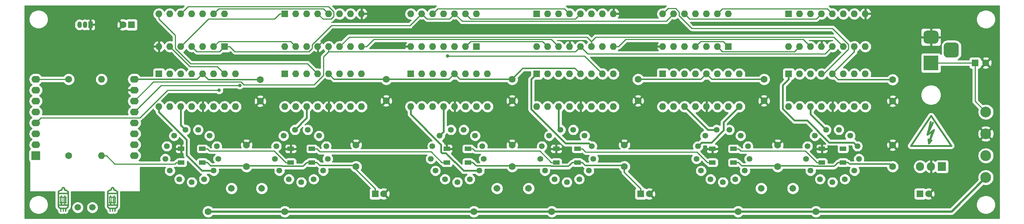
<source format=gbr>
%TF.GenerationSoftware,KiCad,Pcbnew,(5.1.7-0-10_14)*%
%TF.CreationDate,2020-10-11T18:19:48+02:00*%
%TF.ProjectId,nixie_board,6e697869-655f-4626-9f61-72642e6b6963,rev?*%
%TF.SameCoordinates,Original*%
%TF.FileFunction,Copper,L1,Top*%
%TF.FilePolarity,Positive*%
%FSLAX46Y46*%
G04 Gerber Fmt 4.6, Leading zero omitted, Abs format (unit mm)*
G04 Created by KiCad (PCBNEW (5.1.7-0-10_14)) date 2020-10-11 18:19:48*
%MOMM*%
%LPD*%
G01*
G04 APERTURE LIST*
%TA.AperFunction,EtchedComponent*%
%ADD10C,0.010000*%
%TD*%
%TA.AperFunction,EtchedComponent*%
%ADD11C,0.381000*%
%TD*%
%TA.AperFunction,SMDPad,CuDef*%
%ADD12R,1.500000X1.000000*%
%TD*%
%TA.AperFunction,ComponentPad*%
%ADD13O,2.000000X1.600000*%
%TD*%
%TA.AperFunction,ComponentPad*%
%ADD14R,2.000000X2.000000*%
%TD*%
%TA.AperFunction,ComponentPad*%
%ADD15R,3.500000X3.500000*%
%TD*%
%TA.AperFunction,ComponentPad*%
%ADD16C,1.600000*%
%TD*%
%TA.AperFunction,ComponentPad*%
%ADD17R,1.600000X1.600000*%
%TD*%
%TA.AperFunction,ComponentPad*%
%ADD18O,1.600000X1.600000*%
%TD*%
%TA.AperFunction,ComponentPad*%
%ADD19C,2.499360*%
%TD*%
%TA.AperFunction,ComponentPad*%
%ADD20C,1.346200*%
%TD*%
%TA.AperFunction,ComponentPad*%
%ADD21R,1.050000X1.500000*%
%TD*%
%TA.AperFunction,ComponentPad*%
%ADD22O,1.050000X1.500000*%
%TD*%
%TA.AperFunction,ComponentPad*%
%ADD23C,1.500000*%
%TD*%
%TA.AperFunction,ComponentPad*%
%ADD24O,1.905000X2.000000*%
%TD*%
%TA.AperFunction,ComponentPad*%
%ADD25R,1.905000X2.000000*%
%TD*%
%TA.AperFunction,ViaPad*%
%ADD26C,0.800000*%
%TD*%
%TA.AperFunction,Conductor*%
%ADD27C,0.300000*%
%TD*%
%TA.AperFunction,Conductor*%
%ADD28C,0.500000*%
%TD*%
%TA.AperFunction,Conductor*%
%ADD29C,0.400000*%
%TD*%
%TA.AperFunction,Conductor*%
%ADD30C,0.254000*%
%TD*%
%TA.AperFunction,Conductor*%
%ADD31C,0.100000*%
%TD*%
G04 APERTURE END LIST*
D10*
%TO.C,S13*%
G36*
X50307893Y-64481043D02*
G01*
X50432729Y-64557913D01*
X50525949Y-64669970D01*
X50573995Y-64804075D01*
X50577631Y-64852391D01*
X50601447Y-64954444D01*
X50675049Y-65023052D01*
X50802100Y-65061370D01*
X50823803Y-65064427D01*
X50995987Y-65113462D01*
X51162086Y-65208369D01*
X51297951Y-65334140D01*
X51332523Y-65380593D01*
X51419125Y-65511426D01*
X51428406Y-67196525D01*
X51430425Y-67587006D01*
X51431569Y-67919322D01*
X51431429Y-68198804D01*
X51429594Y-68430787D01*
X51425656Y-68620601D01*
X51419205Y-68773581D01*
X51409832Y-68895059D01*
X51397127Y-68990367D01*
X51380682Y-69064839D01*
X51360087Y-69123806D01*
X51334932Y-69172602D01*
X51304808Y-69216559D01*
X51269997Y-69260172D01*
X51181106Y-69347162D01*
X51072338Y-69424841D01*
X50964546Y-69480324D01*
X50880639Y-69500750D01*
X50857305Y-69510790D01*
X50842595Y-69548189D01*
X50834719Y-69623860D01*
X50831885Y-69748715D01*
X50831750Y-69798487D01*
X50829271Y-69948879D01*
X50820641Y-70048010D01*
X50804068Y-70107971D01*
X50781463Y-70137958D01*
X50720272Y-70162527D01*
X50678276Y-70146421D01*
X50651474Y-70116160D01*
X50633669Y-70057663D01*
X50622544Y-69958847D01*
X50616246Y-69822824D01*
X50607117Y-69532500D01*
X50262549Y-69532500D01*
X50253462Y-69842062D01*
X50248715Y-69983970D01*
X50242321Y-70074135D01*
X50230927Y-70124288D01*
X50211178Y-70146164D01*
X50179723Y-70151496D01*
X50165000Y-70151625D01*
X50128546Y-70149360D01*
X50104998Y-70134746D01*
X50091002Y-70096048D01*
X50083206Y-70021533D01*
X50078255Y-69899469D01*
X50076537Y-69842062D01*
X50067450Y-69532500D01*
X49720500Y-69532500D01*
X49720500Y-69788587D01*
X49711984Y-69968478D01*
X49687073Y-70092907D01*
X49646719Y-70160110D01*
X49591875Y-70168324D01*
X49536350Y-70129400D01*
X49515959Y-70075212D01*
X49502981Y-69965120D01*
X49498255Y-69806379D01*
X49498250Y-69799993D01*
X49498250Y-69508687D01*
X49410937Y-69491143D01*
X49276738Y-69437752D01*
X49140080Y-69337542D01*
X49018755Y-69203877D01*
X49007304Y-69187982D01*
X48910875Y-69050779D01*
X48910875Y-68803269D01*
X49149000Y-68803269D01*
X49177758Y-68940933D01*
X49254407Y-69072624D01*
X49364507Y-69180239D01*
X49493619Y-69245675D01*
X49504113Y-69248490D01*
X49568224Y-69256392D01*
X49683969Y-69262705D01*
X49839498Y-69267100D01*
X50022956Y-69269250D01*
X50222491Y-69268826D01*
X50234170Y-69268717D01*
X50450420Y-69266159D01*
X50612664Y-69262653D01*
X50730395Y-69257248D01*
X50813107Y-69248989D01*
X50870292Y-69236922D01*
X50911446Y-69220095D01*
X50946061Y-69197553D01*
X50946584Y-69197163D01*
X51081283Y-69065700D01*
X51156994Y-68915236D01*
X51170108Y-68857067D01*
X51189308Y-68738750D01*
X50169154Y-68738750D01*
X49888067Y-68738850D01*
X49664015Y-68739423D01*
X49490533Y-68740878D01*
X49361155Y-68743624D01*
X49269415Y-68748070D01*
X49208849Y-68754625D01*
X49172992Y-68763697D01*
X49155377Y-68775695D01*
X49149540Y-68791029D01*
X49149000Y-68803269D01*
X48910875Y-68803269D01*
X48910875Y-66008250D01*
X49149000Y-66008250D01*
X49149000Y-68516500D01*
X49625250Y-68516500D01*
X49625250Y-68170729D01*
X49571134Y-68167250D01*
X49815750Y-68167250D01*
X49815750Y-68516500D01*
X50450750Y-68516500D01*
X50450750Y-68167250D01*
X49815750Y-68167250D01*
X49571134Y-68167250D01*
X49474723Y-68161052D01*
X49371785Y-68142052D01*
X49314973Y-68106650D01*
X49309276Y-68063260D01*
X49359680Y-68020295D01*
X49384814Y-68009378D01*
X49466500Y-67978321D01*
X49466500Y-67439994D01*
X49466264Y-67243760D01*
X49464773Y-67101954D01*
X49460851Y-67005503D01*
X49453320Y-66945335D01*
X49441005Y-66912376D01*
X49422730Y-66897554D01*
X49421389Y-66897250D01*
X49625250Y-66897250D01*
X49625250Y-68012717D01*
X49712562Y-68002671D01*
X49799875Y-67992625D01*
X49808562Y-67444937D01*
X49817249Y-66897250D01*
X49974500Y-66897250D01*
X49974500Y-68008500D01*
X50292000Y-68008500D01*
X50292000Y-66897250D01*
X50450750Y-66897250D01*
X50450750Y-67431708D01*
X50451949Y-67609844D01*
X50455269Y-67765368D01*
X50460295Y-67887365D01*
X50466611Y-67964922D01*
X50471916Y-67987333D01*
X50517347Y-68004039D01*
X50567166Y-68008500D01*
X50641250Y-68008500D01*
X50641250Y-66897250D01*
X50450750Y-66897250D01*
X50292000Y-66897250D01*
X49974500Y-66897250D01*
X49817249Y-66897250D01*
X49625250Y-66897250D01*
X49421389Y-66897250D01*
X49397318Y-66891797D01*
X49395386Y-66891520D01*
X49336298Y-66860153D01*
X49311135Y-66803976D01*
X49328216Y-66748508D01*
X49344313Y-66734853D01*
X49403107Y-66716688D01*
X49491570Y-66707490D01*
X49506187Y-66707236D01*
X49583221Y-66703259D01*
X49616844Y-66679729D01*
X49625051Y-66617966D01*
X49625250Y-66583637D01*
X49639497Y-66479812D01*
X49677027Y-66415985D01*
X49730024Y-66401054D01*
X49768125Y-66421000D01*
X49800849Y-66479870D01*
X49815589Y-66572687D01*
X49815750Y-66583637D01*
X49815750Y-66706750D01*
X50450750Y-66706750D01*
X50450750Y-66583637D01*
X50464997Y-66479812D01*
X50502527Y-66415985D01*
X50555524Y-66401054D01*
X50593625Y-66421000D01*
X50626349Y-66479870D01*
X50641089Y-66572687D01*
X50641250Y-66583637D01*
X50644986Y-66663325D01*
X50667109Y-66698113D01*
X50723987Y-66706571D01*
X50749778Y-66706750D01*
X50839661Y-66712228D01*
X50907035Y-66725466D01*
X50908528Y-66726021D01*
X50951708Y-66769116D01*
X50953774Y-66829656D01*
X50917087Y-66878803D01*
X50895250Y-66888050D01*
X50872238Y-66897251D01*
X50855574Y-66917032D01*
X50844237Y-66956466D01*
X50837206Y-67024627D01*
X50833462Y-67130588D01*
X50831985Y-67283423D01*
X50831750Y-67452875D01*
X50832071Y-67651437D01*
X50833746Y-67795598D01*
X50837841Y-67894459D01*
X50845421Y-67957117D01*
X50857554Y-67992672D01*
X50875304Y-68010223D01*
X50898011Y-68018421D01*
X50949513Y-68054747D01*
X50953288Y-68093562D01*
X50929998Y-68131802D01*
X50868921Y-68152916D01*
X50791776Y-68161052D01*
X50641250Y-68170729D01*
X50641250Y-68516500D01*
X51181000Y-68516500D01*
X51181000Y-66008250D01*
X49149000Y-66008250D01*
X48910875Y-66008250D01*
X48910875Y-65753230D01*
X49149000Y-65753230D01*
X49150589Y-65771040D01*
X49159678Y-65785228D01*
X49182743Y-65796207D01*
X49226264Y-65804388D01*
X49296719Y-65810182D01*
X49400586Y-65814001D01*
X49544344Y-65816255D01*
X49734472Y-65817357D01*
X49977447Y-65817718D01*
X50165000Y-65817750D01*
X50445453Y-65817649D01*
X50668886Y-65817071D01*
X50841775Y-65815607D01*
X50970599Y-65812843D01*
X51061838Y-65808369D01*
X51121968Y-65801773D01*
X51157470Y-65792644D01*
X51174821Y-65780570D01*
X51180499Y-65765140D01*
X51181000Y-65753230D01*
X51157216Y-65635469D01*
X51096222Y-65512992D01*
X51013549Y-65416438D01*
X51007987Y-65411941D01*
X50922570Y-65365488D01*
X50811660Y-65330165D01*
X50773952Y-65323112D01*
X50662200Y-65299844D01*
X50561730Y-65267673D01*
X50536658Y-65256460D01*
X50438567Y-65177400D01*
X50362557Y-65063163D01*
X50325237Y-64940368D01*
X50323868Y-64915375D01*
X50303030Y-64820898D01*
X50250946Y-64744654D01*
X50182889Y-64707447D01*
X50170516Y-64706500D01*
X50093060Y-64734886D01*
X50032896Y-64806606D01*
X50006319Y-64901501D01*
X50006131Y-64909858D01*
X49978881Y-65036290D01*
X49908337Y-65157447D01*
X49810873Y-65246661D01*
X49793341Y-65256460D01*
X49705746Y-65289186D01*
X49593525Y-65316756D01*
X49556047Y-65323112D01*
X49445166Y-65351165D01*
X49346547Y-65395369D01*
X49322012Y-65411941D01*
X49238496Y-65505842D01*
X49175682Y-65627593D01*
X49149103Y-65746552D01*
X49149000Y-65753230D01*
X48910875Y-65753230D01*
X48910875Y-65505720D01*
X49006321Y-65368047D01*
X49107774Y-65258299D01*
X49242291Y-65161642D01*
X49388448Y-65090388D01*
X49524821Y-65056849D01*
X49549767Y-65055750D01*
X49653515Y-65027915D01*
X49724559Y-64952129D01*
X49752307Y-64839964D01*
X49752368Y-64834372D01*
X49781881Y-64707693D01*
X49860338Y-64593708D01*
X49973190Y-64505885D01*
X50105886Y-64457688D01*
X50164999Y-64452500D01*
X50307893Y-64481043D01*
G37*
X50307893Y-64481043D02*
X50432729Y-64557913D01*
X50525949Y-64669970D01*
X50573995Y-64804075D01*
X50577631Y-64852391D01*
X50601447Y-64954444D01*
X50675049Y-65023052D01*
X50802100Y-65061370D01*
X50823803Y-65064427D01*
X50995987Y-65113462D01*
X51162086Y-65208369D01*
X51297951Y-65334140D01*
X51332523Y-65380593D01*
X51419125Y-65511426D01*
X51428406Y-67196525D01*
X51430425Y-67587006D01*
X51431569Y-67919322D01*
X51431429Y-68198804D01*
X51429594Y-68430787D01*
X51425656Y-68620601D01*
X51419205Y-68773581D01*
X51409832Y-68895059D01*
X51397127Y-68990367D01*
X51380682Y-69064839D01*
X51360087Y-69123806D01*
X51334932Y-69172602D01*
X51304808Y-69216559D01*
X51269997Y-69260172D01*
X51181106Y-69347162D01*
X51072338Y-69424841D01*
X50964546Y-69480324D01*
X50880639Y-69500750D01*
X50857305Y-69510790D01*
X50842595Y-69548189D01*
X50834719Y-69623860D01*
X50831885Y-69748715D01*
X50831750Y-69798487D01*
X50829271Y-69948879D01*
X50820641Y-70048010D01*
X50804068Y-70107971D01*
X50781463Y-70137958D01*
X50720272Y-70162527D01*
X50678276Y-70146421D01*
X50651474Y-70116160D01*
X50633669Y-70057663D01*
X50622544Y-69958847D01*
X50616246Y-69822824D01*
X50607117Y-69532500D01*
X50262549Y-69532500D01*
X50253462Y-69842062D01*
X50248715Y-69983970D01*
X50242321Y-70074135D01*
X50230927Y-70124288D01*
X50211178Y-70146164D01*
X50179723Y-70151496D01*
X50165000Y-70151625D01*
X50128546Y-70149360D01*
X50104998Y-70134746D01*
X50091002Y-70096048D01*
X50083206Y-70021533D01*
X50078255Y-69899469D01*
X50076537Y-69842062D01*
X50067450Y-69532500D01*
X49720500Y-69532500D01*
X49720500Y-69788587D01*
X49711984Y-69968478D01*
X49687073Y-70092907D01*
X49646719Y-70160110D01*
X49591875Y-70168324D01*
X49536350Y-70129400D01*
X49515959Y-70075212D01*
X49502981Y-69965120D01*
X49498255Y-69806379D01*
X49498250Y-69799993D01*
X49498250Y-69508687D01*
X49410937Y-69491143D01*
X49276738Y-69437752D01*
X49140080Y-69337542D01*
X49018755Y-69203877D01*
X49007304Y-69187982D01*
X48910875Y-69050779D01*
X48910875Y-68803269D01*
X49149000Y-68803269D01*
X49177758Y-68940933D01*
X49254407Y-69072624D01*
X49364507Y-69180239D01*
X49493619Y-69245675D01*
X49504113Y-69248490D01*
X49568224Y-69256392D01*
X49683969Y-69262705D01*
X49839498Y-69267100D01*
X50022956Y-69269250D01*
X50222491Y-69268826D01*
X50234170Y-69268717D01*
X50450420Y-69266159D01*
X50612664Y-69262653D01*
X50730395Y-69257248D01*
X50813107Y-69248989D01*
X50870292Y-69236922D01*
X50911446Y-69220095D01*
X50946061Y-69197553D01*
X50946584Y-69197163D01*
X51081283Y-69065700D01*
X51156994Y-68915236D01*
X51170108Y-68857067D01*
X51189308Y-68738750D01*
X50169154Y-68738750D01*
X49888067Y-68738850D01*
X49664015Y-68739423D01*
X49490533Y-68740878D01*
X49361155Y-68743624D01*
X49269415Y-68748070D01*
X49208849Y-68754625D01*
X49172992Y-68763697D01*
X49155377Y-68775695D01*
X49149540Y-68791029D01*
X49149000Y-68803269D01*
X48910875Y-68803269D01*
X48910875Y-66008250D01*
X49149000Y-66008250D01*
X49149000Y-68516500D01*
X49625250Y-68516500D01*
X49625250Y-68170729D01*
X49571134Y-68167250D01*
X49815750Y-68167250D01*
X49815750Y-68516500D01*
X50450750Y-68516500D01*
X50450750Y-68167250D01*
X49815750Y-68167250D01*
X49571134Y-68167250D01*
X49474723Y-68161052D01*
X49371785Y-68142052D01*
X49314973Y-68106650D01*
X49309276Y-68063260D01*
X49359680Y-68020295D01*
X49384814Y-68009378D01*
X49466500Y-67978321D01*
X49466500Y-67439994D01*
X49466264Y-67243760D01*
X49464773Y-67101954D01*
X49460851Y-67005503D01*
X49453320Y-66945335D01*
X49441005Y-66912376D01*
X49422730Y-66897554D01*
X49421389Y-66897250D01*
X49625250Y-66897250D01*
X49625250Y-68012717D01*
X49712562Y-68002671D01*
X49799875Y-67992625D01*
X49808562Y-67444937D01*
X49817249Y-66897250D01*
X49974500Y-66897250D01*
X49974500Y-68008500D01*
X50292000Y-68008500D01*
X50292000Y-66897250D01*
X50450750Y-66897250D01*
X50450750Y-67431708D01*
X50451949Y-67609844D01*
X50455269Y-67765368D01*
X50460295Y-67887365D01*
X50466611Y-67964922D01*
X50471916Y-67987333D01*
X50517347Y-68004039D01*
X50567166Y-68008500D01*
X50641250Y-68008500D01*
X50641250Y-66897250D01*
X50450750Y-66897250D01*
X50292000Y-66897250D01*
X49974500Y-66897250D01*
X49817249Y-66897250D01*
X49625250Y-66897250D01*
X49421389Y-66897250D01*
X49397318Y-66891797D01*
X49395386Y-66891520D01*
X49336298Y-66860153D01*
X49311135Y-66803976D01*
X49328216Y-66748508D01*
X49344313Y-66734853D01*
X49403107Y-66716688D01*
X49491570Y-66707490D01*
X49506187Y-66707236D01*
X49583221Y-66703259D01*
X49616844Y-66679729D01*
X49625051Y-66617966D01*
X49625250Y-66583637D01*
X49639497Y-66479812D01*
X49677027Y-66415985D01*
X49730024Y-66401054D01*
X49768125Y-66421000D01*
X49800849Y-66479870D01*
X49815589Y-66572687D01*
X49815750Y-66583637D01*
X49815750Y-66706750D01*
X50450750Y-66706750D01*
X50450750Y-66583637D01*
X50464997Y-66479812D01*
X50502527Y-66415985D01*
X50555524Y-66401054D01*
X50593625Y-66421000D01*
X50626349Y-66479870D01*
X50641089Y-66572687D01*
X50641250Y-66583637D01*
X50644986Y-66663325D01*
X50667109Y-66698113D01*
X50723987Y-66706571D01*
X50749778Y-66706750D01*
X50839661Y-66712228D01*
X50907035Y-66725466D01*
X50908528Y-66726021D01*
X50951708Y-66769116D01*
X50953774Y-66829656D01*
X50917087Y-66878803D01*
X50895250Y-66888050D01*
X50872238Y-66897251D01*
X50855574Y-66917032D01*
X50844237Y-66956466D01*
X50837206Y-67024627D01*
X50833462Y-67130588D01*
X50831985Y-67283423D01*
X50831750Y-67452875D01*
X50832071Y-67651437D01*
X50833746Y-67795598D01*
X50837841Y-67894459D01*
X50845421Y-67957117D01*
X50857554Y-67992672D01*
X50875304Y-68010223D01*
X50898011Y-68018421D01*
X50949513Y-68054747D01*
X50953288Y-68093562D01*
X50929998Y-68131802D01*
X50868921Y-68152916D01*
X50791776Y-68161052D01*
X50641250Y-68170729D01*
X50641250Y-68516500D01*
X51181000Y-68516500D01*
X51181000Y-66008250D01*
X49149000Y-66008250D01*
X48910875Y-66008250D01*
X48910875Y-65753230D01*
X49149000Y-65753230D01*
X49150589Y-65771040D01*
X49159678Y-65785228D01*
X49182743Y-65796207D01*
X49226264Y-65804388D01*
X49296719Y-65810182D01*
X49400586Y-65814001D01*
X49544344Y-65816255D01*
X49734472Y-65817357D01*
X49977447Y-65817718D01*
X50165000Y-65817750D01*
X50445453Y-65817649D01*
X50668886Y-65817071D01*
X50841775Y-65815607D01*
X50970599Y-65812843D01*
X51061838Y-65808369D01*
X51121968Y-65801773D01*
X51157470Y-65792644D01*
X51174821Y-65780570D01*
X51180499Y-65765140D01*
X51181000Y-65753230D01*
X51157216Y-65635469D01*
X51096222Y-65512992D01*
X51013549Y-65416438D01*
X51007987Y-65411941D01*
X50922570Y-65365488D01*
X50811660Y-65330165D01*
X50773952Y-65323112D01*
X50662200Y-65299844D01*
X50561730Y-65267673D01*
X50536658Y-65256460D01*
X50438567Y-65177400D01*
X50362557Y-65063163D01*
X50325237Y-64940368D01*
X50323868Y-64915375D01*
X50303030Y-64820898D01*
X50250946Y-64744654D01*
X50182889Y-64707447D01*
X50170516Y-64706500D01*
X50093060Y-64734886D01*
X50032896Y-64806606D01*
X50006319Y-64901501D01*
X50006131Y-64909858D01*
X49978881Y-65036290D01*
X49908337Y-65157447D01*
X49810873Y-65246661D01*
X49793341Y-65256460D01*
X49705746Y-65289186D01*
X49593525Y-65316756D01*
X49556047Y-65323112D01*
X49445166Y-65351165D01*
X49346547Y-65395369D01*
X49322012Y-65411941D01*
X49238496Y-65505842D01*
X49175682Y-65627593D01*
X49149103Y-65746552D01*
X49149000Y-65753230D01*
X48910875Y-65753230D01*
X48910875Y-65505720D01*
X49006321Y-65368047D01*
X49107774Y-65258299D01*
X49242291Y-65161642D01*
X49388448Y-65090388D01*
X49524821Y-65056849D01*
X49549767Y-65055750D01*
X49653515Y-65027915D01*
X49724559Y-64952129D01*
X49752307Y-64839964D01*
X49752368Y-64834372D01*
X49781881Y-64707693D01*
X49860338Y-64593708D01*
X49973190Y-64505885D01*
X50105886Y-64457688D01*
X50164999Y-64452500D01*
X50307893Y-64481043D01*
%TO.C,S6*%
G36*
X61737893Y-64481043D02*
G01*
X61862729Y-64557913D01*
X61955949Y-64669970D01*
X62003995Y-64804075D01*
X62007631Y-64852391D01*
X62031447Y-64954444D01*
X62105049Y-65023052D01*
X62232100Y-65061370D01*
X62253803Y-65064427D01*
X62425987Y-65113462D01*
X62592086Y-65208369D01*
X62727951Y-65334140D01*
X62762523Y-65380593D01*
X62849125Y-65511426D01*
X62858406Y-67196525D01*
X62860425Y-67587006D01*
X62861569Y-67919322D01*
X62861429Y-68198804D01*
X62859594Y-68430787D01*
X62855656Y-68620601D01*
X62849205Y-68773581D01*
X62839832Y-68895059D01*
X62827127Y-68990367D01*
X62810682Y-69064839D01*
X62790087Y-69123806D01*
X62764932Y-69172602D01*
X62734808Y-69216559D01*
X62699997Y-69260172D01*
X62611106Y-69347162D01*
X62502338Y-69424841D01*
X62394546Y-69480324D01*
X62310639Y-69500750D01*
X62287305Y-69510790D01*
X62272595Y-69548189D01*
X62264719Y-69623860D01*
X62261885Y-69748715D01*
X62261750Y-69798487D01*
X62259271Y-69948879D01*
X62250641Y-70048010D01*
X62234068Y-70107971D01*
X62211463Y-70137958D01*
X62150272Y-70162527D01*
X62108276Y-70146421D01*
X62081474Y-70116160D01*
X62063669Y-70057663D01*
X62052544Y-69958847D01*
X62046246Y-69822824D01*
X62037117Y-69532500D01*
X61692549Y-69532500D01*
X61683462Y-69842062D01*
X61678715Y-69983970D01*
X61672321Y-70074135D01*
X61660927Y-70124288D01*
X61641178Y-70146164D01*
X61609723Y-70151496D01*
X61595000Y-70151625D01*
X61558546Y-70149360D01*
X61534998Y-70134746D01*
X61521002Y-70096048D01*
X61513206Y-70021533D01*
X61508255Y-69899469D01*
X61506537Y-69842062D01*
X61497450Y-69532500D01*
X61150500Y-69532500D01*
X61150500Y-69788587D01*
X61141984Y-69968478D01*
X61117073Y-70092907D01*
X61076719Y-70160110D01*
X61021875Y-70168324D01*
X60966350Y-70129400D01*
X60945959Y-70075212D01*
X60932981Y-69965120D01*
X60928255Y-69806379D01*
X60928250Y-69799993D01*
X60928250Y-69508687D01*
X60840937Y-69491143D01*
X60706738Y-69437752D01*
X60570080Y-69337542D01*
X60448755Y-69203877D01*
X60437304Y-69187982D01*
X60340875Y-69050779D01*
X60340875Y-68803269D01*
X60579000Y-68803269D01*
X60607758Y-68940933D01*
X60684407Y-69072624D01*
X60794507Y-69180239D01*
X60923619Y-69245675D01*
X60934113Y-69248490D01*
X60998224Y-69256392D01*
X61113969Y-69262705D01*
X61269498Y-69267100D01*
X61452956Y-69269250D01*
X61652491Y-69268826D01*
X61664170Y-69268717D01*
X61880420Y-69266159D01*
X62042664Y-69262653D01*
X62160395Y-69257248D01*
X62243107Y-69248989D01*
X62300292Y-69236922D01*
X62341446Y-69220095D01*
X62376061Y-69197553D01*
X62376584Y-69197163D01*
X62511283Y-69065700D01*
X62586994Y-68915236D01*
X62600108Y-68857067D01*
X62619308Y-68738750D01*
X61599154Y-68738750D01*
X61318067Y-68738850D01*
X61094015Y-68739423D01*
X60920533Y-68740878D01*
X60791155Y-68743624D01*
X60699415Y-68748070D01*
X60638849Y-68754625D01*
X60602992Y-68763697D01*
X60585377Y-68775695D01*
X60579540Y-68791029D01*
X60579000Y-68803269D01*
X60340875Y-68803269D01*
X60340875Y-66008250D01*
X60579000Y-66008250D01*
X60579000Y-68516500D01*
X61055250Y-68516500D01*
X61055250Y-68170729D01*
X61001134Y-68167250D01*
X61245750Y-68167250D01*
X61245750Y-68516500D01*
X61880750Y-68516500D01*
X61880750Y-68167250D01*
X61245750Y-68167250D01*
X61001134Y-68167250D01*
X60904723Y-68161052D01*
X60801785Y-68142052D01*
X60744973Y-68106650D01*
X60739276Y-68063260D01*
X60789680Y-68020295D01*
X60814814Y-68009378D01*
X60896500Y-67978321D01*
X60896500Y-67439994D01*
X60896264Y-67243760D01*
X60894773Y-67101954D01*
X60890851Y-67005503D01*
X60883320Y-66945335D01*
X60871005Y-66912376D01*
X60852730Y-66897554D01*
X60851389Y-66897250D01*
X61055250Y-66897250D01*
X61055250Y-68012717D01*
X61142562Y-68002671D01*
X61229875Y-67992625D01*
X61238562Y-67444937D01*
X61247249Y-66897250D01*
X61404500Y-66897250D01*
X61404500Y-68008500D01*
X61722000Y-68008500D01*
X61722000Y-66897250D01*
X61880750Y-66897250D01*
X61880750Y-67431708D01*
X61881949Y-67609844D01*
X61885269Y-67765368D01*
X61890295Y-67887365D01*
X61896611Y-67964922D01*
X61901916Y-67987333D01*
X61947347Y-68004039D01*
X61997166Y-68008500D01*
X62071250Y-68008500D01*
X62071250Y-66897250D01*
X61880750Y-66897250D01*
X61722000Y-66897250D01*
X61404500Y-66897250D01*
X61247249Y-66897250D01*
X61055250Y-66897250D01*
X60851389Y-66897250D01*
X60827318Y-66891797D01*
X60825386Y-66891520D01*
X60766298Y-66860153D01*
X60741135Y-66803976D01*
X60758216Y-66748508D01*
X60774313Y-66734853D01*
X60833107Y-66716688D01*
X60921570Y-66707490D01*
X60936187Y-66707236D01*
X61013221Y-66703259D01*
X61046844Y-66679729D01*
X61055051Y-66617966D01*
X61055250Y-66583637D01*
X61069497Y-66479812D01*
X61107027Y-66415985D01*
X61160024Y-66401054D01*
X61198125Y-66421000D01*
X61230849Y-66479870D01*
X61245589Y-66572687D01*
X61245750Y-66583637D01*
X61245750Y-66706750D01*
X61880750Y-66706750D01*
X61880750Y-66583637D01*
X61894997Y-66479812D01*
X61932527Y-66415985D01*
X61985524Y-66401054D01*
X62023625Y-66421000D01*
X62056349Y-66479870D01*
X62071089Y-66572687D01*
X62071250Y-66583637D01*
X62074986Y-66663325D01*
X62097109Y-66698113D01*
X62153987Y-66706571D01*
X62179778Y-66706750D01*
X62269661Y-66712228D01*
X62337035Y-66725466D01*
X62338528Y-66726021D01*
X62381708Y-66769116D01*
X62383774Y-66829656D01*
X62347087Y-66878803D01*
X62325250Y-66888050D01*
X62302238Y-66897251D01*
X62285574Y-66917032D01*
X62274237Y-66956466D01*
X62267206Y-67024627D01*
X62263462Y-67130588D01*
X62261985Y-67283423D01*
X62261750Y-67452875D01*
X62262071Y-67651437D01*
X62263746Y-67795598D01*
X62267841Y-67894459D01*
X62275421Y-67957117D01*
X62287554Y-67992672D01*
X62305304Y-68010223D01*
X62328011Y-68018421D01*
X62379513Y-68054747D01*
X62383288Y-68093562D01*
X62359998Y-68131802D01*
X62298921Y-68152916D01*
X62221776Y-68161052D01*
X62071250Y-68170729D01*
X62071250Y-68516500D01*
X62611000Y-68516500D01*
X62611000Y-66008250D01*
X60579000Y-66008250D01*
X60340875Y-66008250D01*
X60340875Y-65753230D01*
X60579000Y-65753230D01*
X60580589Y-65771040D01*
X60589678Y-65785228D01*
X60612743Y-65796207D01*
X60656264Y-65804388D01*
X60726719Y-65810182D01*
X60830586Y-65814001D01*
X60974344Y-65816255D01*
X61164472Y-65817357D01*
X61407447Y-65817718D01*
X61595000Y-65817750D01*
X61875453Y-65817649D01*
X62098886Y-65817071D01*
X62271775Y-65815607D01*
X62400599Y-65812843D01*
X62491838Y-65808369D01*
X62551968Y-65801773D01*
X62587470Y-65792644D01*
X62604821Y-65780570D01*
X62610499Y-65765140D01*
X62611000Y-65753230D01*
X62587216Y-65635469D01*
X62526222Y-65512992D01*
X62443549Y-65416438D01*
X62437987Y-65411941D01*
X62352570Y-65365488D01*
X62241660Y-65330165D01*
X62203952Y-65323112D01*
X62092200Y-65299844D01*
X61991730Y-65267673D01*
X61966658Y-65256460D01*
X61868567Y-65177400D01*
X61792557Y-65063163D01*
X61755237Y-64940368D01*
X61753868Y-64915375D01*
X61733030Y-64820898D01*
X61680946Y-64744654D01*
X61612889Y-64707447D01*
X61600516Y-64706500D01*
X61523060Y-64734886D01*
X61462896Y-64806606D01*
X61436319Y-64901501D01*
X61436131Y-64909858D01*
X61408881Y-65036290D01*
X61338337Y-65157447D01*
X61240873Y-65246661D01*
X61223341Y-65256460D01*
X61135746Y-65289186D01*
X61023525Y-65316756D01*
X60986047Y-65323112D01*
X60875166Y-65351165D01*
X60776547Y-65395369D01*
X60752012Y-65411941D01*
X60668496Y-65505842D01*
X60605682Y-65627593D01*
X60579103Y-65746552D01*
X60579000Y-65753230D01*
X60340875Y-65753230D01*
X60340875Y-65505720D01*
X60436321Y-65368047D01*
X60537774Y-65258299D01*
X60672291Y-65161642D01*
X60818448Y-65090388D01*
X60954821Y-65056849D01*
X60979767Y-65055750D01*
X61083515Y-65027915D01*
X61154559Y-64952129D01*
X61182307Y-64839964D01*
X61182368Y-64834372D01*
X61211881Y-64707693D01*
X61290338Y-64593708D01*
X61403190Y-64505885D01*
X61535886Y-64457688D01*
X61594999Y-64452500D01*
X61737893Y-64481043D01*
G37*
X61737893Y-64481043D02*
X61862729Y-64557913D01*
X61955949Y-64669970D01*
X62003995Y-64804075D01*
X62007631Y-64852391D01*
X62031447Y-64954444D01*
X62105049Y-65023052D01*
X62232100Y-65061370D01*
X62253803Y-65064427D01*
X62425987Y-65113462D01*
X62592086Y-65208369D01*
X62727951Y-65334140D01*
X62762523Y-65380593D01*
X62849125Y-65511426D01*
X62858406Y-67196525D01*
X62860425Y-67587006D01*
X62861569Y-67919322D01*
X62861429Y-68198804D01*
X62859594Y-68430787D01*
X62855656Y-68620601D01*
X62849205Y-68773581D01*
X62839832Y-68895059D01*
X62827127Y-68990367D01*
X62810682Y-69064839D01*
X62790087Y-69123806D01*
X62764932Y-69172602D01*
X62734808Y-69216559D01*
X62699997Y-69260172D01*
X62611106Y-69347162D01*
X62502338Y-69424841D01*
X62394546Y-69480324D01*
X62310639Y-69500750D01*
X62287305Y-69510790D01*
X62272595Y-69548189D01*
X62264719Y-69623860D01*
X62261885Y-69748715D01*
X62261750Y-69798487D01*
X62259271Y-69948879D01*
X62250641Y-70048010D01*
X62234068Y-70107971D01*
X62211463Y-70137958D01*
X62150272Y-70162527D01*
X62108276Y-70146421D01*
X62081474Y-70116160D01*
X62063669Y-70057663D01*
X62052544Y-69958847D01*
X62046246Y-69822824D01*
X62037117Y-69532500D01*
X61692549Y-69532500D01*
X61683462Y-69842062D01*
X61678715Y-69983970D01*
X61672321Y-70074135D01*
X61660927Y-70124288D01*
X61641178Y-70146164D01*
X61609723Y-70151496D01*
X61595000Y-70151625D01*
X61558546Y-70149360D01*
X61534998Y-70134746D01*
X61521002Y-70096048D01*
X61513206Y-70021533D01*
X61508255Y-69899469D01*
X61506537Y-69842062D01*
X61497450Y-69532500D01*
X61150500Y-69532500D01*
X61150500Y-69788587D01*
X61141984Y-69968478D01*
X61117073Y-70092907D01*
X61076719Y-70160110D01*
X61021875Y-70168324D01*
X60966350Y-70129400D01*
X60945959Y-70075212D01*
X60932981Y-69965120D01*
X60928255Y-69806379D01*
X60928250Y-69799993D01*
X60928250Y-69508687D01*
X60840937Y-69491143D01*
X60706738Y-69437752D01*
X60570080Y-69337542D01*
X60448755Y-69203877D01*
X60437304Y-69187982D01*
X60340875Y-69050779D01*
X60340875Y-68803269D01*
X60579000Y-68803269D01*
X60607758Y-68940933D01*
X60684407Y-69072624D01*
X60794507Y-69180239D01*
X60923619Y-69245675D01*
X60934113Y-69248490D01*
X60998224Y-69256392D01*
X61113969Y-69262705D01*
X61269498Y-69267100D01*
X61452956Y-69269250D01*
X61652491Y-69268826D01*
X61664170Y-69268717D01*
X61880420Y-69266159D01*
X62042664Y-69262653D01*
X62160395Y-69257248D01*
X62243107Y-69248989D01*
X62300292Y-69236922D01*
X62341446Y-69220095D01*
X62376061Y-69197553D01*
X62376584Y-69197163D01*
X62511283Y-69065700D01*
X62586994Y-68915236D01*
X62600108Y-68857067D01*
X62619308Y-68738750D01*
X61599154Y-68738750D01*
X61318067Y-68738850D01*
X61094015Y-68739423D01*
X60920533Y-68740878D01*
X60791155Y-68743624D01*
X60699415Y-68748070D01*
X60638849Y-68754625D01*
X60602992Y-68763697D01*
X60585377Y-68775695D01*
X60579540Y-68791029D01*
X60579000Y-68803269D01*
X60340875Y-68803269D01*
X60340875Y-66008250D01*
X60579000Y-66008250D01*
X60579000Y-68516500D01*
X61055250Y-68516500D01*
X61055250Y-68170729D01*
X61001134Y-68167250D01*
X61245750Y-68167250D01*
X61245750Y-68516500D01*
X61880750Y-68516500D01*
X61880750Y-68167250D01*
X61245750Y-68167250D01*
X61001134Y-68167250D01*
X60904723Y-68161052D01*
X60801785Y-68142052D01*
X60744973Y-68106650D01*
X60739276Y-68063260D01*
X60789680Y-68020295D01*
X60814814Y-68009378D01*
X60896500Y-67978321D01*
X60896500Y-67439994D01*
X60896264Y-67243760D01*
X60894773Y-67101954D01*
X60890851Y-67005503D01*
X60883320Y-66945335D01*
X60871005Y-66912376D01*
X60852730Y-66897554D01*
X60851389Y-66897250D01*
X61055250Y-66897250D01*
X61055250Y-68012717D01*
X61142562Y-68002671D01*
X61229875Y-67992625D01*
X61238562Y-67444937D01*
X61247249Y-66897250D01*
X61404500Y-66897250D01*
X61404500Y-68008500D01*
X61722000Y-68008500D01*
X61722000Y-66897250D01*
X61880750Y-66897250D01*
X61880750Y-67431708D01*
X61881949Y-67609844D01*
X61885269Y-67765368D01*
X61890295Y-67887365D01*
X61896611Y-67964922D01*
X61901916Y-67987333D01*
X61947347Y-68004039D01*
X61997166Y-68008500D01*
X62071250Y-68008500D01*
X62071250Y-66897250D01*
X61880750Y-66897250D01*
X61722000Y-66897250D01*
X61404500Y-66897250D01*
X61247249Y-66897250D01*
X61055250Y-66897250D01*
X60851389Y-66897250D01*
X60827318Y-66891797D01*
X60825386Y-66891520D01*
X60766298Y-66860153D01*
X60741135Y-66803976D01*
X60758216Y-66748508D01*
X60774313Y-66734853D01*
X60833107Y-66716688D01*
X60921570Y-66707490D01*
X60936187Y-66707236D01*
X61013221Y-66703259D01*
X61046844Y-66679729D01*
X61055051Y-66617966D01*
X61055250Y-66583637D01*
X61069497Y-66479812D01*
X61107027Y-66415985D01*
X61160024Y-66401054D01*
X61198125Y-66421000D01*
X61230849Y-66479870D01*
X61245589Y-66572687D01*
X61245750Y-66583637D01*
X61245750Y-66706750D01*
X61880750Y-66706750D01*
X61880750Y-66583637D01*
X61894997Y-66479812D01*
X61932527Y-66415985D01*
X61985524Y-66401054D01*
X62023625Y-66421000D01*
X62056349Y-66479870D01*
X62071089Y-66572687D01*
X62071250Y-66583637D01*
X62074986Y-66663325D01*
X62097109Y-66698113D01*
X62153987Y-66706571D01*
X62179778Y-66706750D01*
X62269661Y-66712228D01*
X62337035Y-66725466D01*
X62338528Y-66726021D01*
X62381708Y-66769116D01*
X62383774Y-66829656D01*
X62347087Y-66878803D01*
X62325250Y-66888050D01*
X62302238Y-66897251D01*
X62285574Y-66917032D01*
X62274237Y-66956466D01*
X62267206Y-67024627D01*
X62263462Y-67130588D01*
X62261985Y-67283423D01*
X62261750Y-67452875D01*
X62262071Y-67651437D01*
X62263746Y-67795598D01*
X62267841Y-67894459D01*
X62275421Y-67957117D01*
X62287554Y-67992672D01*
X62305304Y-68010223D01*
X62328011Y-68018421D01*
X62379513Y-68054747D01*
X62383288Y-68093562D01*
X62359998Y-68131802D01*
X62298921Y-68152916D01*
X62221776Y-68161052D01*
X62071250Y-68170729D01*
X62071250Y-68516500D01*
X62611000Y-68516500D01*
X62611000Y-66008250D01*
X60579000Y-66008250D01*
X60340875Y-66008250D01*
X60340875Y-65753230D01*
X60579000Y-65753230D01*
X60580589Y-65771040D01*
X60589678Y-65785228D01*
X60612743Y-65796207D01*
X60656264Y-65804388D01*
X60726719Y-65810182D01*
X60830586Y-65814001D01*
X60974344Y-65816255D01*
X61164472Y-65817357D01*
X61407447Y-65817718D01*
X61595000Y-65817750D01*
X61875453Y-65817649D01*
X62098886Y-65817071D01*
X62271775Y-65815607D01*
X62400599Y-65812843D01*
X62491838Y-65808369D01*
X62551968Y-65801773D01*
X62587470Y-65792644D01*
X62604821Y-65780570D01*
X62610499Y-65765140D01*
X62611000Y-65753230D01*
X62587216Y-65635469D01*
X62526222Y-65512992D01*
X62443549Y-65416438D01*
X62437987Y-65411941D01*
X62352570Y-65365488D01*
X62241660Y-65330165D01*
X62203952Y-65323112D01*
X62092200Y-65299844D01*
X61991730Y-65267673D01*
X61966658Y-65256460D01*
X61868567Y-65177400D01*
X61792557Y-65063163D01*
X61755237Y-64940368D01*
X61753868Y-64915375D01*
X61733030Y-64820898D01*
X61680946Y-64744654D01*
X61612889Y-64707447D01*
X61600516Y-64706500D01*
X61523060Y-64734886D01*
X61462896Y-64806606D01*
X61436319Y-64901501D01*
X61436131Y-64909858D01*
X61408881Y-65036290D01*
X61338337Y-65157447D01*
X61240873Y-65246661D01*
X61223341Y-65256460D01*
X61135746Y-65289186D01*
X61023525Y-65316756D01*
X60986047Y-65323112D01*
X60875166Y-65351165D01*
X60776547Y-65395369D01*
X60752012Y-65411941D01*
X60668496Y-65505842D01*
X60605682Y-65627593D01*
X60579103Y-65746552D01*
X60579000Y-65753230D01*
X60340875Y-65753230D01*
X60340875Y-65505720D01*
X60436321Y-65368047D01*
X60537774Y-65258299D01*
X60672291Y-65161642D01*
X60818448Y-65090388D01*
X60954821Y-65056849D01*
X60979767Y-65055750D01*
X61083515Y-65027915D01*
X61154559Y-64952129D01*
X61182307Y-64839964D01*
X61182368Y-64834372D01*
X61211881Y-64707693D01*
X61290338Y-64593708D01*
X61403190Y-64505885D01*
X61535886Y-64457688D01*
X61594999Y-64452500D01*
X61737893Y-64481043D01*
D11*
%TO.C,S2*%
X250962160Y-54269640D02*
X252161040Y-51170840D01*
X252161040Y-51170840D02*
X251561600Y-51569620D01*
X250560840Y-52270660D02*
X251861320Y-49469040D01*
X250962160Y-54269640D02*
X251561600Y-53571140D01*
X251360940Y-49270920D02*
X250560840Y-52270660D01*
X250560840Y-52270660D02*
X251759720Y-51470560D01*
X251759720Y-51470560D02*
X250962160Y-54269640D01*
X250962160Y-54269640D02*
X250860560Y-53370480D01*
X251460000Y-47879000D02*
X256159000Y-54864000D01*
X256159000Y-54864000D02*
X246761000Y-54864000D01*
X246761000Y-54864000D02*
X251460000Y-47879000D01*
%TD*%
D12*
%TO.P,D6,1*%
%TO.N,/5V*%
X231050000Y-58750000D03*
%TO.P,D6,2*%
%TO.N,Net-(D6-Pad2)*%
X231050000Y-55550000D03*
%TO.P,D6,4*%
%TO.N,Net-(D5-Pad2)*%
X226150000Y-58750000D03*
%TO.P,D6,3*%
%TO.N,GND*%
X226150000Y-55550000D03*
%TD*%
%TO.P,D5,1*%
%TO.N,/5V*%
X205650000Y-58750000D03*
%TO.P,D5,2*%
%TO.N,Net-(D5-Pad2)*%
X205650000Y-55550000D03*
%TO.P,D5,4*%
%TO.N,Net-(D4-Pad2)*%
X200750000Y-58750000D03*
%TO.P,D5,3*%
%TO.N,GND*%
X200750000Y-55550000D03*
%TD*%
%TO.P,D4,1*%
%TO.N,/5V*%
X169455000Y-58750000D03*
%TO.P,D4,2*%
%TO.N,Net-(D4-Pad2)*%
X169455000Y-55550000D03*
%TO.P,D4,4*%
%TO.N,Net-(D3-Pad2)*%
X164555000Y-58750000D03*
%TO.P,D4,3*%
%TO.N,GND*%
X164555000Y-55550000D03*
%TD*%
%TO.P,D3,1*%
%TO.N,/5V*%
X144055000Y-58750000D03*
%TO.P,D3,2*%
%TO.N,Net-(D3-Pad2)*%
X144055000Y-55550000D03*
%TO.P,D3,4*%
%TO.N,Net-(D2-Pad2)*%
X139155000Y-58750000D03*
%TO.P,D3,3*%
%TO.N,GND*%
X139155000Y-55550000D03*
%TD*%
%TO.P,D2,1*%
%TO.N,/5V*%
X107860000Y-58750000D03*
%TO.P,D2,2*%
%TO.N,Net-(D2-Pad2)*%
X107860000Y-55550000D03*
%TO.P,D2,4*%
%TO.N,Net-(D1-Pad2)*%
X102960000Y-58750000D03*
%TO.P,D2,3*%
%TO.N,GND*%
X102960000Y-55550000D03*
%TD*%
%TO.P,D1,1*%
%TO.N,/5V*%
X82460000Y-58750000D03*
%TO.P,D1,2*%
%TO.N,Net-(D1-Pad2)*%
X82460000Y-55550000D03*
%TO.P,D1,4*%
%TO.N,Net-(D1-Pad4)*%
X77560000Y-58750000D03*
%TO.P,D1,3*%
%TO.N,GND*%
X77560000Y-55550000D03*
%TD*%
D13*
%TO.P,U3,16*%
%TO.N,Net-(U3-Pad16)*%
X66675000Y-57150000D03*
%TO.P,U3,15*%
%TO.N,Net-(U3-Pad15)*%
X66675000Y-54610000D03*
%TO.P,U3,14*%
%TO.N,/STROBE*%
X66675000Y-52070000D03*
%TO.P,U3,13*%
%TO.N,Net-(R9-Pad2)*%
X66675000Y-49530000D03*
%TO.P,U3,12*%
%TO.N,/SER*%
X66675000Y-46990000D03*
%TO.P,U3,11*%
%TO.N,/RCLK*%
X66675000Y-44450000D03*
%TO.P,U3,10*%
%TO.N,GND*%
X66675000Y-41910000D03*
%TO.P,U3,9*%
%TO.N,/5V*%
X66675000Y-39370000D03*
%TO.P,U3,8*%
%TO.N,/3.3V*%
X43815000Y-39370000D03*
%TO.P,U3,7*%
%TO.N,Net-(U3-Pad7)*%
X43815000Y-41910000D03*
%TO.P,U3,6*%
%TO.N,/RGB*%
X43815000Y-44450000D03*
%TO.P,U3,5*%
%TO.N,/SHUTDOWN*%
X43815000Y-46990000D03*
%TO.P,U3,4*%
%TO.N,/SRCLK*%
X43815000Y-49530000D03*
%TO.P,U3,3*%
%TO.N,Net-(U3-Pad3)*%
X43815000Y-52070000D03*
D14*
%TO.P,U3,1*%
%TO.N,Net-(U3-Pad1)*%
X43815000Y-57150000D03*
D13*
%TO.P,U3,2*%
%TO.N,Net-(R7-Pad2)*%
X43815000Y-54610000D03*
%TD*%
%TO.P,J5,3*%
%TO.N,Net-(J5-Pad3)*%
%TA.AperFunction,ComponentPad*%
G36*
G01*
X255285000Y-30810000D02*
X257035000Y-30810000D01*
G75*
G02*
X257910000Y-31685000I0J-875000D01*
G01*
X257910000Y-33435000D01*
G75*
G02*
X257035000Y-34310000I-875000J0D01*
G01*
X255285000Y-34310000D01*
G75*
G02*
X254410000Y-33435000I0J875000D01*
G01*
X254410000Y-31685000D01*
G75*
G02*
X255285000Y-30810000I875000J0D01*
G01*
G37*
%TD.AperFunction*%
%TO.P,J5,2*%
%TO.N,GND*%
%TA.AperFunction,ComponentPad*%
G36*
G01*
X250460000Y-28060000D02*
X252460000Y-28060000D01*
G75*
G02*
X253210000Y-28810000I0J-750000D01*
G01*
X253210000Y-30310000D01*
G75*
G02*
X252460000Y-31060000I-750000J0D01*
G01*
X250460000Y-31060000D01*
G75*
G02*
X249710000Y-30310000I0J750000D01*
G01*
X249710000Y-28810000D01*
G75*
G02*
X250460000Y-28060000I750000J0D01*
G01*
G37*
%TD.AperFunction*%
D15*
%TO.P,J5,1*%
%TO.N,Net-(C7-Pad1)*%
X251460000Y-35560000D03*
%TD*%
D16*
%TO.P,C17,2*%
%TO.N,GND*%
X250920000Y-66040000D03*
D17*
%TO.P,C17,1*%
%TO.N,/5V*%
X248920000Y-66040000D03*
%TD*%
D16*
%TO.P,C16,2*%
%TO.N,GND*%
X64040000Y-26670000D03*
D17*
%TO.P,C16,1*%
%TO.N,/5V*%
X66040000Y-26670000D03*
%TD*%
%TO.P,C15,1*%
%TO.N,/5V*%
X184150000Y-66040000D03*
D16*
%TO.P,C15,2*%
%TO.N,GND*%
X186150000Y-66040000D03*
%TD*%
D18*
%TO.P,R9,2*%
%TO.N,Net-(R9-Pad2)*%
X59055000Y-39370000D03*
D16*
%TO.P,R9,1*%
%TO.N,/3.3V*%
X51435000Y-39370000D03*
%TD*%
D19*
%TO.P,J4,1*%
%TO.N,/SHUTDOWN*%
X264160000Y-57150000D03*
%TD*%
D18*
%TO.P,R8,2*%
%TO.N,Net-(D1-Pad4)*%
X59055000Y-57150000D03*
D16*
%TO.P,R8,1*%
%TO.N,/RGB*%
X51435000Y-57150000D03*
%TD*%
%TO.P,C7,2*%
%TO.N,GND*%
X264160000Y-35560000D03*
D17*
%TO.P,C7,1*%
%TO.N,Net-(C7-Pad1)*%
X261660000Y-35560000D03*
%TD*%
D20*
%TO.P,N6,RHDP*%
%TO.N,Net-(N6-PadRHDP)*%
X225724720Y-62628780D03*
%TO.P,N6,LHDP*%
%TO.N,Net-(N6-PadLHDP)*%
X231475280Y-62628780D03*
%TO.P,N6,A*%
%TO.N,Net-(N6-PadA)*%
X228600000Y-63337440D03*
%TO.P,N6,9*%
%TO.N,Net-(N6-Pad9)*%
X234744260Y-57894220D03*
%TO.P,N6,8*%
%TO.N,Net-(N6-Pad8)*%
X234386120Y-54955440D03*
%TO.P,N6,7*%
%TO.N,Net-(N6-Pad7)*%
X232704640Y-52517040D03*
%TO.P,N6,6*%
%TO.N,Net-(N6-Pad6)*%
X230080820Y-51140360D03*
%TO.P,N6,5*%
%TO.N,Net-(N6-Pad5)*%
X227119180Y-51140360D03*
%TO.P,N6,4*%
%TO.N,Net-(N6-Pad4)*%
X224495360Y-52517040D03*
%TO.P,N6,3*%
%TO.N,Net-(N6-Pad3)*%
X222813880Y-54955440D03*
%TO.P,N6,2*%
%TO.N,Net-(N6-Pad2)*%
X222455740Y-57894220D03*
%TO.P,N6,1*%
%TO.N,Net-(N6-Pad1)*%
X223507300Y-60665360D03*
%TO.P,N6,0*%
%TO.N,Net-(N6-Pad0)*%
X233692700Y-60665360D03*
%TD*%
%TO.P,N5,RHDP*%
%TO.N,Net-(N5-PadRHDP)*%
X200324720Y-62628780D03*
%TO.P,N5,LHDP*%
%TO.N,Net-(N5-PadLHDP)*%
X206075280Y-62628780D03*
%TO.P,N5,A*%
%TO.N,Net-(N5-PadA)*%
X203200000Y-63337440D03*
%TO.P,N5,9*%
%TO.N,Net-(N5-Pad9)*%
X209344260Y-57894220D03*
%TO.P,N5,8*%
%TO.N,Net-(N5-Pad8)*%
X208986120Y-54955440D03*
%TO.P,N5,7*%
%TO.N,Net-(N5-Pad7)*%
X207304640Y-52517040D03*
%TO.P,N5,6*%
%TO.N,Net-(N5-Pad6)*%
X204680820Y-51140360D03*
%TO.P,N5,5*%
%TO.N,Net-(N5-Pad5)*%
X201719180Y-51140360D03*
%TO.P,N5,4*%
%TO.N,Net-(N5-Pad4)*%
X199095360Y-52517040D03*
%TO.P,N5,3*%
%TO.N,Net-(N5-Pad3)*%
X197413880Y-54955440D03*
%TO.P,N5,2*%
%TO.N,Net-(N5-Pad2)*%
X197055740Y-57894220D03*
%TO.P,N5,1*%
%TO.N,Net-(N5-Pad1)*%
X198107300Y-60665360D03*
%TO.P,N5,0*%
%TO.N,Net-(N5-Pad0)*%
X208292700Y-60665360D03*
%TD*%
%TO.P,N4,RHDP*%
%TO.N,Net-(N4-PadRHDP)*%
X164129720Y-62628780D03*
%TO.P,N4,LHDP*%
%TO.N,Net-(N4-PadLHDP)*%
X169880280Y-62628780D03*
%TO.P,N4,A*%
%TO.N,Net-(N4-PadA)*%
X167005000Y-63337440D03*
%TO.P,N4,9*%
%TO.N,Net-(N4-Pad9)*%
X173149260Y-57894220D03*
%TO.P,N4,8*%
%TO.N,Net-(N4-Pad8)*%
X172791120Y-54955440D03*
%TO.P,N4,7*%
%TO.N,Net-(N4-Pad7)*%
X171109640Y-52517040D03*
%TO.P,N4,6*%
%TO.N,Net-(N4-Pad6)*%
X168485820Y-51140360D03*
%TO.P,N4,5*%
%TO.N,Net-(N4-Pad5)*%
X165524180Y-51140360D03*
%TO.P,N4,4*%
%TO.N,Net-(N4-Pad4)*%
X162900360Y-52517040D03*
%TO.P,N4,3*%
%TO.N,Net-(N4-Pad3)*%
X161218880Y-54955440D03*
%TO.P,N4,2*%
%TO.N,Net-(N4-Pad2)*%
X160860740Y-57894220D03*
%TO.P,N4,1*%
%TO.N,Net-(N4-Pad1)*%
X161912300Y-60665360D03*
%TO.P,N4,0*%
%TO.N,Net-(N4-Pad0)*%
X172097700Y-60665360D03*
%TD*%
%TO.P,N3,RHDP*%
%TO.N,Net-(N3-PadRHDP)*%
X138729720Y-62628780D03*
%TO.P,N3,LHDP*%
%TO.N,Net-(N3-PadLHDP)*%
X144480280Y-62628780D03*
%TO.P,N3,A*%
%TO.N,Net-(N3-PadA)*%
X141605000Y-63337440D03*
%TO.P,N3,9*%
%TO.N,Net-(N3-Pad9)*%
X147749260Y-57894220D03*
%TO.P,N3,8*%
%TO.N,Net-(N3-Pad8)*%
X147391120Y-54955440D03*
%TO.P,N3,7*%
%TO.N,Net-(N3-Pad7)*%
X145709640Y-52517040D03*
%TO.P,N3,6*%
%TO.N,Net-(N3-Pad6)*%
X143085820Y-51140360D03*
%TO.P,N3,5*%
%TO.N,Net-(N3-Pad5)*%
X140124180Y-51140360D03*
%TO.P,N3,4*%
%TO.N,Net-(N3-Pad4)*%
X137500360Y-52517040D03*
%TO.P,N3,3*%
%TO.N,Net-(N3-Pad3)*%
X135818880Y-54955440D03*
%TO.P,N3,2*%
%TO.N,Net-(N3-Pad2)*%
X135460740Y-57894220D03*
%TO.P,N3,1*%
%TO.N,Net-(N3-Pad1)*%
X136512300Y-60665360D03*
%TO.P,N3,0*%
%TO.N,Net-(N3-Pad0)*%
X146697700Y-60665360D03*
%TD*%
%TO.P,N2,RHDP*%
%TO.N,Net-(N2-PadRHDP)*%
X102534720Y-62628780D03*
%TO.P,N2,LHDP*%
%TO.N,Net-(N2-PadLHDP)*%
X108285280Y-62628780D03*
%TO.P,N2,A*%
%TO.N,Net-(N2-PadA)*%
X105410000Y-63337440D03*
%TO.P,N2,9*%
%TO.N,Net-(N2-Pad9)*%
X111554260Y-57894220D03*
%TO.P,N2,8*%
%TO.N,Net-(N2-Pad8)*%
X111196120Y-54955440D03*
%TO.P,N2,7*%
%TO.N,Net-(N2-Pad7)*%
X109514640Y-52517040D03*
%TO.P,N2,6*%
%TO.N,Net-(N2-Pad6)*%
X106890820Y-51140360D03*
%TO.P,N2,5*%
%TO.N,Net-(N2-Pad5)*%
X103929180Y-51140360D03*
%TO.P,N2,4*%
%TO.N,Net-(N2-Pad4)*%
X101305360Y-52517040D03*
%TO.P,N2,3*%
%TO.N,Net-(N2-Pad3)*%
X99623880Y-54955440D03*
%TO.P,N2,2*%
%TO.N,Net-(N2-Pad2)*%
X99265740Y-57894220D03*
%TO.P,N2,1*%
%TO.N,Net-(N2-Pad1)*%
X100317300Y-60665360D03*
%TO.P,N2,0*%
%TO.N,Net-(N2-Pad0)*%
X110502700Y-60665360D03*
%TD*%
%TO.P,N1,RHDP*%
%TO.N,Net-(N1-PadRHDP)*%
X77134720Y-62628780D03*
%TO.P,N1,LHDP*%
%TO.N,Net-(N1-PadLHDP)*%
X82885280Y-62628780D03*
%TO.P,N1,A*%
%TO.N,Net-(N1-PadA)*%
X80010000Y-63337440D03*
%TO.P,N1,9*%
%TO.N,Net-(N1-Pad9)*%
X86154260Y-57894220D03*
%TO.P,N1,8*%
%TO.N,Net-(N1-Pad8)*%
X85796120Y-54955440D03*
%TO.P,N1,7*%
%TO.N,Net-(N1-Pad7)*%
X84114640Y-52517040D03*
%TO.P,N1,6*%
%TO.N,Net-(N1-Pad6)*%
X81490820Y-51140360D03*
%TO.P,N1,5*%
%TO.N,Net-(N1-Pad5)*%
X78529180Y-51140360D03*
%TO.P,N1,4*%
%TO.N,Net-(N1-Pad4)*%
X75905360Y-52517040D03*
%TO.P,N1,3*%
%TO.N,Net-(N1-Pad3)*%
X74223880Y-54955440D03*
%TO.P,N1,2*%
%TO.N,Net-(N1-Pad2)*%
X73865740Y-57894220D03*
%TO.P,N1,1*%
%TO.N,Net-(N1-Pad1)*%
X74917300Y-60665360D03*
%TO.P,N1,0*%
%TO.N,Net-(N1-Pad0)*%
X85102700Y-60665360D03*
%TD*%
D21*
%TO.P,U15,1*%
%TO.N,GND*%
X56515000Y-26670000D03*
D22*
%TO.P,U15,3*%
%TO.N,/3.3V*%
X53975000Y-26670000D03*
%TO.P,U15,2*%
%TO.N,Net-(R9-Pad2)*%
X55245000Y-26670000D03*
%TD*%
D23*
%TO.P,R7,2*%
%TO.N,Net-(R7-Pad2)*%
X53559500Y-69215000D03*
%TO.P,R7,1*%
%TO.N,/3.3V*%
X56959500Y-69215000D03*
%TD*%
D16*
%TO.P,C14,2*%
%TO.N,GND*%
X242570000Y-54690000D03*
%TO.P,C14,1*%
%TO.N,/5V*%
X242570000Y-59690000D03*
%TD*%
%TO.P,C13,2*%
%TO.N,GND*%
X180340000Y-54690000D03*
%TO.P,C13,1*%
%TO.N,/5V*%
X180340000Y-59690000D03*
%TD*%
%TO.P,C12,2*%
%TO.N,GND*%
X215900000Y-54690000D03*
%TO.P,C12,1*%
%TO.N,/5V*%
X215900000Y-59690000D03*
%TD*%
%TO.P,C11,2*%
%TO.N,GND*%
X118110000Y-54690000D03*
%TO.P,C11,1*%
%TO.N,/5V*%
X118110000Y-59690000D03*
%TD*%
%TO.P,C10,2*%
%TO.N,GND*%
X154305000Y-54690000D03*
%TO.P,C10,1*%
%TO.N,/5V*%
X154305000Y-59690000D03*
%TD*%
%TO.P,C9,2*%
%TO.N,GND*%
X92710000Y-54690000D03*
%TO.P,C9,1*%
%TO.N,/5V*%
X92710000Y-59690000D03*
%TD*%
%TO.P,C8,2*%
%TO.N,GND*%
X124555000Y-66040000D03*
D17*
%TO.P,C8,1*%
%TO.N,/5V*%
X122555000Y-66040000D03*
%TD*%
D18*
%TO.P,U14,16*%
%TO.N,Net-(N6-Pad0)*%
X218440000Y-45720000D03*
%TO.P,U14,8*%
%TO.N,Net-(N6-Pad2)*%
X236220000Y-38100000D03*
%TO.P,U14,15*%
%TO.N,Net-(N6-Pad1)*%
X220980000Y-45720000D03*
%TO.P,U14,7*%
%TO.N,Net-(U10-Pad11)*%
X233680000Y-38100000D03*
%TO.P,U14,14*%
%TO.N,Net-(N6-Pad5)*%
X223520000Y-45720000D03*
%TO.P,U14,6*%
%TO.N,Net-(U13-Pad6)*%
X231140000Y-38100000D03*
%TO.P,U14,13*%
%TO.N,Net-(N6-Pad4)*%
X226060000Y-45720000D03*
%TO.P,U14,5*%
%TO.N,/5V*%
X228600000Y-38100000D03*
%TO.P,U14,12*%
%TO.N,GND*%
X228600000Y-45720000D03*
%TO.P,U14,4*%
%TO.N,Net-(U10-Pad8)*%
X226060000Y-38100000D03*
%TO.P,U14,11*%
%TO.N,Net-(N6-Pad6)*%
X231140000Y-45720000D03*
%TO.P,U14,3*%
%TO.N,Net-(U13-Pad7)*%
X223520000Y-38100000D03*
%TO.P,U14,10*%
%TO.N,Net-(N6-Pad7)*%
X233680000Y-45720000D03*
%TO.P,U14,2*%
%TO.N,Net-(N6-Pad9)*%
X220980000Y-38100000D03*
%TO.P,U14,9*%
%TO.N,Net-(N6-Pad3)*%
X236220000Y-45720000D03*
D17*
%TO.P,U14,1*%
%TO.N,Net-(N6-Pad8)*%
X218440000Y-38100000D03*
%TD*%
D18*
%TO.P,U13,16*%
%TO.N,/5V*%
X218440000Y-31750000D03*
%TO.P,U13,8*%
%TO.N,GND*%
X236220000Y-24130000D03*
%TO.P,U13,15*%
%TO.N,Net-(U10-Pad2)*%
X220980000Y-31750000D03*
%TO.P,U13,7*%
%TO.N,Net-(U13-Pad7)*%
X233680000Y-24130000D03*
%TO.P,U13,14*%
%TO.N,Net-(U13-Pad14)*%
X223520000Y-31750000D03*
%TO.P,U13,6*%
%TO.N,Net-(U13-Pad6)*%
X231140000Y-24130000D03*
%TO.P,U13,13*%
%TO.N,GND*%
X226060000Y-31750000D03*
%TO.P,U13,5*%
%TO.N,Net-(U10-Pad13)*%
X228600000Y-24130000D03*
%TO.P,U13,12*%
%TO.N,/RCLK*%
X228600000Y-31750000D03*
%TO.P,U13,4*%
%TO.N,Net-(U10-Pad10)*%
X226060000Y-24130000D03*
%TO.P,U13,11*%
%TO.N,/SRCLK*%
X231140000Y-31750000D03*
%TO.P,U13,3*%
%TO.N,Net-(U11-Pad3)*%
X223520000Y-24130000D03*
%TO.P,U13,10*%
%TO.N,/5V*%
X233680000Y-31750000D03*
%TO.P,U13,2*%
%TO.N,Net-(U11-Pad6)*%
X220980000Y-24130000D03*
%TO.P,U13,9*%
%TO.N,Net-(U13-Pad9)*%
X236220000Y-31750000D03*
D17*
%TO.P,U13,1*%
%TO.N,Net-(U10-Pad5)*%
X218440000Y-24130000D03*
%TD*%
D24*
%TO.P,U12,3*%
%TO.N,/5V*%
X248920000Y-59690000D03*
%TO.P,U12,2*%
%TO.N,GND*%
X251460000Y-59690000D03*
D25*
%TO.P,U12,1*%
%TO.N,Net-(C7-Pad1)*%
X254000000Y-59690000D03*
%TD*%
D18*
%TO.P,U11,16*%
%TO.N,Net-(N5-Pad0)*%
X189230000Y-45720000D03*
%TO.P,U11,8*%
%TO.N,Net-(N5-Pad2)*%
X207010000Y-38100000D03*
%TO.P,U11,15*%
%TO.N,Net-(N5-Pad1)*%
X191770000Y-45720000D03*
%TO.P,U11,7*%
%TO.N,Net-(U10-Pad6)*%
X204470000Y-38100000D03*
%TO.P,U11,14*%
%TO.N,Net-(N5-Pad5)*%
X194310000Y-45720000D03*
%TO.P,U11,6*%
%TO.N,Net-(U11-Pad6)*%
X201930000Y-38100000D03*
%TO.P,U11,13*%
%TO.N,Net-(N5-Pad4)*%
X196850000Y-45720000D03*
%TO.P,U11,5*%
%TO.N,/5V*%
X199390000Y-38100000D03*
%TO.P,U11,12*%
%TO.N,GND*%
X199390000Y-45720000D03*
%TO.P,U11,4*%
%TO.N,Net-(U10-Pad3)*%
X196850000Y-38100000D03*
%TO.P,U11,11*%
%TO.N,Net-(N5-Pad6)*%
X201930000Y-45720000D03*
%TO.P,U11,3*%
%TO.N,Net-(U11-Pad3)*%
X194310000Y-38100000D03*
%TO.P,U11,10*%
%TO.N,Net-(N5-Pad7)*%
X204470000Y-45720000D03*
%TO.P,U11,2*%
%TO.N,Net-(N5-Pad9)*%
X191770000Y-38100000D03*
%TO.P,U11,9*%
%TO.N,Net-(N5-Pad3)*%
X207010000Y-45720000D03*
D17*
%TO.P,U11,1*%
%TO.N,Net-(N5-Pad8)*%
X189230000Y-38100000D03*
%TD*%
D18*
%TO.P,U10,14*%
%TO.N,/5V*%
X204470000Y-24130000D03*
%TO.P,U10,7*%
%TO.N,GND*%
X189230000Y-31750000D03*
%TO.P,U10,13*%
%TO.N,Net-(U10-Pad13)*%
X201930000Y-24130000D03*
%TO.P,U10,6*%
%TO.N,Net-(U10-Pad6)*%
X191770000Y-31750000D03*
%TO.P,U10,12*%
%TO.N,/STROBE*%
X199390000Y-24130000D03*
%TO.P,U10,5*%
%TO.N,Net-(U10-Pad5)*%
X194310000Y-31750000D03*
%TO.P,U10,11*%
%TO.N,Net-(U10-Pad11)*%
X196850000Y-24130000D03*
%TO.P,U10,4*%
%TO.N,/STROBE*%
X196850000Y-31750000D03*
%TO.P,U10,10*%
%TO.N,Net-(U10-Pad10)*%
X194310000Y-24130000D03*
%TO.P,U10,3*%
%TO.N,Net-(U10-Pad3)*%
X199390000Y-31750000D03*
%TO.P,U10,9*%
%TO.N,/STROBE*%
X191770000Y-24130000D03*
%TO.P,U10,2*%
%TO.N,Net-(U10-Pad2)*%
X201930000Y-31750000D03*
%TO.P,U10,8*%
%TO.N,Net-(U10-Pad8)*%
X189230000Y-24130000D03*
D17*
%TO.P,U10,1*%
%TO.N,/STROBE*%
X204470000Y-31750000D03*
%TD*%
D18*
%TO.P,U9,16*%
%TO.N,Net-(N4-Pad0)*%
X160020000Y-45720000D03*
%TO.P,U9,8*%
%TO.N,Net-(N4-Pad2)*%
X177800000Y-38100000D03*
%TO.P,U9,15*%
%TO.N,Net-(N4-Pad1)*%
X162560000Y-45720000D03*
%TO.P,U9,7*%
%TO.N,Net-(U6-Pad11)*%
X175260000Y-38100000D03*
%TO.P,U9,14*%
%TO.N,Net-(N4-Pad5)*%
X165100000Y-45720000D03*
%TO.P,U9,6*%
%TO.N,Net-(U8-Pad6)*%
X172720000Y-38100000D03*
%TO.P,U9,13*%
%TO.N,Net-(N4-Pad4)*%
X167640000Y-45720000D03*
%TO.P,U9,5*%
%TO.N,/5V*%
X170180000Y-38100000D03*
%TO.P,U9,12*%
%TO.N,GND*%
X170180000Y-45720000D03*
%TO.P,U9,4*%
%TO.N,Net-(U6-Pad8)*%
X167640000Y-38100000D03*
%TO.P,U9,11*%
%TO.N,Net-(N4-Pad6)*%
X172720000Y-45720000D03*
%TO.P,U9,3*%
%TO.N,Net-(U8-Pad7)*%
X165100000Y-38100000D03*
%TO.P,U9,10*%
%TO.N,Net-(N4-Pad7)*%
X175260000Y-45720000D03*
%TO.P,U9,2*%
%TO.N,Net-(N4-Pad9)*%
X162560000Y-38100000D03*
%TO.P,U9,9*%
%TO.N,Net-(N4-Pad3)*%
X177800000Y-45720000D03*
D17*
%TO.P,U9,1*%
%TO.N,Net-(N4-Pad8)*%
X160020000Y-38100000D03*
%TD*%
D18*
%TO.P,U8,16*%
%TO.N,/5V*%
X160020000Y-31750000D03*
%TO.P,U8,8*%
%TO.N,GND*%
X177800000Y-24130000D03*
%TO.P,U8,15*%
%TO.N,Net-(U6-Pad2)*%
X162560000Y-31750000D03*
%TO.P,U8,7*%
%TO.N,Net-(U8-Pad7)*%
X175260000Y-24130000D03*
%TO.P,U8,14*%
%TO.N,Net-(U4-Pad9)*%
X165100000Y-31750000D03*
%TO.P,U8,6*%
%TO.N,Net-(U8-Pad6)*%
X172720000Y-24130000D03*
%TO.P,U8,13*%
%TO.N,GND*%
X167640000Y-31750000D03*
%TO.P,U8,5*%
%TO.N,Net-(U6-Pad13)*%
X170180000Y-24130000D03*
%TO.P,U8,12*%
%TO.N,/RCLK*%
X170180000Y-31750000D03*
%TO.P,U8,4*%
%TO.N,Net-(U6-Pad10)*%
X167640000Y-24130000D03*
%TO.P,U8,11*%
%TO.N,/SRCLK*%
X172720000Y-31750000D03*
%TO.P,U8,3*%
%TO.N,Net-(U7-Pad3)*%
X165100000Y-24130000D03*
%TO.P,U8,10*%
%TO.N,/5V*%
X175260000Y-31750000D03*
%TO.P,U8,2*%
%TO.N,Net-(U7-Pad6)*%
X162560000Y-24130000D03*
%TO.P,U8,9*%
%TO.N,Net-(U13-Pad14)*%
X177800000Y-31750000D03*
D17*
%TO.P,U8,1*%
%TO.N,Net-(U6-Pad5)*%
X160020000Y-24130000D03*
%TD*%
D18*
%TO.P,U7,16*%
%TO.N,Net-(N3-Pad0)*%
X130810000Y-45720000D03*
%TO.P,U7,8*%
%TO.N,Net-(N3-Pad2)*%
X148590000Y-38100000D03*
%TO.P,U7,15*%
%TO.N,Net-(N3-Pad1)*%
X133350000Y-45720000D03*
%TO.P,U7,7*%
%TO.N,Net-(U6-Pad6)*%
X146050000Y-38100000D03*
%TO.P,U7,14*%
%TO.N,Net-(N3-Pad5)*%
X135890000Y-45720000D03*
%TO.P,U7,6*%
%TO.N,Net-(U7-Pad6)*%
X143510000Y-38100000D03*
%TO.P,U7,13*%
%TO.N,Net-(N3-Pad4)*%
X138430000Y-45720000D03*
%TO.P,U7,5*%
%TO.N,/5V*%
X140970000Y-38100000D03*
%TO.P,U7,12*%
%TO.N,GND*%
X140970000Y-45720000D03*
%TO.P,U7,4*%
%TO.N,Net-(U6-Pad3)*%
X138430000Y-38100000D03*
%TO.P,U7,11*%
%TO.N,Net-(N3-Pad6)*%
X143510000Y-45720000D03*
%TO.P,U7,3*%
%TO.N,Net-(U7-Pad3)*%
X135890000Y-38100000D03*
%TO.P,U7,10*%
%TO.N,Net-(N3-Pad7)*%
X146050000Y-45720000D03*
%TO.P,U7,2*%
%TO.N,Net-(N3-Pad9)*%
X133350000Y-38100000D03*
%TO.P,U7,9*%
%TO.N,Net-(N3-Pad3)*%
X148590000Y-45720000D03*
D17*
%TO.P,U7,1*%
%TO.N,Net-(N3-Pad8)*%
X130810000Y-38100000D03*
%TD*%
D18*
%TO.P,U6,14*%
%TO.N,/5V*%
X146050000Y-24130000D03*
%TO.P,U6,7*%
%TO.N,GND*%
X130810000Y-31750000D03*
%TO.P,U6,13*%
%TO.N,Net-(U6-Pad13)*%
X143510000Y-24130000D03*
%TO.P,U6,6*%
%TO.N,Net-(U6-Pad6)*%
X133350000Y-31750000D03*
%TO.P,U6,12*%
%TO.N,/STROBE*%
X140970000Y-24130000D03*
%TO.P,U6,5*%
%TO.N,Net-(U6-Pad5)*%
X135890000Y-31750000D03*
%TO.P,U6,11*%
%TO.N,Net-(U6-Pad11)*%
X138430000Y-24130000D03*
%TO.P,U6,4*%
%TO.N,/STROBE*%
X138430000Y-31750000D03*
%TO.P,U6,10*%
%TO.N,Net-(U6-Pad10)*%
X135890000Y-24130000D03*
%TO.P,U6,3*%
%TO.N,Net-(U6-Pad3)*%
X140970000Y-31750000D03*
%TO.P,U6,9*%
%TO.N,/STROBE*%
X133350000Y-24130000D03*
%TO.P,U6,2*%
%TO.N,Net-(U6-Pad2)*%
X143510000Y-31750000D03*
%TO.P,U6,8*%
%TO.N,Net-(U6-Pad8)*%
X130810000Y-24130000D03*
D17*
%TO.P,U6,1*%
%TO.N,/STROBE*%
X146050000Y-31750000D03*
%TD*%
D18*
%TO.P,U5,16*%
%TO.N,Net-(N2-Pad0)*%
X101600000Y-45720000D03*
%TO.P,U5,8*%
%TO.N,Net-(N2-Pad2)*%
X119380000Y-38100000D03*
%TO.P,U5,15*%
%TO.N,Net-(N2-Pad1)*%
X104140000Y-45720000D03*
%TO.P,U5,7*%
%TO.N,Net-(U1-Pad11)*%
X116840000Y-38100000D03*
%TO.P,U5,14*%
%TO.N,Net-(N2-Pad5)*%
X106680000Y-45720000D03*
%TO.P,U5,6*%
%TO.N,Net-(U4-Pad6)*%
X114300000Y-38100000D03*
%TO.P,U5,13*%
%TO.N,Net-(N2-Pad4)*%
X109220000Y-45720000D03*
%TO.P,U5,5*%
%TO.N,/5V*%
X111760000Y-38100000D03*
%TO.P,U5,12*%
%TO.N,GND*%
X111760000Y-45720000D03*
%TO.P,U5,4*%
%TO.N,Net-(U1-Pad8)*%
X109220000Y-38100000D03*
%TO.P,U5,11*%
%TO.N,Net-(N2-Pad6)*%
X114300000Y-45720000D03*
%TO.P,U5,3*%
%TO.N,Net-(U4-Pad7)*%
X106680000Y-38100000D03*
%TO.P,U5,10*%
%TO.N,Net-(N2-Pad7)*%
X116840000Y-45720000D03*
%TO.P,U5,2*%
%TO.N,Net-(N2-Pad9)*%
X104140000Y-38100000D03*
%TO.P,U5,9*%
%TO.N,Net-(N2-Pad3)*%
X119380000Y-45720000D03*
D17*
%TO.P,U5,1*%
%TO.N,Net-(N2-Pad8)*%
X101600000Y-38100000D03*
%TD*%
D18*
%TO.P,U4,16*%
%TO.N,/5V*%
X101600000Y-31750000D03*
%TO.P,U4,8*%
%TO.N,GND*%
X119380000Y-24130000D03*
%TO.P,U4,15*%
%TO.N,Net-(U1-Pad2)*%
X104140000Y-31750000D03*
%TO.P,U4,7*%
%TO.N,Net-(U4-Pad7)*%
X116840000Y-24130000D03*
%TO.P,U4,14*%
%TO.N,/SER*%
X106680000Y-31750000D03*
%TO.P,U4,6*%
%TO.N,Net-(U4-Pad6)*%
X114300000Y-24130000D03*
%TO.P,U4,13*%
%TO.N,GND*%
X109220000Y-31750000D03*
%TO.P,U4,5*%
%TO.N,Net-(U1-Pad13)*%
X111760000Y-24130000D03*
%TO.P,U4,12*%
%TO.N,/RCLK*%
X111760000Y-31750000D03*
%TO.P,U4,4*%
%TO.N,Net-(U1-Pad10)*%
X109220000Y-24130000D03*
%TO.P,U4,11*%
%TO.N,/SRCLK*%
X114300000Y-31750000D03*
%TO.P,U4,3*%
%TO.N,Net-(U2-Pad3)*%
X106680000Y-24130000D03*
%TO.P,U4,10*%
%TO.N,/5V*%
X116840000Y-31750000D03*
%TO.P,U4,2*%
%TO.N,Net-(U2-Pad6)*%
X104140000Y-24130000D03*
%TO.P,U4,9*%
%TO.N,Net-(U4-Pad9)*%
X119380000Y-31750000D03*
D17*
%TO.P,U4,1*%
%TO.N,Net-(U1-Pad5)*%
X101600000Y-24130000D03*
%TD*%
D18*
%TO.P,U2,16*%
%TO.N,Net-(N1-Pad0)*%
X72390000Y-45720000D03*
%TO.P,U2,8*%
%TO.N,Net-(N1-Pad2)*%
X90170000Y-38100000D03*
%TO.P,U2,15*%
%TO.N,Net-(N1-Pad1)*%
X74930000Y-45720000D03*
%TO.P,U2,7*%
%TO.N,Net-(U1-Pad6)*%
X87630000Y-38100000D03*
%TO.P,U2,14*%
%TO.N,Net-(N1-Pad5)*%
X77470000Y-45720000D03*
%TO.P,U2,6*%
%TO.N,Net-(U2-Pad6)*%
X85090000Y-38100000D03*
%TO.P,U2,13*%
%TO.N,Net-(N1-Pad4)*%
X80010000Y-45720000D03*
%TO.P,U2,5*%
%TO.N,/5V*%
X82550000Y-38100000D03*
%TO.P,U2,12*%
%TO.N,GND*%
X82550000Y-45720000D03*
%TO.P,U2,4*%
%TO.N,Net-(U1-Pad3)*%
X80010000Y-38100000D03*
%TO.P,U2,11*%
%TO.N,Net-(N1-Pad6)*%
X85090000Y-45720000D03*
%TO.P,U2,3*%
%TO.N,Net-(U2-Pad3)*%
X77470000Y-38100000D03*
%TO.P,U2,10*%
%TO.N,Net-(N1-Pad7)*%
X87630000Y-45720000D03*
%TO.P,U2,2*%
%TO.N,Net-(N1-Pad9)*%
X74930000Y-38100000D03*
%TO.P,U2,9*%
%TO.N,Net-(N1-Pad3)*%
X90170000Y-45720000D03*
D17*
%TO.P,U2,1*%
%TO.N,Net-(N1-Pad8)*%
X72390000Y-38100000D03*
%TD*%
D18*
%TO.P,U1,14*%
%TO.N,/5V*%
X87630000Y-24130000D03*
%TO.P,U1,7*%
%TO.N,GND*%
X72390000Y-31750000D03*
%TO.P,U1,13*%
%TO.N,Net-(U1-Pad13)*%
X85090000Y-24130000D03*
%TO.P,U1,6*%
%TO.N,Net-(U1-Pad6)*%
X74930000Y-31750000D03*
%TO.P,U1,12*%
%TO.N,/STROBE*%
X82550000Y-24130000D03*
%TO.P,U1,5*%
%TO.N,Net-(U1-Pad5)*%
X77470000Y-31750000D03*
%TO.P,U1,11*%
%TO.N,Net-(U1-Pad11)*%
X80010000Y-24130000D03*
%TO.P,U1,4*%
%TO.N,/STROBE*%
X80010000Y-31750000D03*
%TO.P,U1,10*%
%TO.N,Net-(U1-Pad10)*%
X77470000Y-24130000D03*
%TO.P,U1,3*%
%TO.N,Net-(U1-Pad3)*%
X82550000Y-31750000D03*
%TO.P,U1,9*%
%TO.N,/STROBE*%
X74930000Y-24130000D03*
%TO.P,U1,2*%
%TO.N,Net-(U1-Pad2)*%
X85090000Y-31750000D03*
%TO.P,U1,8*%
%TO.N,Net-(U1-Pad8)*%
X72390000Y-24130000D03*
D17*
%TO.P,U1,1*%
%TO.N,/STROBE*%
X87630000Y-31750000D03*
%TD*%
D16*
%TO.P,R6,1*%
%TO.N,/170V*%
X224790000Y-70158200D03*
%TO.P,R6,2*%
%TO.N,Net-(N6-PadA)*%
%TA.AperFunction,ComponentPad*%
G36*
G01*
X219967531Y-65335731D02*
X219967531Y-65335731D01*
G75*
G02*
X218836161Y-65335731I-565685J565685D01*
G01*
X218836161Y-65335731D01*
G75*
G02*
X218836161Y-64204361I565685J565685D01*
G01*
X218836161Y-64204361D01*
G75*
G02*
X219967531Y-64204361I565685J-565685D01*
G01*
X219967531Y-64204361D01*
G75*
G02*
X219967531Y-65335731I-565685J-565685D01*
G01*
G37*
%TD.AperFunction*%
%TD*%
%TO.P,R5,1*%
%TO.N,/170V*%
X206702000Y-70158200D03*
%TO.P,R5,2*%
%TO.N,Net-(N5-PadA)*%
%TA.AperFunction,ComponentPad*%
G36*
G01*
X211524469Y-65335731D02*
X211524469Y-65335731D01*
G75*
G02*
X211524469Y-64204361I565685J565685D01*
G01*
X211524469Y-64204361D01*
G75*
G02*
X212655839Y-64204361I565685J-565685D01*
G01*
X212655839Y-64204361D01*
G75*
G02*
X212655839Y-65335731I-565685J-565685D01*
G01*
X212655839Y-65335731D01*
G75*
G02*
X211524469Y-65335731I-565685J565685D01*
G01*
G37*
%TD.AperFunction*%
%TD*%
%TO.P,R4,2*%
%TO.N,Net-(N4-PadA)*%
%TA.AperFunction,ComponentPad*%
G36*
G01*
X158680531Y-65335731D02*
X158680531Y-65335731D01*
G75*
G02*
X157549161Y-65335731I-565685J565685D01*
G01*
X157549161Y-65335731D01*
G75*
G02*
X157549161Y-64204361I565685J565685D01*
G01*
X157549161Y-64204361D01*
G75*
G02*
X158680531Y-64204361I565685J-565685D01*
G01*
X158680531Y-64204361D01*
G75*
G02*
X158680531Y-65335731I-565685J-565685D01*
G01*
G37*
%TD.AperFunction*%
%TO.P,R4,1*%
%TO.N,/170V*%
X163503000Y-70158200D03*
%TD*%
%TO.P,R3,2*%
%TO.N,Net-(N3-PadA)*%
%TA.AperFunction,ComponentPad*%
G36*
G01*
X150237469Y-65335731D02*
X150237469Y-65335731D01*
G75*
G02*
X150237469Y-64204361I565685J565685D01*
G01*
X150237469Y-64204361D01*
G75*
G02*
X151368839Y-64204361I565685J-565685D01*
G01*
X151368839Y-64204361D01*
G75*
G02*
X151368839Y-65335731I-565685J-565685D01*
G01*
X151368839Y-65335731D01*
G75*
G02*
X150237469Y-65335731I-565685J565685D01*
G01*
G37*
%TD.AperFunction*%
%TO.P,R3,1*%
%TO.N,/170V*%
X145415000Y-70158200D03*
%TD*%
%TO.P,R2,1*%
%TO.N,/170V*%
X101600000Y-70158200D03*
%TO.P,R2,2*%
%TO.N,Net-(N2-PadA)*%
%TA.AperFunction,ComponentPad*%
G36*
G01*
X96777531Y-65335731D02*
X96777531Y-65335731D01*
G75*
G02*
X95646161Y-65335731I-565685J565685D01*
G01*
X95646161Y-65335731D01*
G75*
G02*
X95646161Y-64204361I565685J565685D01*
G01*
X95646161Y-64204361D01*
G75*
G02*
X96777531Y-64204361I565685J-565685D01*
G01*
X96777531Y-64204361D01*
G75*
G02*
X96777531Y-65335731I-565685J-565685D01*
G01*
G37*
%TD.AperFunction*%
%TD*%
%TO.P,R1,2*%
%TO.N,Net-(N1-PadA)*%
%TA.AperFunction,ComponentPad*%
G36*
G01*
X88642469Y-65335731D02*
X88642469Y-65335731D01*
G75*
G02*
X88642469Y-64204361I565685J565685D01*
G01*
X88642469Y-64204361D01*
G75*
G02*
X89773839Y-64204361I565685J-565685D01*
G01*
X89773839Y-64204361D01*
G75*
G02*
X89773839Y-65335731I-565685J-565685D01*
G01*
X89773839Y-65335731D01*
G75*
G02*
X88642469Y-65335731I-565685J565685D01*
G01*
G37*
%TD.AperFunction*%
%TO.P,R1,1*%
%TO.N,/170V*%
X83820000Y-70158200D03*
%TD*%
D19*
%TO.P,J3,1*%
%TO.N,GND*%
X264160000Y-52070000D03*
%TD*%
%TO.P,J2,1*%
%TO.N,/170V*%
X264160000Y-62230000D03*
%TD*%
%TO.P,J1,1*%
%TO.N,Net-(C7-Pad1)*%
X264160000Y-46990000D03*
%TD*%
D16*
%TO.P,C6,2*%
%TO.N,GND*%
X95885000Y-44450000D03*
%TO.P,C6,1*%
%TO.N,/5V*%
X95885000Y-39450000D03*
%TD*%
%TO.P,C5,2*%
%TO.N,GND*%
X183515000Y-44370000D03*
%TO.P,C5,1*%
%TO.N,/5V*%
X183515000Y-39370000D03*
%TD*%
%TO.P,C4,2*%
%TO.N,GND*%
X154305000Y-44370000D03*
%TO.P,C4,1*%
%TO.N,/5V*%
X154305000Y-39370000D03*
%TD*%
%TO.P,C3,2*%
%TO.N,GND*%
X125095000Y-44370000D03*
%TO.P,C3,1*%
%TO.N,/5V*%
X125095000Y-39370000D03*
%TD*%
%TO.P,C2,2*%
%TO.N,GND*%
X212725000Y-44370000D03*
%TO.P,C2,1*%
%TO.N,/5V*%
X212725000Y-39370000D03*
%TD*%
%TO.P,C1,2*%
%TO.N,GND*%
X242570000Y-44450000D03*
%TO.P,C1,1*%
%TO.N,/5V*%
X242570000Y-39450000D03*
%TD*%
D26*
%TO.N,GND*%
X228600000Y-26035000D03*
X226060000Y-26035000D03*
X168910000Y-28321000D03*
X168910000Y-26924000D03*
X176530000Y-28321000D03*
X176530000Y-26924000D03*
X113665000Y-27940000D03*
X114935000Y-29210000D03*
X70485000Y-50800000D03*
X70485000Y-52705000D03*
X70485000Y-54610000D03*
%TO.N,/SRCLK*%
X86360000Y-41910000D03*
%TO.N,/SER*%
X91134700Y-40789600D03*
%TO.N,Net-(U6-Pad11)*%
X139341400Y-33919000D03*
%TD*%
D27*
%TO.N,GND*%
X113030000Y-27940000D02*
X113665000Y-27940000D01*
X109220000Y-31750000D02*
X113030000Y-27940000D01*
%TO.N,/5V*%
X184150000Y-66040000D02*
X184150000Y-64835700D01*
X184150000Y-64835700D02*
X180340000Y-61025700D01*
X180340000Y-61025700D02*
X180340000Y-59690000D01*
X170609300Y-58750000D02*
X171270600Y-59411300D01*
X171270600Y-59411300D02*
X180061300Y-59411300D01*
X180061300Y-59411300D02*
X180340000Y-59690000D01*
X169455000Y-58750000D02*
X170609300Y-58750000D01*
X168877900Y-58750000D02*
X169455000Y-58750000D01*
X168877900Y-58750000D02*
X168300700Y-58750000D01*
X122555000Y-66040000D02*
X122555000Y-64835700D01*
X122555000Y-64835700D02*
X118110000Y-60390700D01*
X118110000Y-60390700D02*
X118110000Y-59690000D01*
X109014300Y-58750000D02*
X109675600Y-59411300D01*
X109675600Y-59411300D02*
X117831300Y-59411300D01*
X117831300Y-59411300D02*
X118110000Y-59690000D01*
X107860000Y-58750000D02*
X109014300Y-58750000D01*
X107282900Y-58750000D02*
X107860000Y-58750000D01*
X154305000Y-39370000D02*
X143070000Y-39370000D01*
X231050000Y-58750000D02*
X232204300Y-58750000D01*
X242570000Y-59690000D02*
X241979800Y-59099800D01*
X241979800Y-59099800D02*
X232554100Y-59099800D01*
X232554100Y-59099800D02*
X232204300Y-58750000D01*
X215900000Y-59536700D02*
X207591000Y-59536700D01*
X207591000Y-59536700D02*
X206804300Y-58750000D01*
X215900000Y-59690000D02*
X215900000Y-59536700D01*
X215900000Y-59536700D02*
X224156500Y-59536700D01*
X224156500Y-59536700D02*
X224274100Y-59654300D01*
X224274100Y-59654300D02*
X228991400Y-59654300D01*
X228991400Y-59654300D02*
X229895700Y-58750000D01*
X231050000Y-58750000D02*
X229895700Y-58750000D01*
X154305000Y-59536700D02*
X145996000Y-59536700D01*
X145996000Y-59536700D02*
X145209300Y-58750000D01*
X154305000Y-59690000D02*
X154305000Y-59536700D01*
X154305000Y-59536700D02*
X163307800Y-59536700D01*
X163307800Y-59536700D02*
X163425400Y-59654300D01*
X163425400Y-59654300D02*
X167396400Y-59654300D01*
X167396400Y-59654300D02*
X168300700Y-58750000D01*
X138872000Y-39370000D02*
X125095000Y-39370000D01*
X125095000Y-39370000D02*
X113860000Y-39370000D01*
X107282900Y-58750000D02*
X106705700Y-58750000D01*
X92710000Y-59536700D02*
X84401000Y-59536700D01*
X84401000Y-59536700D02*
X83614300Y-58750000D01*
X92710000Y-59690000D02*
X92710000Y-59536700D01*
X92710000Y-59536700D02*
X100966500Y-59536700D01*
X100966500Y-59536700D02*
X101084100Y-59654300D01*
X101084100Y-59654300D02*
X105801400Y-59654300D01*
X105801400Y-59654300D02*
X106705700Y-58750000D01*
X205650000Y-58750000D02*
X206804300Y-58750000D01*
X144055000Y-58750000D02*
X145209300Y-58750000D01*
X82460000Y-58750000D02*
X83614300Y-58750000D01*
X156825001Y-36849999D02*
X154305000Y-39370000D01*
X168929999Y-36849999D02*
X156825001Y-36849999D01*
X170180000Y-38100000D02*
X168929999Y-36849999D01*
X95885000Y-39450000D02*
X84730000Y-39450000D01*
X81280000Y-39370000D02*
X82550000Y-38100000D01*
X66675000Y-39370000D02*
X81280000Y-39370000D01*
X83900000Y-39450000D02*
X84730000Y-39450000D01*
X82550000Y-38100000D02*
X83900000Y-39450000D01*
X113030000Y-39370000D02*
X113860000Y-39370000D01*
X111760000Y-38100000D02*
X113030000Y-39370000D01*
X139700000Y-39370000D02*
X138872000Y-39370000D01*
X140970000Y-38100000D02*
X139700000Y-39370000D01*
X142240000Y-39370000D02*
X143070000Y-39370000D01*
X140970000Y-38100000D02*
X142240000Y-39370000D01*
X198120000Y-39370000D02*
X196850000Y-39370000D01*
X199390000Y-38100000D02*
X198120000Y-39370000D01*
X183515000Y-39370000D02*
X196850000Y-39370000D01*
X200660000Y-39370000D02*
X201930000Y-39370000D01*
X199390000Y-38100000D02*
X200660000Y-39370000D01*
X212725000Y-39370000D02*
X201930000Y-39370000D01*
X229950000Y-39450000D02*
X242570000Y-39450000D01*
X228600000Y-38100000D02*
X229950000Y-39450000D01*
X233680000Y-33020000D02*
X228600000Y-38100000D01*
X233680000Y-31750000D02*
X233680000Y-33020000D01*
D28*
%TO.N,/170V*%
X163503000Y-70158200D02*
X145415000Y-70158200D01*
X206702000Y-70158200D02*
X163503000Y-70158200D01*
X264160000Y-62230000D02*
X256231800Y-70158200D01*
X256231800Y-70158200D02*
X224790000Y-70158200D01*
X224790000Y-70158200D02*
X206702000Y-70158200D01*
X101600000Y-70158200D02*
X83820000Y-70158200D01*
X145415000Y-70158200D02*
X101600000Y-70158200D01*
D29*
%TO.N,Net-(N1-Pad5)*%
X77470000Y-45720000D02*
X77470000Y-50081200D01*
X77470000Y-50081200D02*
X78529200Y-51140400D01*
%TO.N,Net-(N1-Pad0)*%
X72390000Y-45720000D02*
X72390000Y-47020300D01*
X72390000Y-47020300D02*
X78810400Y-53440700D01*
X78810400Y-53440700D02*
X78810400Y-57072800D01*
X78810400Y-57072800D02*
X82403000Y-60665400D01*
X82403000Y-60665400D02*
X85102700Y-60665400D01*
%TO.N,Net-(N2-Pad5)*%
X106680000Y-45720000D02*
X106680000Y-48389600D01*
X106680000Y-48389600D02*
X103929200Y-51140400D01*
%TO.N,Net-(N3-Pad4)*%
X138430000Y-45720000D02*
X138430000Y-51587400D01*
X138430000Y-51587400D02*
X137500400Y-52517000D01*
%TO.N,Net-(N3-Pad0)*%
X130810000Y-45720000D02*
X130810000Y-47545200D01*
X130810000Y-47545200D02*
X137849400Y-54584600D01*
X137849400Y-54584600D02*
X137849400Y-56304700D01*
X137849400Y-56304700D02*
X138095100Y-56550400D01*
X138095100Y-56550400D02*
X138961500Y-56550400D01*
X138961500Y-56550400D02*
X143076500Y-60665400D01*
X143076500Y-60665400D02*
X146697700Y-60665400D01*
%TO.N,Net-(N4-Pad8)*%
X166658339Y-54282341D02*
X172118021Y-54282341D01*
X172118021Y-54282341D02*
X172791120Y-54955440D01*
X158719999Y-46344001D02*
X166658339Y-54282341D01*
X158719999Y-39400001D02*
X158719999Y-46344001D01*
X160020000Y-38100000D02*
X158719999Y-39400001D01*
%TO.N,Net-(N4-Pad5)*%
X165100000Y-45720000D02*
X165100000Y-50716200D01*
X165100000Y-50716200D02*
X165524200Y-51140400D01*
%TO.N,Net-(N5-Pad5)*%
X194310000Y-45720000D02*
X199730400Y-51140400D01*
X199730400Y-51140400D02*
X201719200Y-51140400D01*
%TO.N,Net-(N5-Pad3)*%
X200527430Y-54068300D02*
X198301000Y-54068300D01*
X198301000Y-54068300D02*
X197413900Y-54955400D01*
X203327000Y-51268730D02*
X200527430Y-54068300D01*
X203327000Y-49403000D02*
X203327000Y-51268730D01*
X207010000Y-45720000D02*
X203327000Y-49403000D01*
%TO.N,Net-(N6-Pad8)*%
X218440000Y-38100000D02*
X218440000Y-39400300D01*
X218440000Y-39400300D02*
X217094700Y-40745600D01*
X217094700Y-40745600D02*
X217094700Y-46255800D01*
X217094700Y-46255800D02*
X219773100Y-48934200D01*
X219773100Y-48934200D02*
X222715900Y-48934200D01*
X222715900Y-48934200D02*
X227850100Y-54068400D01*
X227850100Y-54068400D02*
X233499100Y-54068400D01*
X233499100Y-54068400D02*
X234386100Y-54955400D01*
%TO.N,Net-(N6-Pad5)*%
X223520000Y-45720000D02*
X223520000Y-47541200D01*
X223520000Y-47541200D02*
X227119200Y-51140400D01*
D30*
%TO.N,Net-(U1-Pad13)*%
X86285300Y-22934700D02*
X85090000Y-24130000D01*
X110564700Y-22934700D02*
X86285300Y-22934700D01*
X111760000Y-24130000D02*
X110564700Y-22934700D01*
%TO.N,Net-(U1-Pad6)*%
X79573600Y-36393600D02*
X74930000Y-31750000D01*
X85923600Y-36393600D02*
X79573600Y-36393600D01*
X87630000Y-38100000D02*
X85923600Y-36393600D01*
%TO.N,/STROBE*%
X86448999Y-32931001D02*
X87630000Y-31750000D01*
X81191001Y-32931001D02*
X86448999Y-32931001D01*
X80010000Y-31750000D02*
X81191001Y-32931001D01*
X90000300Y-32939000D02*
X88811300Y-31750000D01*
X88811300Y-31750000D02*
X87630000Y-31750000D01*
X107163600Y-32939000D02*
X90000300Y-32939000D01*
X112398500Y-26872500D02*
X107950000Y-31321000D01*
X107950000Y-31321000D02*
X107950000Y-32152600D01*
X107950000Y-32152600D02*
X107163600Y-32939000D01*
X130607500Y-26872500D02*
X112398500Y-26872500D01*
X133350000Y-24130000D02*
X130607500Y-26872500D01*
X134532500Y-25312500D02*
X133350000Y-24130000D01*
X139787500Y-25312500D02*
X134532500Y-25312500D01*
X140970000Y-24130000D02*
X139787500Y-25312500D01*
X142694200Y-25854200D02*
X140970000Y-24130000D01*
X190045800Y-25854200D02*
X142694200Y-25854200D01*
X191770000Y-24130000D02*
X190045800Y-25854200D01*
X198031300Y-30568700D02*
X196850000Y-31750000D01*
X203288700Y-30568700D02*
X198031300Y-30568700D01*
X204470000Y-31750000D02*
X203288700Y-30568700D01*
%TO.N,Net-(U1-Pad5)*%
X100418700Y-24130000D02*
X101600000Y-24130000D01*
X99237400Y-25311300D02*
X100418700Y-24130000D01*
X83908700Y-25311300D02*
X99237400Y-25311300D01*
X77470000Y-31750000D02*
X83908700Y-25311300D01*
%TO.N,Net-(U1-Pad10)*%
X110442100Y-25352100D02*
X109220000Y-24130000D01*
X112320300Y-25352100D02*
X110442100Y-25352100D01*
X112946400Y-23643800D02*
X112946400Y-24726000D01*
X112946400Y-24726000D02*
X112320300Y-25352100D01*
X111725000Y-22422400D02*
X112946400Y-23643800D01*
X79177600Y-22422400D02*
X111725000Y-22422400D01*
X77470000Y-24130000D02*
X79177600Y-22422400D01*
%TO.N,Net-(U1-Pad2)*%
X86303100Y-30536900D02*
X85090000Y-31750000D01*
X102926900Y-30536900D02*
X86303100Y-30536900D01*
X104140000Y-31750000D02*
X102926900Y-30536900D01*
%TO.N,Net-(U1-Pad8)*%
X72390000Y-25311300D02*
X72390000Y-24130000D01*
X76200000Y-29121300D02*
X72390000Y-25311300D01*
X106839800Y-35719800D02*
X79765500Y-35719800D01*
X76200000Y-32154300D02*
X76200000Y-29121300D01*
X79765500Y-35719800D02*
X76200000Y-32154300D01*
X109220000Y-38100000D02*
X106839800Y-35719800D01*
%TO.N,/SRCLK*%
X172720000Y-31750000D02*
X172720000Y-30568700D01*
X67945048Y-48348990D02*
X44996010Y-48348990D01*
X74384038Y-41910000D02*
X67945048Y-48348990D01*
X44996010Y-48348990D02*
X43815000Y-49530000D01*
X86360000Y-41910000D02*
X74384038Y-41910000D01*
X171669000Y-29517700D02*
X172720000Y-30568700D01*
X116532300Y-29517700D02*
X171669000Y-29517700D01*
X114300000Y-31750000D02*
X116532300Y-29517700D01*
X228919800Y-29529800D02*
X173758900Y-29529800D01*
X173758900Y-29529800D02*
X172720000Y-30568700D01*
X231140000Y-31750000D02*
X228919800Y-29529800D01*
%TO.N,/SER*%
X91134700Y-40789600D02*
X72875400Y-40789600D01*
X66675000Y-46990000D02*
X72875400Y-40789600D01*
%TO.N,/RCLK*%
X168186700Y-32931300D02*
X111760000Y-32931300D01*
X111760000Y-31750000D02*
X111760000Y-32931300D01*
X110578700Y-34112600D02*
X111760000Y-32931300D01*
X108359400Y-40643400D02*
X110578700Y-38424100D01*
X71116700Y-40008300D02*
X91458300Y-40008300D01*
X110578700Y-38424100D02*
X110578700Y-34112600D01*
X66675000Y-44450000D02*
X71116700Y-40008300D01*
X108347001Y-40631001D02*
X108359400Y-40643400D01*
X92081001Y-40631001D02*
X108347001Y-40631001D01*
X91458300Y-40008300D02*
X92081001Y-40631001D01*
X168998700Y-32931300D02*
X168186700Y-32931300D01*
X170180000Y-31750000D02*
X168998700Y-32931300D01*
X226887800Y-33462200D02*
X171892200Y-33462200D01*
X171892200Y-33462200D02*
X170180000Y-31750000D01*
X228600000Y-31750000D02*
X226887800Y-33462200D01*
%TO.N,Net-(U4-Pad9)*%
X120561300Y-31750000D02*
X119380000Y-31750000D01*
X122273100Y-30038200D02*
X120561300Y-31750000D01*
X163388200Y-30038200D02*
X122273100Y-30038200D01*
X165100000Y-31750000D02*
X163388200Y-30038200D01*
%TO.N,Net-(U6-Pad13)*%
X144706000Y-25326000D02*
X143510000Y-24130000D01*
X168984000Y-25326000D02*
X144706000Y-25326000D01*
X170180000Y-24130000D02*
X168984000Y-25326000D01*
%TO.N,Net-(U6-Pad11)*%
X139341400Y-33919000D02*
X170264800Y-33919000D01*
X171079000Y-33919000D02*
X170264800Y-33919000D01*
X175260000Y-38100000D02*
X171079000Y-33919000D01*
%TO.N,Net-(U6-Pad10)*%
X137085300Y-22934700D02*
X135890000Y-24130000D01*
X166444700Y-22934700D02*
X137085300Y-22934700D01*
X167640000Y-24130000D02*
X166444700Y-22934700D01*
%TO.N,Net-(U6-Pad2)*%
X144713400Y-30546600D02*
X143510000Y-31750000D01*
X161356600Y-30546600D02*
X144713400Y-30546600D01*
X162560000Y-31750000D02*
X161356600Y-30546600D01*
%TO.N,Net-(U13-Pad14)*%
X221825700Y-30055700D02*
X180675600Y-30055700D01*
X178981300Y-31750000D02*
X177800000Y-31750000D01*
X180675600Y-30055700D02*
X178981300Y-31750000D01*
X223520000Y-31750000D02*
X221825700Y-30055700D01*
%TO.N,Net-(U10-Pad13)*%
X203125300Y-22934700D02*
X201930000Y-24130000D01*
X227404700Y-22934700D02*
X203125300Y-22934700D01*
X228600000Y-24130000D02*
X227404700Y-22934700D01*
%TO.N,Net-(U10-Pad10)*%
X195492000Y-25312000D02*
X194310000Y-24130000D01*
X224878000Y-25312000D02*
X195492000Y-25312000D01*
X226060000Y-24130000D02*
X224878000Y-25312000D01*
%TO.N,Net-(U10-Pad2)*%
X219785100Y-32944900D02*
X203124900Y-32944900D01*
X203124900Y-32944900D02*
X201930000Y-31750000D01*
X220980000Y-31750000D02*
X219785100Y-32944900D01*
%TO.N,Net-(U10-Pad8)*%
X193040000Y-23715300D02*
X192232400Y-22907700D01*
X193040000Y-24569900D02*
X193040000Y-23715300D01*
X190452300Y-22907700D02*
X189230000Y-24130000D01*
X232328700Y-31209800D02*
X228608200Y-27489300D01*
X232328700Y-32309182D02*
X232328700Y-31209800D01*
X192232400Y-22907700D02*
X190452300Y-22907700D01*
X226537882Y-38100000D02*
X232328700Y-32309182D01*
X195959400Y-27489300D02*
X193040000Y-24569900D01*
X228608200Y-27489300D02*
X195959400Y-27489300D01*
X226060000Y-38100000D02*
X226537882Y-38100000D01*
%TO.N,Net-(D1-Pad2)*%
X102960000Y-58750000D02*
X101828700Y-58750000D01*
X82460000Y-55550000D02*
X83591300Y-55550000D01*
X83591300Y-55550000D02*
X84099700Y-56058400D01*
X84099700Y-56058400D02*
X99137100Y-56058400D01*
X99137100Y-56058400D02*
X101828700Y-58750000D01*
%TO.N,Net-(D2-Pad2)*%
X139155000Y-58750000D02*
X138023700Y-58750000D01*
X107860000Y-55550000D02*
X108991300Y-55550000D01*
X108991300Y-55550000D02*
X109687000Y-56245700D01*
X109687000Y-56245700D02*
X135519400Y-56245700D01*
X135519400Y-56245700D02*
X138023700Y-58750000D01*
%TO.N,Net-(D3-Pad2)*%
X164555000Y-58750000D02*
X163423700Y-58750000D01*
X144055000Y-55550000D02*
X145186300Y-55550000D01*
X145186300Y-55550000D02*
X145694700Y-56058400D01*
X145694700Y-56058400D02*
X160732100Y-56058400D01*
X160732100Y-56058400D02*
X163423700Y-58750000D01*
%TO.N,Net-(D4-Pad2)*%
X170586300Y-55550000D02*
X171322300Y-56286000D01*
X171322300Y-56286000D02*
X197154700Y-56286000D01*
X197154700Y-56286000D02*
X199618700Y-58750000D01*
X200750000Y-58750000D02*
X199618700Y-58750000D01*
X169455000Y-55550000D02*
X170586300Y-55550000D01*
%TO.N,Net-(D5-Pad2)*%
X226150000Y-58750000D02*
X225018700Y-58750000D01*
X205650000Y-55550000D02*
X206781300Y-55550000D01*
X206781300Y-55550000D02*
X207289700Y-56058400D01*
X207289700Y-56058400D02*
X222327100Y-56058400D01*
X222327100Y-56058400D02*
X225018700Y-58750000D01*
%TO.N,/3.3V*%
X51435000Y-39370000D02*
X43815000Y-39370000D01*
%TO.N,Net-(D1-Pad4)*%
X59055000Y-57150000D02*
X60236300Y-57150000D01*
X77560000Y-58750000D02*
X76428700Y-58750000D01*
X76428700Y-58750000D02*
X76102900Y-59075800D01*
X76102900Y-59075800D02*
X62162100Y-59075800D01*
X62162100Y-59075800D02*
X60236300Y-57150000D01*
%TO.N,Net-(C7-Pad1)*%
X261660000Y-35560000D02*
X253591300Y-35560000D01*
X251460000Y-35560000D02*
X253591300Y-35560000D01*
X264160000Y-46990000D02*
X261660000Y-44490000D01*
X261660000Y-44490000D02*
X261660000Y-35560000D01*
%TD*%
%TO.N,GND*%
X77791527Y-22730843D02*
X77611335Y-22695000D01*
X77328665Y-22695000D01*
X77051426Y-22750147D01*
X76790273Y-22858320D01*
X76555241Y-23015363D01*
X76355363Y-23215241D01*
X76200000Y-23447759D01*
X76044637Y-23215241D01*
X75844759Y-23015363D01*
X75609727Y-22858320D01*
X75348574Y-22750147D01*
X75071335Y-22695000D01*
X74788665Y-22695000D01*
X74511426Y-22750147D01*
X74250273Y-22858320D01*
X74015241Y-23015363D01*
X73815363Y-23215241D01*
X73660000Y-23447759D01*
X73504637Y-23215241D01*
X73304759Y-23015363D01*
X73069727Y-22858320D01*
X72808574Y-22750147D01*
X72531335Y-22695000D01*
X72248665Y-22695000D01*
X71971426Y-22750147D01*
X71710273Y-22858320D01*
X71475241Y-23015363D01*
X71275363Y-23215241D01*
X71118320Y-23450273D01*
X71010147Y-23711426D01*
X70955000Y-23988665D01*
X70955000Y-24271335D01*
X71010147Y-24548574D01*
X71118320Y-24809727D01*
X71275363Y-25044759D01*
X71475241Y-25244637D01*
X71627787Y-25346565D01*
X71628000Y-25348723D01*
X71628000Y-25348725D01*
X71639026Y-25460677D01*
X71682598Y-25604314D01*
X71704407Y-25645115D01*
X71753355Y-25736692D01*
X71786839Y-25777492D01*
X71848578Y-25852722D01*
X71877654Y-25876584D01*
X75438001Y-29436931D01*
X75438001Y-30407189D01*
X75348574Y-30370147D01*
X75071335Y-30315000D01*
X74788665Y-30315000D01*
X74511426Y-30370147D01*
X74250273Y-30478320D01*
X74015241Y-30635363D01*
X73815363Y-30835241D01*
X73658320Y-31070273D01*
X73653933Y-31080865D01*
X73542385Y-30894869D01*
X73353414Y-30686481D01*
X73127420Y-30518963D01*
X72873087Y-30398754D01*
X72739039Y-30358096D01*
X72517000Y-30480085D01*
X72517000Y-31623000D01*
X72537000Y-31623000D01*
X72537000Y-31877000D01*
X72517000Y-31877000D01*
X72517000Y-33019915D01*
X72739039Y-33141904D01*
X72873087Y-33101246D01*
X73127420Y-32981037D01*
X73353414Y-32813519D01*
X73542385Y-32605131D01*
X73653933Y-32419135D01*
X73658320Y-32429727D01*
X73815363Y-32664759D01*
X74015241Y-32864637D01*
X74250273Y-33021680D01*
X74511426Y-33129853D01*
X74788665Y-33185000D01*
X75071335Y-33185000D01*
X75251527Y-33149157D01*
X79008320Y-36905951D01*
X79032178Y-36935022D01*
X79094465Y-36986139D01*
X78895363Y-37185241D01*
X78740000Y-37417759D01*
X78584637Y-37185241D01*
X78384759Y-36985363D01*
X78149727Y-36828320D01*
X77888574Y-36720147D01*
X77611335Y-36665000D01*
X77328665Y-36665000D01*
X77051426Y-36720147D01*
X76790273Y-36828320D01*
X76555241Y-36985363D01*
X76355363Y-37185241D01*
X76200000Y-37417759D01*
X76044637Y-37185241D01*
X75844759Y-36985363D01*
X75609727Y-36828320D01*
X75348574Y-36720147D01*
X75071335Y-36665000D01*
X74788665Y-36665000D01*
X74511426Y-36720147D01*
X74250273Y-36828320D01*
X74015241Y-36985363D01*
X73816643Y-37183961D01*
X73815812Y-37175518D01*
X73779502Y-37055820D01*
X73720537Y-36945506D01*
X73641185Y-36848815D01*
X73544494Y-36769463D01*
X73434180Y-36710498D01*
X73314482Y-36674188D01*
X73190000Y-36661928D01*
X71590000Y-36661928D01*
X71465518Y-36674188D01*
X71345820Y-36710498D01*
X71235506Y-36769463D01*
X71138815Y-36848815D01*
X71059463Y-36945506D01*
X71000498Y-37055820D01*
X70964188Y-37175518D01*
X70951928Y-37300000D01*
X70951928Y-38585000D01*
X68082538Y-38585000D01*
X68073932Y-38568899D01*
X67894608Y-38350392D01*
X67676101Y-38171068D01*
X67426808Y-38037818D01*
X67156309Y-37955764D01*
X66945492Y-37935000D01*
X66404508Y-37935000D01*
X66193691Y-37955764D01*
X65923192Y-38037818D01*
X65673899Y-38171068D01*
X65455392Y-38350392D01*
X65276068Y-38568899D01*
X65142818Y-38818192D01*
X65060764Y-39088691D01*
X65033057Y-39370000D01*
X65060764Y-39651309D01*
X65142818Y-39921808D01*
X65276068Y-40171101D01*
X65455392Y-40389608D01*
X65673899Y-40568932D01*
X65803345Y-40638122D01*
X65785773Y-40645570D01*
X65552338Y-40804327D01*
X65354361Y-41005575D01*
X65199449Y-41241579D01*
X65093556Y-41503270D01*
X65083096Y-41560961D01*
X65205085Y-41783000D01*
X66548000Y-41783000D01*
X66548000Y-41763000D01*
X66802000Y-41763000D01*
X66802000Y-41783000D01*
X66822000Y-41783000D01*
X66822000Y-42037000D01*
X66802000Y-42037000D01*
X66802000Y-42057000D01*
X66548000Y-42057000D01*
X66548000Y-42037000D01*
X65205085Y-42037000D01*
X65083096Y-42259039D01*
X65093556Y-42316730D01*
X65199449Y-42578421D01*
X65354361Y-42814425D01*
X65552338Y-43015673D01*
X65785773Y-43174430D01*
X65803345Y-43181878D01*
X65673899Y-43251068D01*
X65455392Y-43430392D01*
X65276068Y-43648899D01*
X65142818Y-43898192D01*
X65060764Y-44168691D01*
X65033057Y-44450000D01*
X65060764Y-44731309D01*
X65142818Y-45001808D01*
X65276068Y-45251101D01*
X65455392Y-45469608D01*
X65673899Y-45648932D01*
X65806858Y-45720000D01*
X65673899Y-45791068D01*
X65455392Y-45970392D01*
X65276068Y-46188899D01*
X65142818Y-46438192D01*
X65060764Y-46708691D01*
X65033057Y-46990000D01*
X65060764Y-47271309D01*
X65142818Y-47541808D01*
X65166968Y-47586990D01*
X45323032Y-47586990D01*
X45347182Y-47541808D01*
X45429236Y-47271309D01*
X45456943Y-46990000D01*
X45429236Y-46708691D01*
X45347182Y-46438192D01*
X45213932Y-46188899D01*
X45034608Y-45970392D01*
X44816101Y-45791068D01*
X44683142Y-45720000D01*
X44816101Y-45648932D01*
X45034608Y-45469608D01*
X45213932Y-45251101D01*
X45347182Y-45001808D01*
X45429236Y-44731309D01*
X45456943Y-44450000D01*
X45429236Y-44168691D01*
X45347182Y-43898192D01*
X45213932Y-43648899D01*
X45034608Y-43430392D01*
X44816101Y-43251068D01*
X44683142Y-43180000D01*
X44816101Y-43108932D01*
X45034608Y-42929608D01*
X45213932Y-42711101D01*
X45347182Y-42461808D01*
X45429236Y-42191309D01*
X45456943Y-41910000D01*
X45429236Y-41628691D01*
X45347182Y-41358192D01*
X45213932Y-41108899D01*
X45034608Y-40890392D01*
X44816101Y-40711068D01*
X44683142Y-40640000D01*
X44816101Y-40568932D01*
X45034608Y-40389608D01*
X45213932Y-40171101D01*
X45234832Y-40132000D01*
X50218293Y-40132000D01*
X50320363Y-40284759D01*
X50520241Y-40484637D01*
X50755273Y-40641680D01*
X51016426Y-40749853D01*
X51293665Y-40805000D01*
X51576335Y-40805000D01*
X51853574Y-40749853D01*
X52114727Y-40641680D01*
X52349759Y-40484637D01*
X52549637Y-40284759D01*
X52706680Y-40049727D01*
X52814853Y-39788574D01*
X52870000Y-39511335D01*
X52870000Y-39228665D01*
X57620000Y-39228665D01*
X57620000Y-39511335D01*
X57675147Y-39788574D01*
X57783320Y-40049727D01*
X57940363Y-40284759D01*
X58140241Y-40484637D01*
X58375273Y-40641680D01*
X58636426Y-40749853D01*
X58913665Y-40805000D01*
X59196335Y-40805000D01*
X59473574Y-40749853D01*
X59734727Y-40641680D01*
X59969759Y-40484637D01*
X60169637Y-40284759D01*
X60326680Y-40049727D01*
X60434853Y-39788574D01*
X60490000Y-39511335D01*
X60490000Y-39228665D01*
X60434853Y-38951426D01*
X60326680Y-38690273D01*
X60169637Y-38455241D01*
X59969759Y-38255363D01*
X59734727Y-38098320D01*
X59473574Y-37990147D01*
X59196335Y-37935000D01*
X58913665Y-37935000D01*
X58636426Y-37990147D01*
X58375273Y-38098320D01*
X58140241Y-38255363D01*
X57940363Y-38455241D01*
X57783320Y-38690273D01*
X57675147Y-38951426D01*
X57620000Y-39228665D01*
X52870000Y-39228665D01*
X52814853Y-38951426D01*
X52706680Y-38690273D01*
X52549637Y-38455241D01*
X52349759Y-38255363D01*
X52114727Y-38098320D01*
X51853574Y-37990147D01*
X51576335Y-37935000D01*
X51293665Y-37935000D01*
X51016426Y-37990147D01*
X50755273Y-38098320D01*
X50520241Y-38255363D01*
X50320363Y-38455241D01*
X50218293Y-38608000D01*
X45234832Y-38608000D01*
X45213932Y-38568899D01*
X45034608Y-38350392D01*
X44816101Y-38171068D01*
X44566808Y-38037818D01*
X44296309Y-37955764D01*
X44085492Y-37935000D01*
X43544508Y-37935000D01*
X43333691Y-37955764D01*
X43063192Y-38037818D01*
X42813899Y-38171068D01*
X42595392Y-38350392D01*
X42416068Y-38568899D01*
X42282818Y-38818192D01*
X42200764Y-39088691D01*
X42173057Y-39370000D01*
X42200764Y-39651309D01*
X42282818Y-39921808D01*
X42416068Y-40171101D01*
X42595392Y-40389608D01*
X42813899Y-40568932D01*
X42946858Y-40640000D01*
X42813899Y-40711068D01*
X42595392Y-40890392D01*
X42416068Y-41108899D01*
X42282818Y-41358192D01*
X42200764Y-41628691D01*
X42173057Y-41910000D01*
X42200764Y-42191309D01*
X42282818Y-42461808D01*
X42416068Y-42711101D01*
X42595392Y-42929608D01*
X42813899Y-43108932D01*
X42946858Y-43180000D01*
X42813899Y-43251068D01*
X42595392Y-43430392D01*
X42416068Y-43648899D01*
X42282818Y-43898192D01*
X42200764Y-44168691D01*
X42173057Y-44450000D01*
X42200764Y-44731309D01*
X42282818Y-45001808D01*
X42416068Y-45251101D01*
X42595392Y-45469608D01*
X42813899Y-45648932D01*
X42946858Y-45720000D01*
X42813899Y-45791068D01*
X42595392Y-45970392D01*
X42416068Y-46188899D01*
X42282818Y-46438192D01*
X42200764Y-46708691D01*
X42173057Y-46990000D01*
X42200764Y-47271309D01*
X42282818Y-47541808D01*
X42416068Y-47791101D01*
X42595392Y-48009608D01*
X42813899Y-48188932D01*
X42946858Y-48260000D01*
X42813899Y-48331068D01*
X42595392Y-48510392D01*
X42416068Y-48728899D01*
X42282818Y-48978192D01*
X42200764Y-49248691D01*
X42173057Y-49530000D01*
X42200764Y-49811309D01*
X42282818Y-50081808D01*
X42416068Y-50331101D01*
X42595392Y-50549608D01*
X42813899Y-50728932D01*
X42946858Y-50800000D01*
X42813899Y-50871068D01*
X42595392Y-51050392D01*
X42416068Y-51268899D01*
X42282818Y-51518192D01*
X42200764Y-51788691D01*
X42173057Y-52070000D01*
X42200764Y-52351309D01*
X42282818Y-52621808D01*
X42416068Y-52871101D01*
X42595392Y-53089608D01*
X42813899Y-53268932D01*
X42946858Y-53340000D01*
X42813899Y-53411068D01*
X42595392Y-53590392D01*
X42416068Y-53808899D01*
X42282818Y-54058192D01*
X42200764Y-54328691D01*
X42173057Y-54610000D01*
X42200764Y-54891309D01*
X42282818Y-55161808D01*
X42416068Y-55411101D01*
X42548476Y-55572441D01*
X42460506Y-55619463D01*
X42363815Y-55698815D01*
X42284463Y-55795506D01*
X42225498Y-55905820D01*
X42189188Y-56025518D01*
X42176928Y-56150000D01*
X42176928Y-58150000D01*
X42189188Y-58274482D01*
X42225498Y-58394180D01*
X42284463Y-58504494D01*
X42363815Y-58601185D01*
X42418000Y-58645653D01*
X42418000Y-65405000D01*
X42420440Y-65429776D01*
X42427667Y-65453601D01*
X42439403Y-65475557D01*
X42455197Y-65494803D01*
X42474443Y-65510597D01*
X42496399Y-65522333D01*
X42520224Y-65529560D01*
X42545000Y-65532000D01*
X48270875Y-65532000D01*
X48270875Y-69050779D01*
X48271258Y-69054683D01*
X48270922Y-69058601D01*
X48277354Y-69116852D01*
X48283064Y-69175089D01*
X48284199Y-69178848D01*
X48284630Y-69182753D01*
X48302244Y-69238617D01*
X48319166Y-69294664D01*
X48321010Y-69298132D01*
X48322191Y-69301878D01*
X48350308Y-69353234D01*
X48377805Y-69404950D01*
X48380288Y-69407995D01*
X48382174Y-69411439D01*
X48387261Y-69418785D01*
X48483690Y-69555988D01*
X48483747Y-69556055D01*
X48488024Y-69562079D01*
X48499475Y-69577974D01*
X48520383Y-69601715D01*
X48538901Y-69627363D01*
X48544861Y-69634021D01*
X48666185Y-69767686D01*
X48710453Y-69807784D01*
X48754452Y-69848318D01*
X48758648Y-69851440D01*
X48758760Y-69851541D01*
X48758886Y-69851617D01*
X48761622Y-69853652D01*
X48861560Y-69926936D01*
X48863264Y-69984165D01*
X48866264Y-70007567D01*
X48866397Y-70031165D01*
X48867382Y-70040046D01*
X48880360Y-70150138D01*
X48882630Y-70160531D01*
X48883191Y-70171151D01*
X48895941Y-70221459D01*
X48907018Y-70272166D01*
X48911263Y-70281917D01*
X48913876Y-70292229D01*
X48916965Y-70300614D01*
X48937356Y-70354802D01*
X48964512Y-70409939D01*
X48992235Y-70466356D01*
X48992416Y-70466593D01*
X48992545Y-70466855D01*
X49030360Y-70516276D01*
X49068047Y-70565624D01*
X49068266Y-70565817D01*
X49068447Y-70566054D01*
X49115260Y-70607295D01*
X49161695Y-70648278D01*
X49162145Y-70648598D01*
X49162171Y-70648621D01*
X49162205Y-70648640D01*
X49168976Y-70653458D01*
X49224501Y-70692382D01*
X49268948Y-70717458D01*
X49312502Y-70744129D01*
X49323287Y-70748114D01*
X49333288Y-70753757D01*
X49381750Y-70769720D01*
X49429663Y-70787426D01*
X49441014Y-70789240D01*
X49451924Y-70792834D01*
X49502595Y-70799084D01*
X49553004Y-70807142D01*
X49564481Y-70806718D01*
X49575891Y-70808125D01*
X49626812Y-70804413D01*
X49677824Y-70802527D01*
X49686671Y-70801265D01*
X49741515Y-70793051D01*
X49768073Y-70786371D01*
X49795212Y-70782646D01*
X49828515Y-70771168D01*
X49862648Y-70762583D01*
X49887395Y-70750876D01*
X49899669Y-70746646D01*
X49903117Y-70748344D01*
X49930493Y-70755692D01*
X49956918Y-70765917D01*
X49990661Y-70771840D01*
X50023754Y-70780722D01*
X50052027Y-70782612D01*
X50079942Y-70787512D01*
X50088857Y-70788128D01*
X50125311Y-70790393D01*
X50143529Y-70789743D01*
X50147547Y-70790158D01*
X50153156Y-70790944D01*
X50154451Y-70790871D01*
X50161671Y-70791617D01*
X50170607Y-70791600D01*
X50185331Y-70791471D01*
X50230561Y-70786636D01*
X50250138Y-70785937D01*
X50252650Y-70785346D01*
X50277864Y-70783927D01*
X50286685Y-70782495D01*
X50318140Y-70777163D01*
X50339220Y-70771427D01*
X50360857Y-70768415D01*
X50399356Y-70755065D01*
X50438665Y-70744369D01*
X50443700Y-70741867D01*
X50449103Y-70743983D01*
X50491100Y-70760089D01*
X50536611Y-70772609D01*
X50581490Y-70787299D01*
X50596736Y-70789150D01*
X50611532Y-70793221D01*
X50658596Y-70796663D01*
X50705485Y-70802357D01*
X50720800Y-70801212D01*
X50736105Y-70802331D01*
X50782975Y-70796562D01*
X50830044Y-70793042D01*
X50844828Y-70788949D01*
X50860076Y-70787072D01*
X50904935Y-70772307D01*
X50950421Y-70759714D01*
X50958737Y-70756442D01*
X51019927Y-70731873D01*
X51059109Y-70711497D01*
X51099430Y-70693384D01*
X51114433Y-70682725D01*
X51130744Y-70674243D01*
X51165227Y-70646640D01*
X51201257Y-70621044D01*
X51213900Y-70607679D01*
X51228257Y-70596187D01*
X51256724Y-70562410D01*
X51287094Y-70530307D01*
X51292523Y-70523208D01*
X51315128Y-70493221D01*
X51342926Y-70447699D01*
X51372009Y-70403000D01*
X51375429Y-70394471D01*
X51380224Y-70386619D01*
X51398655Y-70336550D01*
X51418498Y-70287068D01*
X51420939Y-70278472D01*
X51437512Y-70218511D01*
X51446744Y-70165342D01*
X51457393Y-70112413D01*
X51458229Y-70103516D01*
X51466859Y-70004385D01*
X51466662Y-69986305D01*
X51468975Y-69968361D01*
X51469184Y-69959427D01*
X51469710Y-69927505D01*
X51553059Y-69867980D01*
X51586893Y-69838430D01*
X51622307Y-69810781D01*
X51628737Y-69804575D01*
X51717628Y-69717585D01*
X51739984Y-69690960D01*
X51764574Y-69666367D01*
X51770197Y-69659421D01*
X51805008Y-69615809D01*
X51815290Y-69599973D01*
X51827632Y-69585687D01*
X51832735Y-69578351D01*
X51862859Y-69534393D01*
X51879965Y-69503307D01*
X51899642Y-69473771D01*
X51903792Y-69465857D01*
X51928947Y-69417061D01*
X51943837Y-69379590D01*
X51961290Y-69343249D01*
X51964295Y-69334834D01*
X51984890Y-69275867D01*
X51992804Y-69243285D01*
X52003639Y-69211552D01*
X52005627Y-69202840D01*
X52022072Y-69128368D01*
X52024782Y-69105818D01*
X52030273Y-69083783D01*
X52031002Y-69078589D01*
X52174500Y-69078589D01*
X52174500Y-69351411D01*
X52227725Y-69618989D01*
X52332129Y-69871043D01*
X52483701Y-70097886D01*
X52676614Y-70290799D01*
X52903457Y-70442371D01*
X53155511Y-70546775D01*
X53423089Y-70600000D01*
X53695911Y-70600000D01*
X53963489Y-70546775D01*
X54215543Y-70442371D01*
X54442386Y-70290799D01*
X54635299Y-70097886D01*
X54786871Y-69871043D01*
X54891275Y-69618989D01*
X54944500Y-69351411D01*
X54944500Y-69078589D01*
X55574500Y-69078589D01*
X55574500Y-69351411D01*
X55627725Y-69618989D01*
X55732129Y-69871043D01*
X55883701Y-70097886D01*
X56076614Y-70290799D01*
X56303457Y-70442371D01*
X56555511Y-70546775D01*
X56823089Y-70600000D01*
X57095911Y-70600000D01*
X57363489Y-70546775D01*
X57615543Y-70442371D01*
X57842386Y-70290799D01*
X58035299Y-70097886D01*
X58186871Y-69871043D01*
X58291275Y-69618989D01*
X58344500Y-69351411D01*
X58344500Y-69078589D01*
X58291275Y-68811011D01*
X58186871Y-68558957D01*
X58035299Y-68332114D01*
X57842386Y-68139201D01*
X57615543Y-67987629D01*
X57363489Y-67883225D01*
X57095911Y-67830000D01*
X56823089Y-67830000D01*
X56555511Y-67883225D01*
X56303457Y-67987629D01*
X56076614Y-68139201D01*
X55883701Y-68332114D01*
X55732129Y-68558957D01*
X55627725Y-68811011D01*
X55574500Y-69078589D01*
X54944500Y-69078589D01*
X54891275Y-68811011D01*
X54786871Y-68558957D01*
X54635299Y-68332114D01*
X54442386Y-68139201D01*
X54215543Y-67987629D01*
X53963489Y-67883225D01*
X53695911Y-67830000D01*
X53423089Y-67830000D01*
X53155511Y-67883225D01*
X52903457Y-67987629D01*
X52676614Y-68139201D01*
X52483701Y-68332114D01*
X52332129Y-68558957D01*
X52227725Y-68811011D01*
X52174500Y-69078589D01*
X52031002Y-69078589D01*
X52031515Y-69074934D01*
X52044220Y-68979626D01*
X52044684Y-68966301D01*
X52047186Y-68953199D01*
X52047935Y-68944294D01*
X52057308Y-68822816D01*
X52057169Y-68816107D01*
X52058198Y-68809471D01*
X52058637Y-68800545D01*
X52065088Y-68647565D01*
X52064955Y-68645179D01*
X52065271Y-68642809D01*
X52065518Y-68633876D01*
X52069456Y-68444062D01*
X52069452Y-68444016D01*
X52069574Y-68435849D01*
X52071409Y-68203867D01*
X52071395Y-68203708D01*
X52071429Y-68199125D01*
X52071569Y-67919643D01*
X52071557Y-67919517D01*
X52071565Y-67917119D01*
X52070421Y-67584803D01*
X52070414Y-67584737D01*
X52070416Y-67583697D01*
X52068397Y-67193216D01*
X52068396Y-67193204D01*
X52068396Y-67193001D01*
X52059248Y-65532000D01*
X59700875Y-65532000D01*
X59700875Y-69050779D01*
X59701258Y-69054683D01*
X59700922Y-69058601D01*
X59707354Y-69116852D01*
X59713064Y-69175089D01*
X59714199Y-69178848D01*
X59714630Y-69182753D01*
X59732244Y-69238617D01*
X59749166Y-69294664D01*
X59751010Y-69298132D01*
X59752191Y-69301878D01*
X59780308Y-69353234D01*
X59807805Y-69404950D01*
X59810288Y-69407995D01*
X59812174Y-69411439D01*
X59817261Y-69418785D01*
X59913690Y-69555988D01*
X59913747Y-69556055D01*
X59918024Y-69562079D01*
X59929475Y-69577974D01*
X59950383Y-69601715D01*
X59968901Y-69627363D01*
X59974861Y-69634021D01*
X60096185Y-69767686D01*
X60140453Y-69807784D01*
X60184452Y-69848318D01*
X60188648Y-69851440D01*
X60188760Y-69851541D01*
X60188886Y-69851617D01*
X60191622Y-69853652D01*
X60291560Y-69926936D01*
X60293264Y-69984165D01*
X60296264Y-70007567D01*
X60296397Y-70031165D01*
X60297382Y-70040046D01*
X60310360Y-70150138D01*
X60312630Y-70160531D01*
X60313191Y-70171151D01*
X60325941Y-70221459D01*
X60337018Y-70272166D01*
X60341263Y-70281917D01*
X60343876Y-70292229D01*
X60346965Y-70300614D01*
X60367356Y-70354802D01*
X60394512Y-70409939D01*
X60422235Y-70466356D01*
X60422416Y-70466593D01*
X60422545Y-70466855D01*
X60460360Y-70516276D01*
X60498047Y-70565624D01*
X60498266Y-70565817D01*
X60498447Y-70566054D01*
X60545260Y-70607295D01*
X60591695Y-70648278D01*
X60592145Y-70648598D01*
X60592171Y-70648621D01*
X60592205Y-70648640D01*
X60598976Y-70653458D01*
X60654501Y-70692382D01*
X60698948Y-70717458D01*
X60742502Y-70744129D01*
X60753287Y-70748114D01*
X60763288Y-70753757D01*
X60811750Y-70769720D01*
X60859663Y-70787426D01*
X60871014Y-70789240D01*
X60881924Y-70792834D01*
X60932595Y-70799084D01*
X60983004Y-70807142D01*
X60994481Y-70806718D01*
X61005891Y-70808125D01*
X61056812Y-70804413D01*
X61107824Y-70802527D01*
X61116671Y-70801265D01*
X61171515Y-70793051D01*
X61198073Y-70786371D01*
X61225212Y-70782646D01*
X61258515Y-70771168D01*
X61292648Y-70762583D01*
X61317395Y-70750876D01*
X61329669Y-70746646D01*
X61333117Y-70748344D01*
X61360493Y-70755692D01*
X61386918Y-70765917D01*
X61420661Y-70771840D01*
X61453754Y-70780722D01*
X61482027Y-70782612D01*
X61509942Y-70787512D01*
X61518857Y-70788128D01*
X61555311Y-70790393D01*
X61573529Y-70789743D01*
X61577547Y-70790158D01*
X61583156Y-70790944D01*
X61584451Y-70790871D01*
X61591671Y-70791617D01*
X61600607Y-70791600D01*
X61615331Y-70791471D01*
X61660561Y-70786636D01*
X61680138Y-70785937D01*
X61682650Y-70785346D01*
X61707864Y-70783927D01*
X61716685Y-70782495D01*
X61748140Y-70777163D01*
X61769220Y-70771427D01*
X61790857Y-70768415D01*
X61829356Y-70755065D01*
X61868665Y-70744369D01*
X61873700Y-70741867D01*
X61879103Y-70743983D01*
X61921100Y-70760089D01*
X61966611Y-70772609D01*
X62011490Y-70787299D01*
X62026736Y-70789150D01*
X62041532Y-70793221D01*
X62088596Y-70796663D01*
X62135485Y-70802357D01*
X62150800Y-70801212D01*
X62166105Y-70802331D01*
X62212975Y-70796562D01*
X62260044Y-70793042D01*
X62274828Y-70788949D01*
X62290076Y-70787072D01*
X62334935Y-70772307D01*
X62380421Y-70759714D01*
X62388737Y-70756442D01*
X62449927Y-70731873D01*
X62489109Y-70711497D01*
X62529430Y-70693384D01*
X62544433Y-70682725D01*
X62560744Y-70674243D01*
X62595227Y-70646640D01*
X62631257Y-70621044D01*
X62643900Y-70607679D01*
X62658257Y-70596187D01*
X62686724Y-70562410D01*
X62717094Y-70530307D01*
X62722523Y-70523208D01*
X62745128Y-70493221D01*
X62772926Y-70447699D01*
X62802009Y-70403000D01*
X62805429Y-70394471D01*
X62810224Y-70386619D01*
X62828655Y-70336550D01*
X62848498Y-70287068D01*
X62850939Y-70278472D01*
X62867512Y-70218511D01*
X62876744Y-70165342D01*
X62887393Y-70112413D01*
X62888229Y-70103516D01*
X62895772Y-70016865D01*
X82385000Y-70016865D01*
X82385000Y-70299535D01*
X82440147Y-70576774D01*
X82548320Y-70837927D01*
X82705363Y-71072959D01*
X82905241Y-71272837D01*
X83140273Y-71429880D01*
X83401426Y-71538053D01*
X83678665Y-71593200D01*
X83961335Y-71593200D01*
X84238574Y-71538053D01*
X84499727Y-71429880D01*
X84734759Y-71272837D01*
X84934637Y-71072959D01*
X84954521Y-71043200D01*
X100465479Y-71043200D01*
X100485363Y-71072959D01*
X100685241Y-71272837D01*
X100920273Y-71429880D01*
X101181426Y-71538053D01*
X101458665Y-71593200D01*
X101741335Y-71593200D01*
X102018574Y-71538053D01*
X102279727Y-71429880D01*
X102514759Y-71272837D01*
X102714637Y-71072959D01*
X102734521Y-71043200D01*
X144280479Y-71043200D01*
X144300363Y-71072959D01*
X144500241Y-71272837D01*
X144735273Y-71429880D01*
X144996426Y-71538053D01*
X145273665Y-71593200D01*
X145556335Y-71593200D01*
X145833574Y-71538053D01*
X146094727Y-71429880D01*
X146329759Y-71272837D01*
X146529637Y-71072959D01*
X146549521Y-71043200D01*
X162368479Y-71043200D01*
X162388363Y-71072959D01*
X162588241Y-71272837D01*
X162823273Y-71429880D01*
X163084426Y-71538053D01*
X163361665Y-71593200D01*
X163644335Y-71593200D01*
X163921574Y-71538053D01*
X164182727Y-71429880D01*
X164417759Y-71272837D01*
X164617637Y-71072959D01*
X164637521Y-71043200D01*
X205567479Y-71043200D01*
X205587363Y-71072959D01*
X205787241Y-71272837D01*
X206022273Y-71429880D01*
X206283426Y-71538053D01*
X206560665Y-71593200D01*
X206843335Y-71593200D01*
X207120574Y-71538053D01*
X207381727Y-71429880D01*
X207616759Y-71272837D01*
X207816637Y-71072959D01*
X207836521Y-71043200D01*
X223655479Y-71043200D01*
X223675363Y-71072959D01*
X223875241Y-71272837D01*
X224110273Y-71429880D01*
X224371426Y-71538053D01*
X224648665Y-71593200D01*
X224931335Y-71593200D01*
X225208574Y-71538053D01*
X225469727Y-71429880D01*
X225704759Y-71272837D01*
X225904637Y-71072959D01*
X225924521Y-71043200D01*
X256188331Y-71043200D01*
X256231800Y-71047481D01*
X256275269Y-71043200D01*
X256275277Y-71043200D01*
X256405290Y-71030395D01*
X256572113Y-70979789D01*
X256725859Y-70897611D01*
X256860617Y-70787017D01*
X256888334Y-70753244D01*
X259281706Y-68359872D01*
X261925000Y-68359872D01*
X261925000Y-68800128D01*
X262010890Y-69231925D01*
X262179369Y-69638669D01*
X262423962Y-70004729D01*
X262735271Y-70316038D01*
X263101331Y-70560631D01*
X263508075Y-70729110D01*
X263939872Y-70815000D01*
X264380128Y-70815000D01*
X264811925Y-70729110D01*
X265218669Y-70560631D01*
X265584729Y-70316038D01*
X265896038Y-70004729D01*
X266140631Y-69638669D01*
X266309110Y-69231925D01*
X266395000Y-68800128D01*
X266395000Y-68359872D01*
X266309110Y-67928075D01*
X266140631Y-67521331D01*
X265896038Y-67155271D01*
X265584729Y-66843962D01*
X265218669Y-66599369D01*
X264811925Y-66430890D01*
X264380128Y-66345000D01*
X263939872Y-66345000D01*
X263508075Y-66430890D01*
X263101331Y-66599369D01*
X262735271Y-66843962D01*
X262423962Y-67155271D01*
X262179369Y-67521331D01*
X262010890Y-67928075D01*
X261925000Y-68359872D01*
X259281706Y-68359872D01*
X263602528Y-64039051D01*
X263610259Y-64042253D01*
X263974375Y-64114680D01*
X264345625Y-64114680D01*
X264709741Y-64042253D01*
X265052731Y-63900182D01*
X265361413Y-63693926D01*
X265623926Y-63431413D01*
X265830182Y-63122731D01*
X265972253Y-62779741D01*
X266044680Y-62415625D01*
X266044680Y-62044375D01*
X265972253Y-61680259D01*
X265830182Y-61337269D01*
X265623926Y-61028587D01*
X265361413Y-60766074D01*
X265052731Y-60559818D01*
X264709741Y-60417747D01*
X264345625Y-60345320D01*
X263974375Y-60345320D01*
X263610259Y-60417747D01*
X263267269Y-60559818D01*
X262958587Y-60766074D01*
X262696074Y-61028587D01*
X262489818Y-61337269D01*
X262347747Y-61680259D01*
X262275320Y-62044375D01*
X262275320Y-62415625D01*
X262347747Y-62779741D01*
X262350949Y-62787472D01*
X255865222Y-69273200D01*
X225924521Y-69273200D01*
X225904637Y-69243441D01*
X225704759Y-69043563D01*
X225469727Y-68886520D01*
X225208574Y-68778347D01*
X224931335Y-68723200D01*
X224648665Y-68723200D01*
X224371426Y-68778347D01*
X224110273Y-68886520D01*
X223875241Y-69043563D01*
X223675363Y-69243441D01*
X223655479Y-69273200D01*
X207836521Y-69273200D01*
X207816637Y-69243441D01*
X207616759Y-69043563D01*
X207381727Y-68886520D01*
X207120574Y-68778347D01*
X206843335Y-68723200D01*
X206560665Y-68723200D01*
X206283426Y-68778347D01*
X206022273Y-68886520D01*
X205787241Y-69043563D01*
X205587363Y-69243441D01*
X205567479Y-69273200D01*
X164637521Y-69273200D01*
X164617637Y-69243441D01*
X164417759Y-69043563D01*
X164182727Y-68886520D01*
X163921574Y-68778347D01*
X163644335Y-68723200D01*
X163361665Y-68723200D01*
X163084426Y-68778347D01*
X162823273Y-68886520D01*
X162588241Y-69043563D01*
X162388363Y-69243441D01*
X162368479Y-69273200D01*
X146549521Y-69273200D01*
X146529637Y-69243441D01*
X146329759Y-69043563D01*
X146094727Y-68886520D01*
X145833574Y-68778347D01*
X145556335Y-68723200D01*
X145273665Y-68723200D01*
X144996426Y-68778347D01*
X144735273Y-68886520D01*
X144500241Y-69043563D01*
X144300363Y-69243441D01*
X144280479Y-69273200D01*
X102734521Y-69273200D01*
X102714637Y-69243441D01*
X102514759Y-69043563D01*
X102279727Y-68886520D01*
X102018574Y-68778347D01*
X101741335Y-68723200D01*
X101458665Y-68723200D01*
X101181426Y-68778347D01*
X100920273Y-68886520D01*
X100685241Y-69043563D01*
X100485363Y-69243441D01*
X100465479Y-69273200D01*
X84954521Y-69273200D01*
X84934637Y-69243441D01*
X84734759Y-69043563D01*
X84499727Y-68886520D01*
X84238574Y-68778347D01*
X83961335Y-68723200D01*
X83678665Y-68723200D01*
X83401426Y-68778347D01*
X83140273Y-68886520D01*
X82905241Y-69043563D01*
X82705363Y-69243441D01*
X82548320Y-69478473D01*
X82440147Y-69739626D01*
X82385000Y-70016865D01*
X62895772Y-70016865D01*
X62896859Y-70004385D01*
X62896662Y-69986305D01*
X62898975Y-69968361D01*
X62899184Y-69959427D01*
X62899710Y-69927505D01*
X62983059Y-69867980D01*
X63016893Y-69838430D01*
X63052307Y-69810781D01*
X63058737Y-69804575D01*
X63147628Y-69717585D01*
X63169984Y-69690960D01*
X63194574Y-69666367D01*
X63200197Y-69659421D01*
X63235008Y-69615809D01*
X63245290Y-69599973D01*
X63257632Y-69585687D01*
X63262735Y-69578351D01*
X63292859Y-69534393D01*
X63309965Y-69503307D01*
X63329642Y-69473771D01*
X63333792Y-69465857D01*
X63358947Y-69417061D01*
X63373837Y-69379590D01*
X63391290Y-69343249D01*
X63394295Y-69334834D01*
X63414890Y-69275867D01*
X63422804Y-69243285D01*
X63433639Y-69211552D01*
X63435627Y-69202840D01*
X63452072Y-69128368D01*
X63454782Y-69105818D01*
X63460273Y-69083783D01*
X63461515Y-69074934D01*
X63474220Y-68979626D01*
X63474684Y-68966301D01*
X63477186Y-68953199D01*
X63477935Y-68944294D01*
X63487308Y-68822816D01*
X63487169Y-68816107D01*
X63488198Y-68809471D01*
X63488637Y-68800545D01*
X63495088Y-68647565D01*
X63494955Y-68645179D01*
X63495271Y-68642809D01*
X63495518Y-68633876D01*
X63499456Y-68444062D01*
X63499452Y-68444016D01*
X63499574Y-68435849D01*
X63501409Y-68203867D01*
X63501395Y-68203708D01*
X63501429Y-68199125D01*
X63501569Y-67919643D01*
X63501557Y-67919517D01*
X63501565Y-67917119D01*
X63500421Y-67584803D01*
X63500414Y-67584737D01*
X63500416Y-67583697D01*
X63498397Y-67193216D01*
X63498396Y-67193204D01*
X63498396Y-67193001D01*
X63489248Y-65532000D01*
X67945000Y-65532000D01*
X67969776Y-65529560D01*
X67993601Y-65522333D01*
X68015557Y-65510597D01*
X68034803Y-65494803D01*
X68050597Y-65475557D01*
X68062333Y-65453601D01*
X68069560Y-65429776D01*
X68072000Y-65405000D01*
X68072000Y-62499943D01*
X75826620Y-62499943D01*
X75826620Y-62757617D01*
X75876890Y-63010339D01*
X75975497Y-63248398D01*
X76118653Y-63462645D01*
X76300855Y-63644847D01*
X76515102Y-63788003D01*
X76753161Y-63886610D01*
X77005883Y-63936880D01*
X77263557Y-63936880D01*
X77516279Y-63886610D01*
X77754338Y-63788003D01*
X77968585Y-63644847D01*
X78150787Y-63462645D01*
X78293943Y-63248398D01*
X78310426Y-63208603D01*
X78701900Y-63208603D01*
X78701900Y-63466277D01*
X78752170Y-63718999D01*
X78850777Y-63957058D01*
X78993933Y-64171305D01*
X79176135Y-64353507D01*
X79390382Y-64496663D01*
X79628441Y-64595270D01*
X79881163Y-64645540D01*
X80138837Y-64645540D01*
X80223441Y-64628711D01*
X87773154Y-64628711D01*
X87773154Y-64911381D01*
X87828301Y-65188620D01*
X87936474Y-65449773D01*
X88093517Y-65684805D01*
X88293395Y-65884683D01*
X88528427Y-66041726D01*
X88789580Y-66149899D01*
X89066819Y-66205046D01*
X89349489Y-66205046D01*
X89626728Y-66149899D01*
X89887881Y-66041726D01*
X90122913Y-65884683D01*
X90322791Y-65684805D01*
X90479834Y-65449773D01*
X90588007Y-65188620D01*
X90643154Y-64911381D01*
X90643154Y-64628711D01*
X94776846Y-64628711D01*
X94776846Y-64911381D01*
X94831993Y-65188620D01*
X94940166Y-65449773D01*
X95097209Y-65684805D01*
X95297087Y-65884683D01*
X95532119Y-66041726D01*
X95793272Y-66149899D01*
X96070511Y-66205046D01*
X96353181Y-66205046D01*
X96630420Y-66149899D01*
X96891573Y-66041726D01*
X97126605Y-65884683D01*
X97326483Y-65684805D01*
X97483526Y-65449773D01*
X97591699Y-65188620D01*
X97646846Y-64911381D01*
X97646846Y-64628711D01*
X97591699Y-64351472D01*
X97483526Y-64090319D01*
X97326483Y-63855287D01*
X97126605Y-63655409D01*
X96891573Y-63498366D01*
X96630420Y-63390193D01*
X96353181Y-63335046D01*
X96070511Y-63335046D01*
X95793272Y-63390193D01*
X95532119Y-63498366D01*
X95297087Y-63655409D01*
X95097209Y-63855287D01*
X94940166Y-64090319D01*
X94831993Y-64351472D01*
X94776846Y-64628711D01*
X90643154Y-64628711D01*
X90588007Y-64351472D01*
X90479834Y-64090319D01*
X90322791Y-63855287D01*
X90122913Y-63655409D01*
X89887881Y-63498366D01*
X89626728Y-63390193D01*
X89349489Y-63335046D01*
X89066819Y-63335046D01*
X88789580Y-63390193D01*
X88528427Y-63498366D01*
X88293395Y-63655409D01*
X88093517Y-63855287D01*
X87936474Y-64090319D01*
X87828301Y-64351472D01*
X87773154Y-64628711D01*
X80223441Y-64628711D01*
X80391559Y-64595270D01*
X80629618Y-64496663D01*
X80843865Y-64353507D01*
X81026067Y-64171305D01*
X81169223Y-63957058D01*
X81267830Y-63718999D01*
X81318100Y-63466277D01*
X81318100Y-63208603D01*
X81267830Y-62955881D01*
X81169223Y-62717822D01*
X81026067Y-62503575D01*
X80843865Y-62321373D01*
X80629618Y-62178217D01*
X80391559Y-62079610D01*
X80138837Y-62029340D01*
X79881163Y-62029340D01*
X79628441Y-62079610D01*
X79390382Y-62178217D01*
X79176135Y-62321373D01*
X78993933Y-62503575D01*
X78850777Y-62717822D01*
X78752170Y-62955881D01*
X78701900Y-63208603D01*
X78310426Y-63208603D01*
X78392550Y-63010339D01*
X78442820Y-62757617D01*
X78442820Y-62499943D01*
X78392550Y-62247221D01*
X78293943Y-62009162D01*
X78150787Y-61794915D01*
X77968585Y-61612713D01*
X77754338Y-61469557D01*
X77516279Y-61370950D01*
X77263557Y-61320680D01*
X77005883Y-61320680D01*
X76753161Y-61370950D01*
X76515102Y-61469557D01*
X76300855Y-61612713D01*
X76118653Y-61794915D01*
X75975497Y-62009162D01*
X75876890Y-62247221D01*
X75826620Y-62499943D01*
X68072000Y-62499943D01*
X68072000Y-59837800D01*
X73897020Y-59837800D01*
X73758077Y-60045742D01*
X73659470Y-60283801D01*
X73609200Y-60536523D01*
X73609200Y-60794197D01*
X73659470Y-61046919D01*
X73758077Y-61284978D01*
X73901233Y-61499225D01*
X74083435Y-61681427D01*
X74297682Y-61824583D01*
X74535741Y-61923190D01*
X74788463Y-61973460D01*
X75046137Y-61973460D01*
X75298859Y-61923190D01*
X75536918Y-61824583D01*
X75751165Y-61681427D01*
X75933367Y-61499225D01*
X76076523Y-61284978D01*
X76175130Y-61046919D01*
X76225400Y-60794197D01*
X76225400Y-60536523D01*
X76175130Y-60283801D01*
X76076523Y-60045742D01*
X75937580Y-59837800D01*
X76065477Y-59837800D01*
X76102900Y-59841486D01*
X76140323Y-59837800D01*
X76140326Y-59837800D01*
X76252278Y-59826774D01*
X76395915Y-59783202D01*
X76433969Y-59762862D01*
X76455506Y-59780537D01*
X76565820Y-59839502D01*
X76685518Y-59875812D01*
X76810000Y-59888072D01*
X78310000Y-59888072D01*
X78434482Y-59875812D01*
X78554180Y-59839502D01*
X78664494Y-59780537D01*
X78761185Y-59701185D01*
X78840537Y-59604494D01*
X78899502Y-59494180D01*
X78935812Y-59374482D01*
X78948072Y-59250000D01*
X78948072Y-58391339D01*
X81783563Y-61226832D01*
X81809709Y-61258691D01*
X81841568Y-61284837D01*
X81841570Y-61284839D01*
X81930480Y-61357805D01*
X81936854Y-61363036D01*
X82081913Y-61440572D01*
X82238123Y-61487958D01*
X82051415Y-61612713D01*
X81869213Y-61794915D01*
X81726057Y-62009162D01*
X81627450Y-62247221D01*
X81577180Y-62499943D01*
X81577180Y-62757617D01*
X81627450Y-63010339D01*
X81726057Y-63248398D01*
X81869213Y-63462645D01*
X82051415Y-63644847D01*
X82265662Y-63788003D01*
X82503721Y-63886610D01*
X82756443Y-63936880D01*
X83014117Y-63936880D01*
X83266839Y-63886610D01*
X83504898Y-63788003D01*
X83719145Y-63644847D01*
X83901347Y-63462645D01*
X84044503Y-63248398D01*
X84143110Y-63010339D01*
X84193380Y-62757617D01*
X84193380Y-62499943D01*
X101226620Y-62499943D01*
X101226620Y-62757617D01*
X101276890Y-63010339D01*
X101375497Y-63248398D01*
X101518653Y-63462645D01*
X101700855Y-63644847D01*
X101915102Y-63788003D01*
X102153161Y-63886610D01*
X102405883Y-63936880D01*
X102663557Y-63936880D01*
X102916279Y-63886610D01*
X103154338Y-63788003D01*
X103368585Y-63644847D01*
X103550787Y-63462645D01*
X103693943Y-63248398D01*
X103710426Y-63208603D01*
X104101900Y-63208603D01*
X104101900Y-63466277D01*
X104152170Y-63718999D01*
X104250777Y-63957058D01*
X104393933Y-64171305D01*
X104576135Y-64353507D01*
X104790382Y-64496663D01*
X105028441Y-64595270D01*
X105281163Y-64645540D01*
X105538837Y-64645540D01*
X105791559Y-64595270D01*
X106029618Y-64496663D01*
X106243865Y-64353507D01*
X106426067Y-64171305D01*
X106569223Y-63957058D01*
X106667830Y-63718999D01*
X106718100Y-63466277D01*
X106718100Y-63208603D01*
X106667830Y-62955881D01*
X106569223Y-62717822D01*
X106426067Y-62503575D01*
X106422435Y-62499943D01*
X106977180Y-62499943D01*
X106977180Y-62757617D01*
X107027450Y-63010339D01*
X107126057Y-63248398D01*
X107269213Y-63462645D01*
X107451415Y-63644847D01*
X107665662Y-63788003D01*
X107903721Y-63886610D01*
X108156443Y-63936880D01*
X108414117Y-63936880D01*
X108666839Y-63886610D01*
X108904898Y-63788003D01*
X109119145Y-63644847D01*
X109301347Y-63462645D01*
X109444503Y-63248398D01*
X109543110Y-63010339D01*
X109593380Y-62757617D01*
X109593380Y-62499943D01*
X109543110Y-62247221D01*
X109444503Y-62009162D01*
X109301347Y-61794915D01*
X109119145Y-61612713D01*
X108904898Y-61469557D01*
X108666839Y-61370950D01*
X108414117Y-61320680D01*
X108156443Y-61320680D01*
X107903721Y-61370950D01*
X107665662Y-61469557D01*
X107451415Y-61612713D01*
X107269213Y-61794915D01*
X107126057Y-62009162D01*
X107027450Y-62247221D01*
X106977180Y-62499943D01*
X106422435Y-62499943D01*
X106243865Y-62321373D01*
X106029618Y-62178217D01*
X105791559Y-62079610D01*
X105538837Y-62029340D01*
X105281163Y-62029340D01*
X105028441Y-62079610D01*
X104790382Y-62178217D01*
X104576135Y-62321373D01*
X104393933Y-62503575D01*
X104250777Y-62717822D01*
X104152170Y-62955881D01*
X104101900Y-63208603D01*
X103710426Y-63208603D01*
X103792550Y-63010339D01*
X103842820Y-62757617D01*
X103842820Y-62499943D01*
X103792550Y-62247221D01*
X103693943Y-62009162D01*
X103550787Y-61794915D01*
X103368585Y-61612713D01*
X103154338Y-61469557D01*
X102916279Y-61370950D01*
X102663557Y-61320680D01*
X102405883Y-61320680D01*
X102153161Y-61370950D01*
X101915102Y-61469557D01*
X101700855Y-61612713D01*
X101518653Y-61794915D01*
X101375497Y-62009162D01*
X101276890Y-62247221D01*
X101226620Y-62499943D01*
X84193380Y-62499943D01*
X84143110Y-62247221D01*
X84044503Y-62009162D01*
X83901347Y-61794915D01*
X83719145Y-61612713D01*
X83551058Y-61500400D01*
X84087808Y-61500400D01*
X84268835Y-61681427D01*
X84483082Y-61824583D01*
X84721141Y-61923190D01*
X84973863Y-61973460D01*
X85231537Y-61973460D01*
X85484259Y-61923190D01*
X85722318Y-61824583D01*
X85936565Y-61681427D01*
X86118767Y-61499225D01*
X86261923Y-61284978D01*
X86360530Y-61046919D01*
X86410800Y-60794197D01*
X86410800Y-60536523D01*
X86368069Y-60321700D01*
X91418427Y-60321700D01*
X91438320Y-60369727D01*
X91595363Y-60604759D01*
X91795241Y-60804637D01*
X92030273Y-60961680D01*
X92291426Y-61069853D01*
X92568665Y-61125000D01*
X92851335Y-61125000D01*
X93128574Y-61069853D01*
X93389727Y-60961680D01*
X93624759Y-60804637D01*
X93824637Y-60604759D01*
X93981680Y-60369727D01*
X94001573Y-60321700D01*
X99051931Y-60321700D01*
X99009200Y-60536523D01*
X99009200Y-60794197D01*
X99059470Y-61046919D01*
X99158077Y-61284978D01*
X99301233Y-61499225D01*
X99483435Y-61681427D01*
X99697682Y-61824583D01*
X99935741Y-61923190D01*
X100188463Y-61973460D01*
X100446137Y-61973460D01*
X100698859Y-61923190D01*
X100936918Y-61824583D01*
X101151165Y-61681427D01*
X101333367Y-61499225D01*
X101476523Y-61284978D01*
X101575130Y-61046919D01*
X101625400Y-60794197D01*
X101625400Y-60536523D01*
X101606061Y-60439300D01*
X105762847Y-60439300D01*
X105801400Y-60443097D01*
X105839953Y-60439300D01*
X105839961Y-60439300D01*
X105955287Y-60427941D01*
X106103260Y-60383054D01*
X106239633Y-60310162D01*
X106359164Y-60212064D01*
X106383747Y-60182110D01*
X106774935Y-59790922D01*
X106865820Y-59839502D01*
X106985518Y-59875812D01*
X107110000Y-59888072D01*
X108610000Y-59888072D01*
X108734482Y-59875812D01*
X108854180Y-59839502D01*
X108945065Y-59790922D01*
X109093257Y-59939115D01*
X109117836Y-59969064D01*
X109147784Y-59993642D01*
X109147787Y-59993645D01*
X109177159Y-60017750D01*
X109237367Y-60067162D01*
X109316979Y-60109715D01*
X109244870Y-60283801D01*
X109194600Y-60536523D01*
X109194600Y-60794197D01*
X109244870Y-61046919D01*
X109343477Y-61284978D01*
X109486633Y-61499225D01*
X109668835Y-61681427D01*
X109883082Y-61824583D01*
X110121141Y-61923190D01*
X110373863Y-61973460D01*
X110631537Y-61973460D01*
X110884259Y-61923190D01*
X111122318Y-61824583D01*
X111336565Y-61681427D01*
X111518767Y-61499225D01*
X111661923Y-61284978D01*
X111760530Y-61046919D01*
X111810800Y-60794197D01*
X111810800Y-60536523D01*
X111760530Y-60283801D01*
X111724286Y-60196300D01*
X116766484Y-60196300D01*
X116838320Y-60369727D01*
X116995363Y-60604759D01*
X117195241Y-60804637D01*
X117430273Y-60961680D01*
X117670207Y-61061064D01*
X121355522Y-64746380D01*
X121303815Y-64788815D01*
X121224463Y-64885506D01*
X121165498Y-64995820D01*
X121129188Y-65115518D01*
X121116928Y-65240000D01*
X121116928Y-66840000D01*
X121129188Y-66964482D01*
X121165498Y-67084180D01*
X121224463Y-67194494D01*
X121303815Y-67291185D01*
X121400506Y-67370537D01*
X121510820Y-67429502D01*
X121630518Y-67465812D01*
X121755000Y-67478072D01*
X123355000Y-67478072D01*
X123479482Y-67465812D01*
X123599180Y-67429502D01*
X123709494Y-67370537D01*
X123806185Y-67291185D01*
X123816807Y-67278242D01*
X124068996Y-67397571D01*
X124343184Y-67466300D01*
X124625512Y-67480217D01*
X124905130Y-67438787D01*
X125171292Y-67343603D01*
X125296514Y-67276671D01*
X125368097Y-67032702D01*
X124555000Y-66219605D01*
X124540858Y-66233748D01*
X124361253Y-66054143D01*
X124375395Y-66040000D01*
X124734605Y-66040000D01*
X125547702Y-66853097D01*
X125791671Y-66781514D01*
X125912571Y-66526004D01*
X125981300Y-66251816D01*
X125995217Y-65969488D01*
X125953787Y-65689870D01*
X125858603Y-65423708D01*
X125791671Y-65298486D01*
X125547702Y-65226903D01*
X124734605Y-66040000D01*
X124375395Y-66040000D01*
X124361253Y-66025858D01*
X124540858Y-65846253D01*
X124555000Y-65860395D01*
X125368097Y-65047298D01*
X125296514Y-64803329D01*
X125041004Y-64682429D01*
X124766816Y-64613700D01*
X124484488Y-64599783D01*
X124204870Y-64641213D01*
X123938708Y-64736397D01*
X123816691Y-64801616D01*
X123806185Y-64788815D01*
X123709494Y-64709463D01*
X123599180Y-64650498D01*
X123479482Y-64614188D01*
X123355000Y-64601928D01*
X123304408Y-64601928D01*
X123283754Y-64533840D01*
X123210862Y-64397467D01*
X123154380Y-64328644D01*
X123137345Y-64307887D01*
X123137342Y-64307884D01*
X123112764Y-64277936D01*
X123082816Y-64253358D01*
X121329401Y-62499943D01*
X137421620Y-62499943D01*
X137421620Y-62757617D01*
X137471890Y-63010339D01*
X137570497Y-63248398D01*
X137713653Y-63462645D01*
X137895855Y-63644847D01*
X138110102Y-63788003D01*
X138348161Y-63886610D01*
X138600883Y-63936880D01*
X138858557Y-63936880D01*
X139111279Y-63886610D01*
X139349338Y-63788003D01*
X139563585Y-63644847D01*
X139745787Y-63462645D01*
X139888943Y-63248398D01*
X139905426Y-63208603D01*
X140296900Y-63208603D01*
X140296900Y-63466277D01*
X140347170Y-63718999D01*
X140445777Y-63957058D01*
X140588933Y-64171305D01*
X140771135Y-64353507D01*
X140985382Y-64496663D01*
X141223441Y-64595270D01*
X141476163Y-64645540D01*
X141733837Y-64645540D01*
X141818441Y-64628711D01*
X149368154Y-64628711D01*
X149368154Y-64911381D01*
X149423301Y-65188620D01*
X149531474Y-65449773D01*
X149688517Y-65684805D01*
X149888395Y-65884683D01*
X150123427Y-66041726D01*
X150384580Y-66149899D01*
X150661819Y-66205046D01*
X150944489Y-66205046D01*
X151221728Y-66149899D01*
X151482881Y-66041726D01*
X151717913Y-65884683D01*
X151917791Y-65684805D01*
X152074834Y-65449773D01*
X152183007Y-65188620D01*
X152238154Y-64911381D01*
X152238154Y-64628711D01*
X156679846Y-64628711D01*
X156679846Y-64911381D01*
X156734993Y-65188620D01*
X156843166Y-65449773D01*
X157000209Y-65684805D01*
X157200087Y-65884683D01*
X157435119Y-66041726D01*
X157696272Y-66149899D01*
X157973511Y-66205046D01*
X158256181Y-66205046D01*
X158533420Y-66149899D01*
X158794573Y-66041726D01*
X159029605Y-65884683D01*
X159229483Y-65684805D01*
X159386526Y-65449773D01*
X159494699Y-65188620D01*
X159549846Y-64911381D01*
X159549846Y-64628711D01*
X159494699Y-64351472D01*
X159386526Y-64090319D01*
X159229483Y-63855287D01*
X159029605Y-63655409D01*
X158794573Y-63498366D01*
X158533420Y-63390193D01*
X158256181Y-63335046D01*
X157973511Y-63335046D01*
X157696272Y-63390193D01*
X157435119Y-63498366D01*
X157200087Y-63655409D01*
X157000209Y-63855287D01*
X156843166Y-64090319D01*
X156734993Y-64351472D01*
X156679846Y-64628711D01*
X152238154Y-64628711D01*
X152183007Y-64351472D01*
X152074834Y-64090319D01*
X151917791Y-63855287D01*
X151717913Y-63655409D01*
X151482881Y-63498366D01*
X151221728Y-63390193D01*
X150944489Y-63335046D01*
X150661819Y-63335046D01*
X150384580Y-63390193D01*
X150123427Y-63498366D01*
X149888395Y-63655409D01*
X149688517Y-63855287D01*
X149531474Y-64090319D01*
X149423301Y-64351472D01*
X149368154Y-64628711D01*
X141818441Y-64628711D01*
X141986559Y-64595270D01*
X142224618Y-64496663D01*
X142438865Y-64353507D01*
X142621067Y-64171305D01*
X142764223Y-63957058D01*
X142862830Y-63718999D01*
X142913100Y-63466277D01*
X142913100Y-63208603D01*
X142862830Y-62955881D01*
X142764223Y-62717822D01*
X142621067Y-62503575D01*
X142438865Y-62321373D01*
X142224618Y-62178217D01*
X141986559Y-62079610D01*
X141733837Y-62029340D01*
X141476163Y-62029340D01*
X141223441Y-62079610D01*
X140985382Y-62178217D01*
X140771135Y-62321373D01*
X140588933Y-62503575D01*
X140445777Y-62717822D01*
X140347170Y-62955881D01*
X140296900Y-63208603D01*
X139905426Y-63208603D01*
X139987550Y-63010339D01*
X140037820Y-62757617D01*
X140037820Y-62499943D01*
X139987550Y-62247221D01*
X139888943Y-62009162D01*
X139745787Y-61794915D01*
X139563585Y-61612713D01*
X139349338Y-61469557D01*
X139111279Y-61370950D01*
X138858557Y-61320680D01*
X138600883Y-61320680D01*
X138348161Y-61370950D01*
X138110102Y-61469557D01*
X137895855Y-61612713D01*
X137713653Y-61794915D01*
X137570497Y-62009162D01*
X137471890Y-62247221D01*
X137421620Y-62499943D01*
X121329401Y-62499943D01*
X119365981Y-60536523D01*
X135204200Y-60536523D01*
X135204200Y-60794197D01*
X135254470Y-61046919D01*
X135353077Y-61284978D01*
X135496233Y-61499225D01*
X135678435Y-61681427D01*
X135892682Y-61824583D01*
X136130741Y-61923190D01*
X136383463Y-61973460D01*
X136641137Y-61973460D01*
X136893859Y-61923190D01*
X137131918Y-61824583D01*
X137346165Y-61681427D01*
X137528367Y-61499225D01*
X137671523Y-61284978D01*
X137770130Y-61046919D01*
X137820400Y-60794197D01*
X137820400Y-60536523D01*
X137770130Y-60283801D01*
X137671523Y-60045742D01*
X137528367Y-59831495D01*
X137346165Y-59649293D01*
X137131918Y-59506137D01*
X136893859Y-59407530D01*
X136641137Y-59357260D01*
X136383463Y-59357260D01*
X136130741Y-59407530D01*
X135892682Y-59506137D01*
X135678435Y-59649293D01*
X135496233Y-59831495D01*
X135353077Y-60045742D01*
X135254470Y-60283801D01*
X135204200Y-60536523D01*
X119365981Y-60536523D01*
X119308583Y-60479125D01*
X119381680Y-60369727D01*
X119489853Y-60108574D01*
X119545000Y-59831335D01*
X119545000Y-59548665D01*
X119489853Y-59271426D01*
X119381680Y-59010273D01*
X119224637Y-58775241D01*
X119024759Y-58575363D01*
X118789727Y-58418320D01*
X118528574Y-58310147D01*
X118251335Y-58255000D01*
X117968665Y-58255000D01*
X117691426Y-58310147D01*
X117430273Y-58418320D01*
X117195241Y-58575363D01*
X117144304Y-58626300D01*
X112638338Y-58626300D01*
X112713483Y-58513838D01*
X112812090Y-58275779D01*
X112862360Y-58023057D01*
X112862360Y-57765383D01*
X112812090Y-57512661D01*
X112713483Y-57274602D01*
X112570327Y-57060355D01*
X112517672Y-57007700D01*
X134497328Y-57007700D01*
X134444673Y-57060355D01*
X134301517Y-57274602D01*
X134202910Y-57512661D01*
X134152640Y-57765383D01*
X134152640Y-58023057D01*
X134202910Y-58275779D01*
X134301517Y-58513838D01*
X134444673Y-58728085D01*
X134626875Y-58910287D01*
X134841122Y-59053443D01*
X135079181Y-59152050D01*
X135331903Y-59202320D01*
X135589577Y-59202320D01*
X135842299Y-59152050D01*
X136080358Y-59053443D01*
X136294605Y-58910287D01*
X136476807Y-58728085D01*
X136619963Y-58513838D01*
X136646307Y-58450238D01*
X137458420Y-59262351D01*
X137482278Y-59291422D01*
X137598308Y-59386645D01*
X137730685Y-59457402D01*
X137811806Y-59482010D01*
X137815498Y-59494180D01*
X137874463Y-59604494D01*
X137953815Y-59701185D01*
X138050506Y-59780537D01*
X138160820Y-59839502D01*
X138280518Y-59875812D01*
X138405000Y-59888072D01*
X139905000Y-59888072D01*
X140029482Y-59875812D01*
X140149180Y-59839502D01*
X140259494Y-59780537D01*
X140356185Y-59701185D01*
X140435537Y-59604494D01*
X140494502Y-59494180D01*
X140530812Y-59374482D01*
X140537438Y-59307206D01*
X142457063Y-61226832D01*
X142483209Y-61258691D01*
X142515068Y-61284837D01*
X142515070Y-61284839D01*
X142610354Y-61363036D01*
X142755413Y-61440572D01*
X142912811Y-61488318D01*
X143076500Y-61504440D01*
X143117518Y-61500400D01*
X143814502Y-61500400D01*
X143646415Y-61612713D01*
X143464213Y-61794915D01*
X143321057Y-62009162D01*
X143222450Y-62247221D01*
X143172180Y-62499943D01*
X143172180Y-62757617D01*
X143222450Y-63010339D01*
X143321057Y-63248398D01*
X143464213Y-63462645D01*
X143646415Y-63644847D01*
X143860662Y-63788003D01*
X144098721Y-63886610D01*
X144351443Y-63936880D01*
X144609117Y-63936880D01*
X144861839Y-63886610D01*
X145099898Y-63788003D01*
X145314145Y-63644847D01*
X145496347Y-63462645D01*
X145639503Y-63248398D01*
X145738110Y-63010339D01*
X145788380Y-62757617D01*
X145788380Y-62499943D01*
X162821620Y-62499943D01*
X162821620Y-62757617D01*
X162871890Y-63010339D01*
X162970497Y-63248398D01*
X163113653Y-63462645D01*
X163295855Y-63644847D01*
X163510102Y-63788003D01*
X163748161Y-63886610D01*
X164000883Y-63936880D01*
X164258557Y-63936880D01*
X164511279Y-63886610D01*
X164749338Y-63788003D01*
X164963585Y-63644847D01*
X165145787Y-63462645D01*
X165288943Y-63248398D01*
X165305426Y-63208603D01*
X165696900Y-63208603D01*
X165696900Y-63466277D01*
X165747170Y-63718999D01*
X165845777Y-63957058D01*
X165988933Y-64171305D01*
X166171135Y-64353507D01*
X166385382Y-64496663D01*
X166623441Y-64595270D01*
X166876163Y-64645540D01*
X167133837Y-64645540D01*
X167386559Y-64595270D01*
X167624618Y-64496663D01*
X167838865Y-64353507D01*
X168021067Y-64171305D01*
X168164223Y-63957058D01*
X168262830Y-63718999D01*
X168313100Y-63466277D01*
X168313100Y-63208603D01*
X168262830Y-62955881D01*
X168164223Y-62717822D01*
X168021067Y-62503575D01*
X168017435Y-62499943D01*
X168572180Y-62499943D01*
X168572180Y-62757617D01*
X168622450Y-63010339D01*
X168721057Y-63248398D01*
X168864213Y-63462645D01*
X169046415Y-63644847D01*
X169260662Y-63788003D01*
X169498721Y-63886610D01*
X169751443Y-63936880D01*
X170009117Y-63936880D01*
X170261839Y-63886610D01*
X170499898Y-63788003D01*
X170714145Y-63644847D01*
X170896347Y-63462645D01*
X171039503Y-63248398D01*
X171138110Y-63010339D01*
X171188380Y-62757617D01*
X171188380Y-62499943D01*
X171138110Y-62247221D01*
X171039503Y-62009162D01*
X170896347Y-61794915D01*
X170714145Y-61612713D01*
X170499898Y-61469557D01*
X170261839Y-61370950D01*
X170009117Y-61320680D01*
X169751443Y-61320680D01*
X169498721Y-61370950D01*
X169260662Y-61469557D01*
X169046415Y-61612713D01*
X168864213Y-61794915D01*
X168721057Y-62009162D01*
X168622450Y-62247221D01*
X168572180Y-62499943D01*
X168017435Y-62499943D01*
X167838865Y-62321373D01*
X167624618Y-62178217D01*
X167386559Y-62079610D01*
X167133837Y-62029340D01*
X166876163Y-62029340D01*
X166623441Y-62079610D01*
X166385382Y-62178217D01*
X166171135Y-62321373D01*
X165988933Y-62503575D01*
X165845777Y-62717822D01*
X165747170Y-62955881D01*
X165696900Y-63208603D01*
X165305426Y-63208603D01*
X165387550Y-63010339D01*
X165437820Y-62757617D01*
X165437820Y-62499943D01*
X165387550Y-62247221D01*
X165288943Y-62009162D01*
X165145787Y-61794915D01*
X164963585Y-61612713D01*
X164749338Y-61469557D01*
X164511279Y-61370950D01*
X164258557Y-61320680D01*
X164000883Y-61320680D01*
X163748161Y-61370950D01*
X163510102Y-61469557D01*
X163295855Y-61612713D01*
X163113653Y-61794915D01*
X162970497Y-62009162D01*
X162871890Y-62247221D01*
X162821620Y-62499943D01*
X145788380Y-62499943D01*
X145738110Y-62247221D01*
X145639503Y-62009162D01*
X145496347Y-61794915D01*
X145314145Y-61612713D01*
X145146058Y-61500400D01*
X145682808Y-61500400D01*
X145863835Y-61681427D01*
X146078082Y-61824583D01*
X146316141Y-61923190D01*
X146568863Y-61973460D01*
X146826537Y-61973460D01*
X147079259Y-61923190D01*
X147317318Y-61824583D01*
X147531565Y-61681427D01*
X147713767Y-61499225D01*
X147856923Y-61284978D01*
X147955530Y-61046919D01*
X148005800Y-60794197D01*
X148005800Y-60536523D01*
X147963069Y-60321700D01*
X153013427Y-60321700D01*
X153033320Y-60369727D01*
X153190363Y-60604759D01*
X153390241Y-60804637D01*
X153625273Y-60961680D01*
X153886426Y-61069853D01*
X154163665Y-61125000D01*
X154446335Y-61125000D01*
X154723574Y-61069853D01*
X154984727Y-60961680D01*
X155219759Y-60804637D01*
X155419637Y-60604759D01*
X155576680Y-60369727D01*
X155596573Y-60321700D01*
X160646931Y-60321700D01*
X160604200Y-60536523D01*
X160604200Y-60794197D01*
X160654470Y-61046919D01*
X160753077Y-61284978D01*
X160896233Y-61499225D01*
X161078435Y-61681427D01*
X161292682Y-61824583D01*
X161530741Y-61923190D01*
X161783463Y-61973460D01*
X162041137Y-61973460D01*
X162293859Y-61923190D01*
X162531918Y-61824583D01*
X162746165Y-61681427D01*
X162928367Y-61499225D01*
X163071523Y-61284978D01*
X163170130Y-61046919D01*
X163220400Y-60794197D01*
X163220400Y-60536523D01*
X163194132Y-60404468D01*
X163271514Y-60427942D01*
X163342449Y-60434928D01*
X163386839Y-60439300D01*
X163386845Y-60439300D01*
X163425400Y-60443097D01*
X163463956Y-60439300D01*
X167357847Y-60439300D01*
X167396400Y-60443097D01*
X167434953Y-60439300D01*
X167434961Y-60439300D01*
X167550287Y-60427941D01*
X167698260Y-60383054D01*
X167834633Y-60310162D01*
X167954164Y-60212064D01*
X167978747Y-60182110D01*
X168369935Y-59790922D01*
X168460820Y-59839502D01*
X168580518Y-59875812D01*
X168705000Y-59888072D01*
X170205000Y-59888072D01*
X170329482Y-59875812D01*
X170449180Y-59839502D01*
X170540065Y-59790922D01*
X170688257Y-59939115D01*
X170712836Y-59969064D01*
X170742784Y-59993642D01*
X170742787Y-59993645D01*
X170772159Y-60017750D01*
X170832367Y-60067162D01*
X170911979Y-60109715D01*
X170839870Y-60283801D01*
X170789600Y-60536523D01*
X170789600Y-60794197D01*
X170839870Y-61046919D01*
X170938477Y-61284978D01*
X171081633Y-61499225D01*
X171263835Y-61681427D01*
X171478082Y-61824583D01*
X171716141Y-61923190D01*
X171968863Y-61973460D01*
X172226537Y-61973460D01*
X172479259Y-61923190D01*
X172717318Y-61824583D01*
X172931565Y-61681427D01*
X173113767Y-61499225D01*
X173256923Y-61284978D01*
X173355530Y-61046919D01*
X173405800Y-60794197D01*
X173405800Y-60536523D01*
X173355530Y-60283801D01*
X173319286Y-60196300D01*
X178996484Y-60196300D01*
X179068320Y-60369727D01*
X179225363Y-60604759D01*
X179425241Y-60804637D01*
X179555000Y-60891339D01*
X179555000Y-60987147D01*
X179551203Y-61025700D01*
X179555000Y-61064253D01*
X179555000Y-61064260D01*
X179566359Y-61179586D01*
X179611246Y-61327559D01*
X179684138Y-61463932D01*
X179782236Y-61583464D01*
X179812190Y-61608047D01*
X182950523Y-64746380D01*
X182898815Y-64788815D01*
X182819463Y-64885506D01*
X182760498Y-64995820D01*
X182724188Y-65115518D01*
X182711928Y-65240000D01*
X182711928Y-66840000D01*
X182724188Y-66964482D01*
X182760498Y-67084180D01*
X182819463Y-67194494D01*
X182898815Y-67291185D01*
X182995506Y-67370537D01*
X183105820Y-67429502D01*
X183225518Y-67465812D01*
X183350000Y-67478072D01*
X184950000Y-67478072D01*
X185074482Y-67465812D01*
X185194180Y-67429502D01*
X185304494Y-67370537D01*
X185401185Y-67291185D01*
X185411807Y-67278242D01*
X185663996Y-67397571D01*
X185938184Y-67466300D01*
X186220512Y-67480217D01*
X186500130Y-67438787D01*
X186766292Y-67343603D01*
X186891514Y-67276671D01*
X186963097Y-67032702D01*
X186150000Y-66219605D01*
X186135858Y-66233748D01*
X185956253Y-66054143D01*
X185970395Y-66040000D01*
X186329605Y-66040000D01*
X187142702Y-66853097D01*
X187386671Y-66781514D01*
X187507571Y-66526004D01*
X187576300Y-66251816D01*
X187590217Y-65969488D01*
X187548787Y-65689870D01*
X187453603Y-65423708D01*
X187386671Y-65298486D01*
X187142702Y-65226903D01*
X186329605Y-66040000D01*
X185970395Y-66040000D01*
X185956253Y-66025858D01*
X186135858Y-65846253D01*
X186150000Y-65860395D01*
X186963097Y-65047298D01*
X186891514Y-64803329D01*
X186636004Y-64682429D01*
X186361816Y-64613700D01*
X186079488Y-64599783D01*
X185799870Y-64641213D01*
X185533708Y-64736397D01*
X185411691Y-64801616D01*
X185401185Y-64788815D01*
X185304494Y-64709463D01*
X185194180Y-64650498D01*
X185074482Y-64614188D01*
X184950000Y-64601928D01*
X184899409Y-64601928D01*
X184878754Y-64533840D01*
X184875706Y-64528137D01*
X184805862Y-64397467D01*
X184707764Y-64277936D01*
X184677810Y-64253353D01*
X182924400Y-62499943D01*
X199016620Y-62499943D01*
X199016620Y-62757617D01*
X199066890Y-63010339D01*
X199165497Y-63248398D01*
X199308653Y-63462645D01*
X199490855Y-63644847D01*
X199705102Y-63788003D01*
X199943161Y-63886610D01*
X200195883Y-63936880D01*
X200453557Y-63936880D01*
X200706279Y-63886610D01*
X200944338Y-63788003D01*
X201158585Y-63644847D01*
X201340787Y-63462645D01*
X201483943Y-63248398D01*
X201500426Y-63208603D01*
X201891900Y-63208603D01*
X201891900Y-63466277D01*
X201942170Y-63718999D01*
X202040777Y-63957058D01*
X202183933Y-64171305D01*
X202366135Y-64353507D01*
X202580382Y-64496663D01*
X202818441Y-64595270D01*
X203071163Y-64645540D01*
X203328837Y-64645540D01*
X203413441Y-64628711D01*
X210655154Y-64628711D01*
X210655154Y-64911381D01*
X210710301Y-65188620D01*
X210818474Y-65449773D01*
X210975517Y-65684805D01*
X211175395Y-65884683D01*
X211410427Y-66041726D01*
X211671580Y-66149899D01*
X211948819Y-66205046D01*
X212231489Y-66205046D01*
X212508728Y-66149899D01*
X212769881Y-66041726D01*
X213004913Y-65884683D01*
X213204791Y-65684805D01*
X213361834Y-65449773D01*
X213470007Y-65188620D01*
X213525154Y-64911381D01*
X213525154Y-64628711D01*
X217966846Y-64628711D01*
X217966846Y-64911381D01*
X218021993Y-65188620D01*
X218130166Y-65449773D01*
X218287209Y-65684805D01*
X218487087Y-65884683D01*
X218722119Y-66041726D01*
X218983272Y-66149899D01*
X219260511Y-66205046D01*
X219543181Y-66205046D01*
X219820420Y-66149899D01*
X220081573Y-66041726D01*
X220316605Y-65884683D01*
X220516483Y-65684805D01*
X220673526Y-65449773D01*
X220760416Y-65240000D01*
X247481928Y-65240000D01*
X247481928Y-66840000D01*
X247494188Y-66964482D01*
X247530498Y-67084180D01*
X247589463Y-67194494D01*
X247668815Y-67291185D01*
X247765506Y-67370537D01*
X247875820Y-67429502D01*
X247995518Y-67465812D01*
X248120000Y-67478072D01*
X249720000Y-67478072D01*
X249844482Y-67465812D01*
X249964180Y-67429502D01*
X250074494Y-67370537D01*
X250171185Y-67291185D01*
X250181807Y-67278242D01*
X250433996Y-67397571D01*
X250708184Y-67466300D01*
X250990512Y-67480217D01*
X251270130Y-67438787D01*
X251536292Y-67343603D01*
X251661514Y-67276671D01*
X251733097Y-67032702D01*
X250920000Y-66219605D01*
X250905858Y-66233748D01*
X250726253Y-66054143D01*
X250740395Y-66040000D01*
X251099605Y-66040000D01*
X251912702Y-66853097D01*
X252156671Y-66781514D01*
X252277571Y-66526004D01*
X252346300Y-66251816D01*
X252360217Y-65969488D01*
X252318787Y-65689870D01*
X252223603Y-65423708D01*
X252156671Y-65298486D01*
X251912702Y-65226903D01*
X251099605Y-66040000D01*
X250740395Y-66040000D01*
X250726253Y-66025858D01*
X250905858Y-65846253D01*
X250920000Y-65860395D01*
X251733097Y-65047298D01*
X251661514Y-64803329D01*
X251406004Y-64682429D01*
X251131816Y-64613700D01*
X250849488Y-64599783D01*
X250569870Y-64641213D01*
X250303708Y-64736397D01*
X250181691Y-64801616D01*
X250171185Y-64788815D01*
X250074494Y-64709463D01*
X249964180Y-64650498D01*
X249844482Y-64614188D01*
X249720000Y-64601928D01*
X248120000Y-64601928D01*
X247995518Y-64614188D01*
X247875820Y-64650498D01*
X247765506Y-64709463D01*
X247668815Y-64788815D01*
X247589463Y-64885506D01*
X247530498Y-64995820D01*
X247494188Y-65115518D01*
X247481928Y-65240000D01*
X220760416Y-65240000D01*
X220781699Y-65188620D01*
X220836846Y-64911381D01*
X220836846Y-64628711D01*
X220781699Y-64351472D01*
X220673526Y-64090319D01*
X220516483Y-63855287D01*
X220316605Y-63655409D01*
X220081573Y-63498366D01*
X219820420Y-63390193D01*
X219543181Y-63335046D01*
X219260511Y-63335046D01*
X218983272Y-63390193D01*
X218722119Y-63498366D01*
X218487087Y-63655409D01*
X218287209Y-63855287D01*
X218130166Y-64090319D01*
X218021993Y-64351472D01*
X217966846Y-64628711D01*
X213525154Y-64628711D01*
X213470007Y-64351472D01*
X213361834Y-64090319D01*
X213204791Y-63855287D01*
X213004913Y-63655409D01*
X212769881Y-63498366D01*
X212508728Y-63390193D01*
X212231489Y-63335046D01*
X211948819Y-63335046D01*
X211671580Y-63390193D01*
X211410427Y-63498366D01*
X211175395Y-63655409D01*
X210975517Y-63855287D01*
X210818474Y-64090319D01*
X210710301Y-64351472D01*
X210655154Y-64628711D01*
X203413441Y-64628711D01*
X203581559Y-64595270D01*
X203819618Y-64496663D01*
X204033865Y-64353507D01*
X204216067Y-64171305D01*
X204359223Y-63957058D01*
X204457830Y-63718999D01*
X204508100Y-63466277D01*
X204508100Y-63208603D01*
X204457830Y-62955881D01*
X204359223Y-62717822D01*
X204216067Y-62503575D01*
X204212435Y-62499943D01*
X204767180Y-62499943D01*
X204767180Y-62757617D01*
X204817450Y-63010339D01*
X204916057Y-63248398D01*
X205059213Y-63462645D01*
X205241415Y-63644847D01*
X205455662Y-63788003D01*
X205693721Y-63886610D01*
X205946443Y-63936880D01*
X206204117Y-63936880D01*
X206456839Y-63886610D01*
X206694898Y-63788003D01*
X206909145Y-63644847D01*
X207091347Y-63462645D01*
X207234503Y-63248398D01*
X207333110Y-63010339D01*
X207383380Y-62757617D01*
X207383380Y-62499943D01*
X224416620Y-62499943D01*
X224416620Y-62757617D01*
X224466890Y-63010339D01*
X224565497Y-63248398D01*
X224708653Y-63462645D01*
X224890855Y-63644847D01*
X225105102Y-63788003D01*
X225343161Y-63886610D01*
X225595883Y-63936880D01*
X225853557Y-63936880D01*
X226106279Y-63886610D01*
X226344338Y-63788003D01*
X226558585Y-63644847D01*
X226740787Y-63462645D01*
X226883943Y-63248398D01*
X226900426Y-63208603D01*
X227291900Y-63208603D01*
X227291900Y-63466277D01*
X227342170Y-63718999D01*
X227440777Y-63957058D01*
X227583933Y-64171305D01*
X227766135Y-64353507D01*
X227980382Y-64496663D01*
X228218441Y-64595270D01*
X228471163Y-64645540D01*
X228728837Y-64645540D01*
X228981559Y-64595270D01*
X229219618Y-64496663D01*
X229433865Y-64353507D01*
X229616067Y-64171305D01*
X229759223Y-63957058D01*
X229857830Y-63718999D01*
X229908100Y-63466277D01*
X229908100Y-63208603D01*
X229857830Y-62955881D01*
X229759223Y-62717822D01*
X229616067Y-62503575D01*
X229612435Y-62499943D01*
X230167180Y-62499943D01*
X230167180Y-62757617D01*
X230217450Y-63010339D01*
X230316057Y-63248398D01*
X230459213Y-63462645D01*
X230641415Y-63644847D01*
X230855662Y-63788003D01*
X231093721Y-63886610D01*
X231346443Y-63936880D01*
X231604117Y-63936880D01*
X231856839Y-63886610D01*
X232094898Y-63788003D01*
X232309145Y-63644847D01*
X232491347Y-63462645D01*
X232634503Y-63248398D01*
X232733110Y-63010339D01*
X232783380Y-62757617D01*
X232783380Y-62499943D01*
X232733110Y-62247221D01*
X232634503Y-62009162D01*
X232491347Y-61794915D01*
X232309145Y-61612713D01*
X232094898Y-61469557D01*
X231856839Y-61370950D01*
X231604117Y-61320680D01*
X231346443Y-61320680D01*
X231093721Y-61370950D01*
X230855662Y-61469557D01*
X230641415Y-61612713D01*
X230459213Y-61794915D01*
X230316057Y-62009162D01*
X230217450Y-62247221D01*
X230167180Y-62499943D01*
X229612435Y-62499943D01*
X229433865Y-62321373D01*
X229219618Y-62178217D01*
X228981559Y-62079610D01*
X228728837Y-62029340D01*
X228471163Y-62029340D01*
X228218441Y-62079610D01*
X227980382Y-62178217D01*
X227766135Y-62321373D01*
X227583933Y-62503575D01*
X227440777Y-62717822D01*
X227342170Y-62955881D01*
X227291900Y-63208603D01*
X226900426Y-63208603D01*
X226982550Y-63010339D01*
X227032820Y-62757617D01*
X227032820Y-62499943D01*
X226982550Y-62247221D01*
X226883943Y-62009162D01*
X226740787Y-61794915D01*
X226558585Y-61612713D01*
X226344338Y-61469557D01*
X226106279Y-61370950D01*
X225853557Y-61320680D01*
X225595883Y-61320680D01*
X225343161Y-61370950D01*
X225105102Y-61469557D01*
X224890855Y-61612713D01*
X224708653Y-61794915D01*
X224565497Y-62009162D01*
X224466890Y-62247221D01*
X224416620Y-62499943D01*
X207383380Y-62499943D01*
X207333110Y-62247221D01*
X207234503Y-62009162D01*
X207091347Y-61794915D01*
X206909145Y-61612713D01*
X206694898Y-61469557D01*
X206456839Y-61370950D01*
X206204117Y-61320680D01*
X205946443Y-61320680D01*
X205693721Y-61370950D01*
X205455662Y-61469557D01*
X205241415Y-61612713D01*
X205059213Y-61794915D01*
X204916057Y-62009162D01*
X204817450Y-62247221D01*
X204767180Y-62499943D01*
X204212435Y-62499943D01*
X204033865Y-62321373D01*
X203819618Y-62178217D01*
X203581559Y-62079610D01*
X203328837Y-62029340D01*
X203071163Y-62029340D01*
X202818441Y-62079610D01*
X202580382Y-62178217D01*
X202366135Y-62321373D01*
X202183933Y-62503575D01*
X202040777Y-62717822D01*
X201942170Y-62955881D01*
X201891900Y-63208603D01*
X201500426Y-63208603D01*
X201582550Y-63010339D01*
X201632820Y-62757617D01*
X201632820Y-62499943D01*
X201582550Y-62247221D01*
X201483943Y-62009162D01*
X201340787Y-61794915D01*
X201158585Y-61612713D01*
X200944338Y-61469557D01*
X200706279Y-61370950D01*
X200453557Y-61320680D01*
X200195883Y-61320680D01*
X199943161Y-61370950D01*
X199705102Y-61469557D01*
X199490855Y-61612713D01*
X199308653Y-61794915D01*
X199165497Y-62009162D01*
X199066890Y-62247221D01*
X199016620Y-62499943D01*
X182924400Y-62499943D01*
X181239374Y-60814917D01*
X181254759Y-60804637D01*
X181454637Y-60604759D01*
X181500230Y-60536523D01*
X196799200Y-60536523D01*
X196799200Y-60794197D01*
X196849470Y-61046919D01*
X196948077Y-61284978D01*
X197091233Y-61499225D01*
X197273435Y-61681427D01*
X197487682Y-61824583D01*
X197725741Y-61923190D01*
X197978463Y-61973460D01*
X198236137Y-61973460D01*
X198488859Y-61923190D01*
X198726918Y-61824583D01*
X198941165Y-61681427D01*
X199123367Y-61499225D01*
X199266523Y-61284978D01*
X199365130Y-61046919D01*
X199415400Y-60794197D01*
X199415400Y-60536523D01*
X199365130Y-60283801D01*
X199266523Y-60045742D01*
X199123367Y-59831495D01*
X198941165Y-59649293D01*
X198726918Y-59506137D01*
X198488859Y-59407530D01*
X198236137Y-59357260D01*
X197978463Y-59357260D01*
X197725741Y-59407530D01*
X197487682Y-59506137D01*
X197273435Y-59649293D01*
X197091233Y-59831495D01*
X196948077Y-60045742D01*
X196849470Y-60283801D01*
X196799200Y-60536523D01*
X181500230Y-60536523D01*
X181611680Y-60369727D01*
X181719853Y-60108574D01*
X181775000Y-59831335D01*
X181775000Y-59548665D01*
X181719853Y-59271426D01*
X181611680Y-59010273D01*
X181454637Y-58775241D01*
X181254759Y-58575363D01*
X181019727Y-58418320D01*
X180758574Y-58310147D01*
X180481335Y-58255000D01*
X180198665Y-58255000D01*
X179921426Y-58310147D01*
X179660273Y-58418320D01*
X179425241Y-58575363D01*
X179374304Y-58626300D01*
X174233338Y-58626300D01*
X174308483Y-58513838D01*
X174407090Y-58275779D01*
X174457360Y-58023057D01*
X174457360Y-57765383D01*
X174407090Y-57512661D01*
X174308483Y-57274602D01*
X174165327Y-57060355D01*
X174152972Y-57048000D01*
X196052028Y-57048000D01*
X196039673Y-57060355D01*
X195896517Y-57274602D01*
X195797910Y-57512661D01*
X195747640Y-57765383D01*
X195747640Y-58023057D01*
X195797910Y-58275779D01*
X195896517Y-58513838D01*
X196039673Y-58728085D01*
X196221875Y-58910287D01*
X196436122Y-59053443D01*
X196674181Y-59152050D01*
X196926903Y-59202320D01*
X197184577Y-59202320D01*
X197437299Y-59152050D01*
X197675358Y-59053443D01*
X197889605Y-58910287D01*
X198071807Y-58728085D01*
X198214963Y-58513838D01*
X198241307Y-58450238D01*
X199053420Y-59262351D01*
X199077278Y-59291422D01*
X199193308Y-59386645D01*
X199325685Y-59457402D01*
X199406806Y-59482010D01*
X199410498Y-59494180D01*
X199469463Y-59604494D01*
X199548815Y-59701185D01*
X199645506Y-59780537D01*
X199755820Y-59839502D01*
X199875518Y-59875812D01*
X200000000Y-59888072D01*
X201500000Y-59888072D01*
X201624482Y-59875812D01*
X201744180Y-59839502D01*
X201854494Y-59780537D01*
X201951185Y-59701185D01*
X202030537Y-59604494D01*
X202089502Y-59494180D01*
X202125812Y-59374482D01*
X202138072Y-59250000D01*
X202138072Y-58250000D01*
X202125812Y-58125518D01*
X202089502Y-58005820D01*
X202030537Y-57895506D01*
X201951185Y-57798815D01*
X201854494Y-57719463D01*
X201744180Y-57660498D01*
X201624482Y-57624188D01*
X201500000Y-57611928D01*
X200000000Y-57611928D01*
X199875518Y-57624188D01*
X199755820Y-57660498D01*
X199658727Y-57712396D01*
X198049980Y-56103650D01*
X198130272Y-56050000D01*
X199361928Y-56050000D01*
X199374188Y-56174482D01*
X199410498Y-56294180D01*
X199469463Y-56404494D01*
X199548815Y-56501185D01*
X199645506Y-56580537D01*
X199755820Y-56639502D01*
X199875518Y-56675812D01*
X200000000Y-56688072D01*
X200464250Y-56685000D01*
X200623000Y-56526250D01*
X200623000Y-55677000D01*
X200877000Y-55677000D01*
X200877000Y-56526250D01*
X201035750Y-56685000D01*
X201500000Y-56688072D01*
X201624482Y-56675812D01*
X201744180Y-56639502D01*
X201854494Y-56580537D01*
X201951185Y-56501185D01*
X202030537Y-56404494D01*
X202089502Y-56294180D01*
X202125812Y-56174482D01*
X202138072Y-56050000D01*
X202135000Y-55835750D01*
X201976250Y-55677000D01*
X200877000Y-55677000D01*
X200623000Y-55677000D01*
X199523750Y-55677000D01*
X199365000Y-55835750D01*
X199361928Y-56050000D01*
X198130272Y-56050000D01*
X198247745Y-55971507D01*
X198429947Y-55789305D01*
X198573103Y-55575058D01*
X198671710Y-55336999D01*
X198721980Y-55084277D01*
X198721980Y-54903300D01*
X199380928Y-54903300D01*
X199374188Y-54925518D01*
X199361928Y-55050000D01*
X199365000Y-55264250D01*
X199523750Y-55423000D01*
X200623000Y-55423000D01*
X200623000Y-55403000D01*
X200877000Y-55403000D01*
X200877000Y-55423000D01*
X201976250Y-55423000D01*
X202135000Y-55264250D01*
X202138072Y-55050000D01*
X204261928Y-55050000D01*
X204261928Y-56050000D01*
X204274188Y-56174482D01*
X204310498Y-56294180D01*
X204369463Y-56404494D01*
X204448815Y-56501185D01*
X204545506Y-56580537D01*
X204655820Y-56639502D01*
X204775518Y-56675812D01*
X204900000Y-56688072D01*
X206400000Y-56688072D01*
X206524482Y-56675812D01*
X206644180Y-56639502D01*
X206739172Y-56588727D01*
X206748278Y-56599822D01*
X206864308Y-56695045D01*
X206996685Y-56765802D01*
X207140322Y-56809374D01*
X207252274Y-56820400D01*
X207252276Y-56820400D01*
X207289699Y-56824086D01*
X207327122Y-56820400D01*
X208596828Y-56820400D01*
X208510395Y-56878153D01*
X208328193Y-57060355D01*
X208185037Y-57274602D01*
X208086430Y-57512661D01*
X208036160Y-57765383D01*
X208036160Y-58023057D01*
X208086430Y-58275779D01*
X208185037Y-58513838D01*
X208328193Y-58728085D01*
X208351808Y-58751700D01*
X207916157Y-58751700D01*
X207386647Y-58222190D01*
X207362064Y-58192236D01*
X207242533Y-58094138D01*
X207106160Y-58021246D01*
X206976767Y-57981995D01*
X206930537Y-57895506D01*
X206851185Y-57798815D01*
X206754494Y-57719463D01*
X206644180Y-57660498D01*
X206524482Y-57624188D01*
X206400000Y-57611928D01*
X204900000Y-57611928D01*
X204775518Y-57624188D01*
X204655820Y-57660498D01*
X204545506Y-57719463D01*
X204448815Y-57798815D01*
X204369463Y-57895506D01*
X204310498Y-58005820D01*
X204274188Y-58125518D01*
X204261928Y-58250000D01*
X204261928Y-59250000D01*
X204274188Y-59374482D01*
X204310498Y-59494180D01*
X204369463Y-59604494D01*
X204448815Y-59701185D01*
X204545506Y-59780537D01*
X204655820Y-59839502D01*
X204775518Y-59875812D01*
X204900000Y-59888072D01*
X206400000Y-59888072D01*
X206524482Y-59875812D01*
X206644180Y-59839502D01*
X206735065Y-59790922D01*
X207008653Y-60064510D01*
X207033236Y-60094464D01*
X207092985Y-60143499D01*
X207034870Y-60283801D01*
X206984600Y-60536523D01*
X206984600Y-60794197D01*
X207034870Y-61046919D01*
X207133477Y-61284978D01*
X207276633Y-61499225D01*
X207458835Y-61681427D01*
X207673082Y-61824583D01*
X207911141Y-61923190D01*
X208163863Y-61973460D01*
X208421537Y-61973460D01*
X208674259Y-61923190D01*
X208912318Y-61824583D01*
X209126565Y-61681427D01*
X209308767Y-61499225D01*
X209451923Y-61284978D01*
X209550530Y-61046919D01*
X209600800Y-60794197D01*
X209600800Y-60536523D01*
X209558069Y-60321700D01*
X214608427Y-60321700D01*
X214628320Y-60369727D01*
X214785363Y-60604759D01*
X214985241Y-60804637D01*
X215220273Y-60961680D01*
X215481426Y-61069853D01*
X215758665Y-61125000D01*
X216041335Y-61125000D01*
X216318574Y-61069853D01*
X216579727Y-60961680D01*
X216814759Y-60804637D01*
X217014637Y-60604759D01*
X217171680Y-60369727D01*
X217191573Y-60321700D01*
X222241931Y-60321700D01*
X222199200Y-60536523D01*
X222199200Y-60794197D01*
X222249470Y-61046919D01*
X222348077Y-61284978D01*
X222491233Y-61499225D01*
X222673435Y-61681427D01*
X222887682Y-61824583D01*
X223125741Y-61923190D01*
X223378463Y-61973460D01*
X223636137Y-61973460D01*
X223888859Y-61923190D01*
X224126918Y-61824583D01*
X224341165Y-61681427D01*
X224523367Y-61499225D01*
X224666523Y-61284978D01*
X224765130Y-61046919D01*
X224815400Y-60794197D01*
X224815400Y-60536523D01*
X224796061Y-60439300D01*
X228952847Y-60439300D01*
X228991400Y-60443097D01*
X229029953Y-60439300D01*
X229029961Y-60439300D01*
X229145287Y-60427941D01*
X229293260Y-60383054D01*
X229429633Y-60310162D01*
X229549164Y-60212064D01*
X229573747Y-60182110D01*
X229964935Y-59790922D01*
X230055820Y-59839502D01*
X230175518Y-59875812D01*
X230300000Y-59888072D01*
X231800000Y-59888072D01*
X231924482Y-59875812D01*
X232044180Y-59839502D01*
X232154494Y-59780537D01*
X232157614Y-59777976D01*
X232230624Y-59817000D01*
X232252240Y-59828554D01*
X232400213Y-59873442D01*
X232475126Y-59880820D01*
X232515539Y-59884800D01*
X232515544Y-59884800D01*
X232554100Y-59888597D01*
X232592656Y-59884800D01*
X232641016Y-59884800D01*
X232533477Y-60045742D01*
X232434870Y-60283801D01*
X232384600Y-60536523D01*
X232384600Y-60794197D01*
X232434870Y-61046919D01*
X232533477Y-61284978D01*
X232676633Y-61499225D01*
X232858835Y-61681427D01*
X233073082Y-61824583D01*
X233311141Y-61923190D01*
X233563863Y-61973460D01*
X233821537Y-61973460D01*
X234074259Y-61923190D01*
X234312318Y-61824583D01*
X234526565Y-61681427D01*
X234708767Y-61499225D01*
X234851923Y-61284978D01*
X234950530Y-61046919D01*
X235000800Y-60794197D01*
X235000800Y-60536523D01*
X234950530Y-60283801D01*
X234851923Y-60045742D01*
X234744384Y-59884800D01*
X241145635Y-59884800D01*
X241190147Y-60108574D01*
X241298320Y-60369727D01*
X241455363Y-60604759D01*
X241655241Y-60804637D01*
X241890273Y-60961680D01*
X242151426Y-61069853D01*
X242428665Y-61125000D01*
X242711335Y-61125000D01*
X242988574Y-61069853D01*
X243249727Y-60961680D01*
X243484759Y-60804637D01*
X243684637Y-60604759D01*
X243841680Y-60369727D01*
X243949853Y-60108574D01*
X244005000Y-59831335D01*
X244005000Y-59564514D01*
X247332500Y-59564514D01*
X247332500Y-59815485D01*
X247355470Y-60048703D01*
X247446245Y-60347948D01*
X247593655Y-60623734D01*
X247792037Y-60865463D01*
X248033765Y-61063845D01*
X248309551Y-61211255D01*
X248608796Y-61302030D01*
X248920000Y-61332681D01*
X249231203Y-61302030D01*
X249530448Y-61211255D01*
X249806234Y-61063845D01*
X250047963Y-60865463D01*
X250195163Y-60686101D01*
X250350563Y-60871315D01*
X250593077Y-61065969D01*
X250868906Y-61209571D01*
X251087020Y-61280563D01*
X251333000Y-61160594D01*
X251333000Y-59817000D01*
X251313000Y-59817000D01*
X251313000Y-59563000D01*
X251333000Y-59563000D01*
X251333000Y-58219406D01*
X251587000Y-58219406D01*
X251587000Y-59563000D01*
X251607000Y-59563000D01*
X251607000Y-59817000D01*
X251587000Y-59817000D01*
X251587000Y-61160594D01*
X251832980Y-61280563D01*
X252051094Y-61209571D01*
X252326923Y-61065969D01*
X252467941Y-60952781D01*
X252516963Y-61044494D01*
X252596315Y-61141185D01*
X252693006Y-61220537D01*
X252803320Y-61279502D01*
X252923018Y-61315812D01*
X253047500Y-61328072D01*
X254952500Y-61328072D01*
X255076982Y-61315812D01*
X255196680Y-61279502D01*
X255306994Y-61220537D01*
X255403685Y-61141185D01*
X255483037Y-61044494D01*
X255542002Y-60934180D01*
X255578312Y-60814482D01*
X255590572Y-60690000D01*
X255590572Y-58690000D01*
X255578312Y-58565518D01*
X255542002Y-58445820D01*
X255483037Y-58335506D01*
X255403685Y-58238815D01*
X255306994Y-58159463D01*
X255196680Y-58100498D01*
X255076982Y-58064188D01*
X254952500Y-58051928D01*
X253047500Y-58051928D01*
X252923018Y-58064188D01*
X252803320Y-58100498D01*
X252693006Y-58159463D01*
X252596315Y-58238815D01*
X252516963Y-58335506D01*
X252467941Y-58427219D01*
X252326923Y-58314031D01*
X252051094Y-58170429D01*
X251832980Y-58099437D01*
X251587000Y-58219406D01*
X251333000Y-58219406D01*
X251087020Y-58099437D01*
X250868906Y-58170429D01*
X250593077Y-58314031D01*
X250350563Y-58508685D01*
X250195162Y-58693900D01*
X250047963Y-58514537D01*
X249806235Y-58316155D01*
X249530449Y-58168745D01*
X249231204Y-58077970D01*
X248920000Y-58047319D01*
X248608797Y-58077970D01*
X248309552Y-58168745D01*
X248033766Y-58316155D01*
X247792037Y-58514537D01*
X247593655Y-58756265D01*
X247446245Y-59032051D01*
X247355470Y-59331296D01*
X247332500Y-59564514D01*
X244005000Y-59564514D01*
X244005000Y-59548665D01*
X243949853Y-59271426D01*
X243841680Y-59010273D01*
X243684637Y-58775241D01*
X243484759Y-58575363D01*
X243249727Y-58418320D01*
X242988574Y-58310147D01*
X242711335Y-58255000D01*
X242428665Y-58255000D01*
X242151426Y-58310147D01*
X242116788Y-58324495D01*
X242018361Y-58314800D01*
X242018353Y-58314800D01*
X241979800Y-58311003D01*
X241941247Y-58314800D01*
X235985927Y-58314800D01*
X236002090Y-58275779D01*
X236052360Y-58023057D01*
X236052360Y-57765383D01*
X236002090Y-57512661D01*
X235903483Y-57274602D01*
X235760327Y-57060355D01*
X235664347Y-56964375D01*
X262275320Y-56964375D01*
X262275320Y-57335625D01*
X262347747Y-57699741D01*
X262489818Y-58042731D01*
X262696074Y-58351413D01*
X262958587Y-58613926D01*
X263267269Y-58820182D01*
X263610259Y-58962253D01*
X263974375Y-59034680D01*
X264345625Y-59034680D01*
X264709741Y-58962253D01*
X265052731Y-58820182D01*
X265361413Y-58613926D01*
X265623926Y-58351413D01*
X265830182Y-58042731D01*
X265972253Y-57699741D01*
X266044680Y-57335625D01*
X266044680Y-56964375D01*
X265972253Y-56600259D01*
X265830182Y-56257269D01*
X265623926Y-55948587D01*
X265361413Y-55686074D01*
X265052731Y-55479818D01*
X264709741Y-55337747D01*
X264345625Y-55265320D01*
X263974375Y-55265320D01*
X263610259Y-55337747D01*
X263267269Y-55479818D01*
X262958587Y-55686074D01*
X262696074Y-55948587D01*
X262489818Y-56257269D01*
X262347747Y-56600259D01*
X262275320Y-56964375D01*
X235664347Y-56964375D01*
X235578125Y-56878153D01*
X235363878Y-56734997D01*
X235125819Y-56636390D01*
X234873097Y-56586120D01*
X234615423Y-56586120D01*
X234362701Y-56636390D01*
X234124642Y-56734997D01*
X233910395Y-56878153D01*
X233728193Y-57060355D01*
X233585037Y-57274602D01*
X233486430Y-57512661D01*
X233436160Y-57765383D01*
X233436160Y-58023057D01*
X233486430Y-58275779D01*
X233502593Y-58314800D01*
X232879257Y-58314800D01*
X232786647Y-58222190D01*
X232762064Y-58192236D01*
X232642533Y-58094138D01*
X232506160Y-58021246D01*
X232376767Y-57981995D01*
X232330537Y-57895506D01*
X232251185Y-57798815D01*
X232154494Y-57719463D01*
X232044180Y-57660498D01*
X231924482Y-57624188D01*
X231800000Y-57611928D01*
X230300000Y-57611928D01*
X230175518Y-57624188D01*
X230055820Y-57660498D01*
X229945506Y-57719463D01*
X229848815Y-57798815D01*
X229769463Y-57895506D01*
X229723233Y-57981995D01*
X229715589Y-57984314D01*
X229593840Y-58021246D01*
X229457467Y-58094138D01*
X229419231Y-58125518D01*
X229367887Y-58167655D01*
X229367884Y-58167658D01*
X229337936Y-58192236D01*
X229313357Y-58222185D01*
X228666243Y-58869300D01*
X227538072Y-58869300D01*
X227538072Y-58250000D01*
X227525812Y-58125518D01*
X227489502Y-58005820D01*
X227430537Y-57895506D01*
X227351185Y-57798815D01*
X227254494Y-57719463D01*
X227144180Y-57660498D01*
X227024482Y-57624188D01*
X226900000Y-57611928D01*
X225400000Y-57611928D01*
X225275518Y-57624188D01*
X225155820Y-57660498D01*
X225058727Y-57712396D01*
X223449980Y-56103650D01*
X223530272Y-56050000D01*
X224761928Y-56050000D01*
X224774188Y-56174482D01*
X224810498Y-56294180D01*
X224869463Y-56404494D01*
X224948815Y-56501185D01*
X225045506Y-56580537D01*
X225155820Y-56639502D01*
X225275518Y-56675812D01*
X225400000Y-56688072D01*
X225864250Y-56685000D01*
X226023000Y-56526250D01*
X226023000Y-55677000D01*
X226277000Y-55677000D01*
X226277000Y-56526250D01*
X226435750Y-56685000D01*
X226900000Y-56688072D01*
X227024482Y-56675812D01*
X227144180Y-56639502D01*
X227254494Y-56580537D01*
X227351185Y-56501185D01*
X227430537Y-56404494D01*
X227489502Y-56294180D01*
X227525812Y-56174482D01*
X227538072Y-56050000D01*
X227535000Y-55835750D01*
X227376250Y-55677000D01*
X226277000Y-55677000D01*
X226023000Y-55677000D01*
X224923750Y-55677000D01*
X224765000Y-55835750D01*
X224761928Y-56050000D01*
X223530272Y-56050000D01*
X223647745Y-55971507D01*
X223829947Y-55789305D01*
X223973103Y-55575058D01*
X224071710Y-55336999D01*
X224121980Y-55084277D01*
X224121980Y-55050000D01*
X224761928Y-55050000D01*
X224765000Y-55264250D01*
X224923750Y-55423000D01*
X226023000Y-55423000D01*
X226023000Y-54573750D01*
X225864250Y-54415000D01*
X225400000Y-54411928D01*
X225275518Y-54424188D01*
X225155820Y-54460498D01*
X225045506Y-54519463D01*
X224948815Y-54598815D01*
X224869463Y-54695506D01*
X224810498Y-54805820D01*
X224774188Y-54925518D01*
X224761928Y-55050000D01*
X224121980Y-55050000D01*
X224121980Y-54826603D01*
X224071710Y-54573881D01*
X223973103Y-54335822D01*
X223829947Y-54121575D01*
X223647745Y-53939373D01*
X223433498Y-53796217D01*
X223195439Y-53697610D01*
X222942717Y-53647340D01*
X222685043Y-53647340D01*
X222432321Y-53697610D01*
X222194262Y-53796217D01*
X221980015Y-53939373D01*
X221797813Y-54121575D01*
X221654657Y-54335822D01*
X221556050Y-54573881D01*
X221505780Y-54826603D01*
X221505780Y-55084277D01*
X221547974Y-55296400D01*
X217200603Y-55296400D01*
X217257571Y-55176004D01*
X217326300Y-54901816D01*
X217340217Y-54619488D01*
X217298787Y-54339870D01*
X217203603Y-54073708D01*
X217136671Y-53948486D01*
X216892702Y-53876903D01*
X216079605Y-54690000D01*
X216093748Y-54704143D01*
X215914143Y-54883748D01*
X215900000Y-54869605D01*
X215885858Y-54883748D01*
X215706253Y-54704143D01*
X215720395Y-54690000D01*
X214907298Y-53876903D01*
X214663329Y-53948486D01*
X214542429Y-54203996D01*
X214473700Y-54478184D01*
X214459783Y-54760512D01*
X214501213Y-55040130D01*
X214592859Y-55296400D01*
X210252026Y-55296400D01*
X210294220Y-55084277D01*
X210294220Y-54826603D01*
X210243950Y-54573881D01*
X210145343Y-54335822D01*
X210002187Y-54121575D01*
X209819985Y-53939373D01*
X209605738Y-53796217D01*
X209367679Y-53697610D01*
X209366111Y-53697298D01*
X215086903Y-53697298D01*
X215900000Y-54510395D01*
X216713097Y-53697298D01*
X216641514Y-53453329D01*
X216386004Y-53332429D01*
X216111816Y-53263700D01*
X215829488Y-53249783D01*
X215549870Y-53291213D01*
X215283708Y-53386397D01*
X215158486Y-53453329D01*
X215086903Y-53697298D01*
X209366111Y-53697298D01*
X209114957Y-53647340D01*
X208857283Y-53647340D01*
X208604561Y-53697610D01*
X208366502Y-53796217D01*
X208152255Y-53939373D01*
X207970053Y-54121575D01*
X207826897Y-54335822D01*
X207728290Y-54573881D01*
X207678020Y-54826603D01*
X207678020Y-55084277D01*
X207720214Y-55296400D01*
X207605330Y-55296400D01*
X207346584Y-55037654D01*
X207322722Y-55008578D01*
X207206692Y-54913355D01*
X207074315Y-54842598D01*
X206993194Y-54817990D01*
X206989502Y-54805820D01*
X206930537Y-54695506D01*
X206851185Y-54598815D01*
X206754494Y-54519463D01*
X206644180Y-54460498D01*
X206524482Y-54424188D01*
X206400000Y-54411928D01*
X204900000Y-54411928D01*
X204775518Y-54424188D01*
X204655820Y-54460498D01*
X204545506Y-54519463D01*
X204448815Y-54598815D01*
X204369463Y-54695506D01*
X204310498Y-54805820D01*
X204274188Y-54925518D01*
X204261928Y-55050000D01*
X202138072Y-55050000D01*
X202125812Y-54925518D01*
X202089502Y-54805820D01*
X202030537Y-54695506D01*
X201951185Y-54598815D01*
X201854494Y-54519463D01*
X201744180Y-54460498D01*
X201624482Y-54424188D01*
X201500000Y-54411928D01*
X201363768Y-54412829D01*
X203733563Y-52043035D01*
X203846955Y-52156427D01*
X204061202Y-52299583D01*
X204299261Y-52398190D01*
X204551983Y-52448460D01*
X204809657Y-52448460D01*
X205062379Y-52398190D01*
X205086489Y-52388203D01*
X205996540Y-52388203D01*
X205996540Y-52645877D01*
X206046810Y-52898599D01*
X206145417Y-53136658D01*
X206288573Y-53350905D01*
X206470775Y-53533107D01*
X206685022Y-53676263D01*
X206923081Y-53774870D01*
X207175803Y-53825140D01*
X207433477Y-53825140D01*
X207686199Y-53774870D01*
X207924258Y-53676263D01*
X208138505Y-53533107D01*
X208320707Y-53350905D01*
X208463863Y-53136658D01*
X208562470Y-52898599D01*
X208612740Y-52645877D01*
X208612740Y-52388203D01*
X208562470Y-52135481D01*
X208463863Y-51897422D01*
X208320707Y-51683175D01*
X208138505Y-51500973D01*
X207924258Y-51357817D01*
X207686199Y-51259210D01*
X207433477Y-51208940D01*
X207175803Y-51208940D01*
X206923081Y-51259210D01*
X206685022Y-51357817D01*
X206470775Y-51500973D01*
X206288573Y-51683175D01*
X206145417Y-51897422D01*
X206046810Y-52135481D01*
X205996540Y-52388203D01*
X205086489Y-52388203D01*
X205300438Y-52299583D01*
X205514685Y-52156427D01*
X205696887Y-51974225D01*
X205840043Y-51759978D01*
X205938650Y-51521919D01*
X205988920Y-51269197D01*
X205988920Y-51011523D01*
X205938650Y-50758801D01*
X205840043Y-50520742D01*
X205696887Y-50306495D01*
X205514685Y-50124293D01*
X205300438Y-49981137D01*
X205062379Y-49882530D01*
X204809657Y-49832260D01*
X204551983Y-49832260D01*
X204299261Y-49882530D01*
X204162000Y-49939385D01*
X204162000Y-49748867D01*
X206774583Y-47136286D01*
X206868665Y-47155000D01*
X207151335Y-47155000D01*
X207428574Y-47099853D01*
X207689727Y-46991680D01*
X207924759Y-46834637D01*
X208124637Y-46634759D01*
X208281680Y-46399727D01*
X208389853Y-46138574D01*
X208445000Y-45861335D01*
X208445000Y-45578665D01*
X208402042Y-45362702D01*
X211911903Y-45362702D01*
X211983486Y-45606671D01*
X212238996Y-45727571D01*
X212513184Y-45796300D01*
X212795512Y-45810217D01*
X213075130Y-45768787D01*
X213341292Y-45673603D01*
X213466514Y-45606671D01*
X213538097Y-45362702D01*
X212725000Y-44549605D01*
X211911903Y-45362702D01*
X208402042Y-45362702D01*
X208389853Y-45301426D01*
X208281680Y-45040273D01*
X208124637Y-44805241D01*
X207924759Y-44605363D01*
X207689727Y-44448320D01*
X207670877Y-44440512D01*
X211284783Y-44440512D01*
X211326213Y-44720130D01*
X211421397Y-44986292D01*
X211488329Y-45111514D01*
X211732298Y-45183097D01*
X212545395Y-44370000D01*
X212904605Y-44370000D01*
X213717702Y-45183097D01*
X213961671Y-45111514D01*
X214082571Y-44856004D01*
X214151300Y-44581816D01*
X214165217Y-44299488D01*
X214123787Y-44019870D01*
X214028603Y-43753708D01*
X213961671Y-43628486D01*
X213717702Y-43556903D01*
X212904605Y-44370000D01*
X212545395Y-44370000D01*
X211732298Y-43556903D01*
X211488329Y-43628486D01*
X211367429Y-43883996D01*
X211298700Y-44158184D01*
X211284783Y-44440512D01*
X207670877Y-44440512D01*
X207428574Y-44340147D01*
X207151335Y-44285000D01*
X206868665Y-44285000D01*
X206591426Y-44340147D01*
X206330273Y-44448320D01*
X206095241Y-44605363D01*
X205895363Y-44805241D01*
X205740000Y-45037759D01*
X205584637Y-44805241D01*
X205384759Y-44605363D01*
X205149727Y-44448320D01*
X204888574Y-44340147D01*
X204611335Y-44285000D01*
X204328665Y-44285000D01*
X204051426Y-44340147D01*
X203790273Y-44448320D01*
X203555241Y-44605363D01*
X203355363Y-44805241D01*
X203200000Y-45037759D01*
X203044637Y-44805241D01*
X202844759Y-44605363D01*
X202609727Y-44448320D01*
X202348574Y-44340147D01*
X202071335Y-44285000D01*
X201788665Y-44285000D01*
X201511426Y-44340147D01*
X201250273Y-44448320D01*
X201015241Y-44605363D01*
X200815363Y-44805241D01*
X200658320Y-45040273D01*
X200653933Y-45050865D01*
X200542385Y-44864869D01*
X200353414Y-44656481D01*
X200127420Y-44488963D01*
X199873087Y-44368754D01*
X199739039Y-44328096D01*
X199517000Y-44450085D01*
X199517000Y-45593000D01*
X199537000Y-45593000D01*
X199537000Y-45847000D01*
X199517000Y-45847000D01*
X199517000Y-46989915D01*
X199739039Y-47111904D01*
X199873087Y-47071246D01*
X200127420Y-46951037D01*
X200353414Y-46783519D01*
X200542385Y-46575131D01*
X200653933Y-46389135D01*
X200658320Y-46399727D01*
X200815363Y-46634759D01*
X201015241Y-46834637D01*
X201250273Y-46991680D01*
X201511426Y-47099853D01*
X201788665Y-47155000D01*
X202071335Y-47155000D01*
X202348574Y-47099853D01*
X202609727Y-46991680D01*
X202844759Y-46834637D01*
X203044637Y-46634759D01*
X203200000Y-46402241D01*
X203355363Y-46634759D01*
X203555241Y-46834637D01*
X203790273Y-46991680D01*
X204051426Y-47099853D01*
X204328665Y-47155000D01*
X204394132Y-47155000D01*
X202765579Y-48783554D01*
X202733709Y-48809709D01*
X202655591Y-48904897D01*
X202629364Y-48936855D01*
X202551828Y-49081914D01*
X202504082Y-49239312D01*
X202487960Y-49403000D01*
X202492000Y-49444019D01*
X202492000Y-50083504D01*
X202338798Y-49981137D01*
X202100739Y-49882530D01*
X201848017Y-49832260D01*
X201590343Y-49832260D01*
X201337621Y-49882530D01*
X201099562Y-49981137D01*
X200885315Y-50124293D01*
X200704208Y-50305400D01*
X200076268Y-50305400D01*
X196925867Y-47155000D01*
X196991335Y-47155000D01*
X197268574Y-47099853D01*
X197529727Y-46991680D01*
X197764759Y-46834637D01*
X197964637Y-46634759D01*
X198121680Y-46399727D01*
X198126067Y-46389135D01*
X198237615Y-46575131D01*
X198426586Y-46783519D01*
X198652580Y-46951037D01*
X198906913Y-47071246D01*
X199040961Y-47111904D01*
X199263000Y-46989915D01*
X199263000Y-45847000D01*
X199243000Y-45847000D01*
X199243000Y-45593000D01*
X199263000Y-45593000D01*
X199263000Y-44450085D01*
X199040961Y-44328096D01*
X198906913Y-44368754D01*
X198652580Y-44488963D01*
X198426586Y-44656481D01*
X198237615Y-44864869D01*
X198126067Y-45050865D01*
X198121680Y-45040273D01*
X197964637Y-44805241D01*
X197764759Y-44605363D01*
X197529727Y-44448320D01*
X197268574Y-44340147D01*
X196991335Y-44285000D01*
X196708665Y-44285000D01*
X196431426Y-44340147D01*
X196170273Y-44448320D01*
X195935241Y-44605363D01*
X195735363Y-44805241D01*
X195580000Y-45037759D01*
X195424637Y-44805241D01*
X195224759Y-44605363D01*
X194989727Y-44448320D01*
X194728574Y-44340147D01*
X194451335Y-44285000D01*
X194168665Y-44285000D01*
X193891426Y-44340147D01*
X193630273Y-44448320D01*
X193395241Y-44605363D01*
X193195363Y-44805241D01*
X193040000Y-45037759D01*
X192884637Y-44805241D01*
X192684759Y-44605363D01*
X192449727Y-44448320D01*
X192188574Y-44340147D01*
X191911335Y-44285000D01*
X191628665Y-44285000D01*
X191351426Y-44340147D01*
X191090273Y-44448320D01*
X190855241Y-44605363D01*
X190655363Y-44805241D01*
X190500000Y-45037759D01*
X190344637Y-44805241D01*
X190144759Y-44605363D01*
X189909727Y-44448320D01*
X189648574Y-44340147D01*
X189371335Y-44285000D01*
X189088665Y-44285000D01*
X188811426Y-44340147D01*
X188550273Y-44448320D01*
X188315241Y-44605363D01*
X188115363Y-44805241D01*
X187958320Y-45040273D01*
X187850147Y-45301426D01*
X187795000Y-45578665D01*
X187795000Y-45861335D01*
X187850147Y-46138574D01*
X187958320Y-46399727D01*
X188115363Y-46634759D01*
X188315241Y-46834637D01*
X188550273Y-46991680D01*
X188811426Y-47099853D01*
X189088665Y-47155000D01*
X189371335Y-47155000D01*
X189648574Y-47099853D01*
X189909727Y-46991680D01*
X190144759Y-46834637D01*
X190344637Y-46634759D01*
X190500000Y-46402241D01*
X190655363Y-46634759D01*
X190855241Y-46834637D01*
X191090273Y-46991680D01*
X191351426Y-47099853D01*
X191628665Y-47155000D01*
X191911335Y-47155000D01*
X192188574Y-47099853D01*
X192449727Y-46991680D01*
X192684759Y-46834637D01*
X192884637Y-46634759D01*
X193040000Y-46402241D01*
X193195363Y-46634759D01*
X193395241Y-46834637D01*
X193630273Y-46991680D01*
X193891426Y-47099853D01*
X194168665Y-47155000D01*
X194451335Y-47155000D01*
X194545418Y-47136285D01*
X198681657Y-51272525D01*
X198475742Y-51357817D01*
X198261495Y-51500973D01*
X198079293Y-51683175D01*
X197936137Y-51897422D01*
X197837530Y-52135481D01*
X197787260Y-52388203D01*
X197787260Y-52645877D01*
X197837530Y-52898599D01*
X197936137Y-53136658D01*
X198030445Y-53277799D01*
X197979913Y-53293128D01*
X197834854Y-53370664D01*
X197741423Y-53447341D01*
X197707709Y-53475009D01*
X197681563Y-53506868D01*
X197541091Y-53647340D01*
X197285043Y-53647340D01*
X197032321Y-53697610D01*
X196794262Y-53796217D01*
X196580015Y-53939373D01*
X196397813Y-54121575D01*
X196254657Y-54335822D01*
X196156050Y-54573881D01*
X196105780Y-54826603D01*
X196105780Y-55084277D01*
X196156050Y-55336999D01*
X196233508Y-55524000D01*
X181353607Y-55524000D01*
X181332704Y-55503097D01*
X181576671Y-55431514D01*
X181697571Y-55176004D01*
X181766300Y-54901816D01*
X181780217Y-54619488D01*
X181738787Y-54339870D01*
X181643603Y-54073708D01*
X181576671Y-53948486D01*
X181332702Y-53876903D01*
X180519605Y-54690000D01*
X180533748Y-54704143D01*
X180354143Y-54883748D01*
X180340000Y-54869605D01*
X180325858Y-54883748D01*
X180146253Y-54704143D01*
X180160395Y-54690000D01*
X179347298Y-53876903D01*
X179103329Y-53948486D01*
X178982429Y-54203996D01*
X178913700Y-54478184D01*
X178899783Y-54760512D01*
X178941213Y-55040130D01*
X179036397Y-55306292D01*
X179103329Y-55431514D01*
X179347296Y-55503097D01*
X179326393Y-55524000D01*
X173971492Y-55524000D01*
X174048950Y-55336999D01*
X174099220Y-55084277D01*
X174099220Y-54826603D01*
X174048950Y-54573881D01*
X173950343Y-54335822D01*
X173807187Y-54121575D01*
X173624985Y-53939373D01*
X173410738Y-53796217D01*
X173172679Y-53697610D01*
X173171111Y-53697298D01*
X179526903Y-53697298D01*
X180340000Y-54510395D01*
X181153097Y-53697298D01*
X181081514Y-53453329D01*
X180826004Y-53332429D01*
X180551816Y-53263700D01*
X180269488Y-53249783D01*
X179989870Y-53291213D01*
X179723708Y-53386397D01*
X179598486Y-53453329D01*
X179526903Y-53697298D01*
X173171111Y-53697298D01*
X172919957Y-53647340D01*
X172662283Y-53647340D01*
X172660838Y-53647627D01*
X172584167Y-53584705D01*
X172439108Y-53507169D01*
X172281710Y-53459423D01*
X172159040Y-53447341D01*
X172159039Y-53447341D01*
X172118021Y-53443301D01*
X172077003Y-53447341D01*
X172029271Y-53447341D01*
X172125707Y-53350905D01*
X172268863Y-53136658D01*
X172367470Y-52898599D01*
X172417740Y-52645877D01*
X172417740Y-52388203D01*
X172367470Y-52135481D01*
X172268863Y-51897422D01*
X172125707Y-51683175D01*
X171943505Y-51500973D01*
X171729258Y-51357817D01*
X171491199Y-51259210D01*
X171238477Y-51208940D01*
X170980803Y-51208940D01*
X170728081Y-51259210D01*
X170490022Y-51357817D01*
X170275775Y-51500973D01*
X170093573Y-51683175D01*
X169950417Y-51897422D01*
X169851810Y-52135481D01*
X169801540Y-52388203D01*
X169801540Y-52645877D01*
X169851810Y-52898599D01*
X169950417Y-53136658D01*
X170093573Y-53350905D01*
X170190009Y-53447341D01*
X167004207Y-53447341D01*
X165940611Y-52383745D01*
X166143798Y-52299583D01*
X166358045Y-52156427D01*
X166540247Y-51974225D01*
X166683403Y-51759978D01*
X166782010Y-51521919D01*
X166832280Y-51269197D01*
X166832280Y-51011523D01*
X167177720Y-51011523D01*
X167177720Y-51269197D01*
X167227990Y-51521919D01*
X167326597Y-51759978D01*
X167469753Y-51974225D01*
X167651955Y-52156427D01*
X167866202Y-52299583D01*
X168104261Y-52398190D01*
X168356983Y-52448460D01*
X168614657Y-52448460D01*
X168867379Y-52398190D01*
X169105438Y-52299583D01*
X169319685Y-52156427D01*
X169501887Y-51974225D01*
X169645043Y-51759978D01*
X169743650Y-51521919D01*
X169793920Y-51269197D01*
X169793920Y-51011523D01*
X169743650Y-50758801D01*
X169645043Y-50520742D01*
X169501887Y-50306495D01*
X169319685Y-50124293D01*
X169105438Y-49981137D01*
X168867379Y-49882530D01*
X168614657Y-49832260D01*
X168356983Y-49832260D01*
X168104261Y-49882530D01*
X167866202Y-49981137D01*
X167651955Y-50124293D01*
X167469753Y-50306495D01*
X167326597Y-50520742D01*
X167227990Y-50758801D01*
X167177720Y-51011523D01*
X166832280Y-51011523D01*
X166782010Y-50758801D01*
X166683403Y-50520742D01*
X166540247Y-50306495D01*
X166358045Y-50124293D01*
X166143798Y-49981137D01*
X165935000Y-49894650D01*
X165935000Y-46887930D01*
X166014759Y-46834637D01*
X166214637Y-46634759D01*
X166370000Y-46402241D01*
X166525363Y-46634759D01*
X166725241Y-46834637D01*
X166960273Y-46991680D01*
X167221426Y-47099853D01*
X167498665Y-47155000D01*
X167781335Y-47155000D01*
X168058574Y-47099853D01*
X168319727Y-46991680D01*
X168554759Y-46834637D01*
X168754637Y-46634759D01*
X168911680Y-46399727D01*
X168916067Y-46389135D01*
X169027615Y-46575131D01*
X169216586Y-46783519D01*
X169442580Y-46951037D01*
X169696913Y-47071246D01*
X169830961Y-47111904D01*
X170053000Y-46989915D01*
X170053000Y-45847000D01*
X170033000Y-45847000D01*
X170033000Y-45593000D01*
X170053000Y-45593000D01*
X170053000Y-44450085D01*
X170307000Y-44450085D01*
X170307000Y-45593000D01*
X170327000Y-45593000D01*
X170327000Y-45847000D01*
X170307000Y-45847000D01*
X170307000Y-46989915D01*
X170529039Y-47111904D01*
X170663087Y-47071246D01*
X170917420Y-46951037D01*
X171143414Y-46783519D01*
X171332385Y-46575131D01*
X171443933Y-46389135D01*
X171448320Y-46399727D01*
X171605363Y-46634759D01*
X171805241Y-46834637D01*
X172040273Y-46991680D01*
X172301426Y-47099853D01*
X172578665Y-47155000D01*
X172861335Y-47155000D01*
X173138574Y-47099853D01*
X173399727Y-46991680D01*
X173634759Y-46834637D01*
X173834637Y-46634759D01*
X173990000Y-46402241D01*
X174145363Y-46634759D01*
X174345241Y-46834637D01*
X174580273Y-46991680D01*
X174841426Y-47099853D01*
X175118665Y-47155000D01*
X175401335Y-47155000D01*
X175678574Y-47099853D01*
X175939727Y-46991680D01*
X176174759Y-46834637D01*
X176374637Y-46634759D01*
X176530000Y-46402241D01*
X176685363Y-46634759D01*
X176885241Y-46834637D01*
X177120273Y-46991680D01*
X177381426Y-47099853D01*
X177658665Y-47155000D01*
X177941335Y-47155000D01*
X178218574Y-47099853D01*
X178479727Y-46991680D01*
X178714759Y-46834637D01*
X178914637Y-46634759D01*
X179071680Y-46399727D01*
X179179853Y-46138574D01*
X179235000Y-45861335D01*
X179235000Y-45578665D01*
X179192042Y-45362702D01*
X182701903Y-45362702D01*
X182773486Y-45606671D01*
X183028996Y-45727571D01*
X183303184Y-45796300D01*
X183585512Y-45810217D01*
X183865130Y-45768787D01*
X184131292Y-45673603D01*
X184256514Y-45606671D01*
X184328097Y-45362702D01*
X183515000Y-44549605D01*
X182701903Y-45362702D01*
X179192042Y-45362702D01*
X179179853Y-45301426D01*
X179071680Y-45040273D01*
X178914637Y-44805241D01*
X178714759Y-44605363D01*
X178479727Y-44448320D01*
X178460877Y-44440512D01*
X182074783Y-44440512D01*
X182116213Y-44720130D01*
X182211397Y-44986292D01*
X182278329Y-45111514D01*
X182522298Y-45183097D01*
X183335395Y-44370000D01*
X183694605Y-44370000D01*
X184507702Y-45183097D01*
X184751671Y-45111514D01*
X184872571Y-44856004D01*
X184941300Y-44581816D01*
X184955217Y-44299488D01*
X184913787Y-44019870D01*
X184818603Y-43753708D01*
X184751671Y-43628486D01*
X184507702Y-43556903D01*
X183694605Y-44370000D01*
X183335395Y-44370000D01*
X182522298Y-43556903D01*
X182278329Y-43628486D01*
X182157429Y-43883996D01*
X182088700Y-44158184D01*
X182074783Y-44440512D01*
X178460877Y-44440512D01*
X178218574Y-44340147D01*
X177941335Y-44285000D01*
X177658665Y-44285000D01*
X177381426Y-44340147D01*
X177120273Y-44448320D01*
X176885241Y-44605363D01*
X176685363Y-44805241D01*
X176530000Y-45037759D01*
X176374637Y-44805241D01*
X176174759Y-44605363D01*
X175939727Y-44448320D01*
X175678574Y-44340147D01*
X175401335Y-44285000D01*
X175118665Y-44285000D01*
X174841426Y-44340147D01*
X174580273Y-44448320D01*
X174345241Y-44605363D01*
X174145363Y-44805241D01*
X173990000Y-45037759D01*
X173834637Y-44805241D01*
X173634759Y-44605363D01*
X173399727Y-44448320D01*
X173138574Y-44340147D01*
X172861335Y-44285000D01*
X172578665Y-44285000D01*
X172301426Y-44340147D01*
X172040273Y-44448320D01*
X171805241Y-44605363D01*
X171605363Y-44805241D01*
X171448320Y-45040273D01*
X171443933Y-45050865D01*
X171332385Y-44864869D01*
X171143414Y-44656481D01*
X170917420Y-44488963D01*
X170663087Y-44368754D01*
X170529039Y-44328096D01*
X170307000Y-44450085D01*
X170053000Y-44450085D01*
X169830961Y-44328096D01*
X169696913Y-44368754D01*
X169442580Y-44488963D01*
X169216586Y-44656481D01*
X169027615Y-44864869D01*
X168916067Y-45050865D01*
X168911680Y-45040273D01*
X168754637Y-44805241D01*
X168554759Y-44605363D01*
X168319727Y-44448320D01*
X168058574Y-44340147D01*
X167781335Y-44285000D01*
X167498665Y-44285000D01*
X167221426Y-44340147D01*
X166960273Y-44448320D01*
X166725241Y-44605363D01*
X166525363Y-44805241D01*
X166370000Y-45037759D01*
X166214637Y-44805241D01*
X166014759Y-44605363D01*
X165779727Y-44448320D01*
X165518574Y-44340147D01*
X165241335Y-44285000D01*
X164958665Y-44285000D01*
X164681426Y-44340147D01*
X164420273Y-44448320D01*
X164185241Y-44605363D01*
X163985363Y-44805241D01*
X163830000Y-45037759D01*
X163674637Y-44805241D01*
X163474759Y-44605363D01*
X163239727Y-44448320D01*
X162978574Y-44340147D01*
X162701335Y-44285000D01*
X162418665Y-44285000D01*
X162141426Y-44340147D01*
X161880273Y-44448320D01*
X161645241Y-44605363D01*
X161445363Y-44805241D01*
X161290000Y-45037759D01*
X161134637Y-44805241D01*
X160934759Y-44605363D01*
X160699727Y-44448320D01*
X160438574Y-44340147D01*
X160161335Y-44285000D01*
X159878665Y-44285000D01*
X159601426Y-44340147D01*
X159554999Y-44359378D01*
X159554999Y-43377298D01*
X182701903Y-43377298D01*
X183515000Y-44190395D01*
X184328097Y-43377298D01*
X211911903Y-43377298D01*
X212725000Y-44190395D01*
X213538097Y-43377298D01*
X213466514Y-43133329D01*
X213211004Y-43012429D01*
X212936816Y-42943700D01*
X212654488Y-42929783D01*
X212374870Y-42971213D01*
X212108708Y-43066397D01*
X211983486Y-43133329D01*
X211911903Y-43377298D01*
X184328097Y-43377298D01*
X184256514Y-43133329D01*
X184001004Y-43012429D01*
X183726816Y-42943700D01*
X183444488Y-42929783D01*
X183164870Y-42971213D01*
X182898708Y-43066397D01*
X182773486Y-43133329D01*
X182701903Y-43377298D01*
X159554999Y-43377298D01*
X159554999Y-39745868D01*
X159762795Y-39538072D01*
X160820000Y-39538072D01*
X160944482Y-39525812D01*
X161064180Y-39489502D01*
X161174494Y-39430537D01*
X161271185Y-39351185D01*
X161350537Y-39254494D01*
X161409502Y-39144180D01*
X161445812Y-39024482D01*
X161446643Y-39016039D01*
X161645241Y-39214637D01*
X161880273Y-39371680D01*
X162141426Y-39479853D01*
X162418665Y-39535000D01*
X162701335Y-39535000D01*
X162978574Y-39479853D01*
X163239727Y-39371680D01*
X163474759Y-39214637D01*
X163674637Y-39014759D01*
X163830000Y-38782241D01*
X163985363Y-39014759D01*
X164185241Y-39214637D01*
X164420273Y-39371680D01*
X164681426Y-39479853D01*
X164958665Y-39535000D01*
X165241335Y-39535000D01*
X165518574Y-39479853D01*
X165779727Y-39371680D01*
X166014759Y-39214637D01*
X166214637Y-39014759D01*
X166370000Y-38782241D01*
X166525363Y-39014759D01*
X166725241Y-39214637D01*
X166960273Y-39371680D01*
X167221426Y-39479853D01*
X167498665Y-39535000D01*
X167781335Y-39535000D01*
X168058574Y-39479853D01*
X168319727Y-39371680D01*
X168554759Y-39214637D01*
X168754637Y-39014759D01*
X168910000Y-38782241D01*
X169065363Y-39014759D01*
X169265241Y-39214637D01*
X169500273Y-39371680D01*
X169761426Y-39479853D01*
X170038665Y-39535000D01*
X170321335Y-39535000D01*
X170598574Y-39479853D01*
X170859727Y-39371680D01*
X171094759Y-39214637D01*
X171294637Y-39014759D01*
X171450000Y-38782241D01*
X171605363Y-39014759D01*
X171805241Y-39214637D01*
X172040273Y-39371680D01*
X172301426Y-39479853D01*
X172578665Y-39535000D01*
X172861335Y-39535000D01*
X173138574Y-39479853D01*
X173399727Y-39371680D01*
X173634759Y-39214637D01*
X173834637Y-39014759D01*
X173990000Y-38782241D01*
X174145363Y-39014759D01*
X174345241Y-39214637D01*
X174580273Y-39371680D01*
X174841426Y-39479853D01*
X175118665Y-39535000D01*
X175401335Y-39535000D01*
X175678574Y-39479853D01*
X175939727Y-39371680D01*
X176174759Y-39214637D01*
X176374637Y-39014759D01*
X176530000Y-38782241D01*
X176685363Y-39014759D01*
X176885241Y-39214637D01*
X177120273Y-39371680D01*
X177381426Y-39479853D01*
X177658665Y-39535000D01*
X177941335Y-39535000D01*
X178218574Y-39479853D01*
X178479727Y-39371680D01*
X178693764Y-39228665D01*
X182080000Y-39228665D01*
X182080000Y-39511335D01*
X182135147Y-39788574D01*
X182243320Y-40049727D01*
X182400363Y-40284759D01*
X182600241Y-40484637D01*
X182835273Y-40641680D01*
X183096426Y-40749853D01*
X183373665Y-40805000D01*
X183656335Y-40805000D01*
X183933574Y-40749853D01*
X184194727Y-40641680D01*
X184429759Y-40484637D01*
X184629637Y-40284759D01*
X184716339Y-40155000D01*
X198081447Y-40155000D01*
X198120000Y-40158797D01*
X198158553Y-40155000D01*
X198158561Y-40155000D01*
X198273887Y-40143641D01*
X198421860Y-40098754D01*
X198558233Y-40025862D01*
X198677764Y-39927764D01*
X198702347Y-39897810D01*
X199095604Y-39504554D01*
X199248665Y-39535000D01*
X199531335Y-39535000D01*
X199684396Y-39504554D01*
X200077658Y-39897815D01*
X200102236Y-39927764D01*
X200132184Y-39952342D01*
X200132187Y-39952345D01*
X200143622Y-39961729D01*
X200221767Y-40025862D01*
X200358140Y-40098754D01*
X200460245Y-40129727D01*
X200506112Y-40143641D01*
X200520490Y-40145057D01*
X200621439Y-40155000D01*
X200621446Y-40155000D01*
X200659999Y-40158797D01*
X200698552Y-40155000D01*
X211523661Y-40155000D01*
X211610363Y-40284759D01*
X211810241Y-40484637D01*
X212045273Y-40641680D01*
X212306426Y-40749853D01*
X212583665Y-40805000D01*
X212866335Y-40805000D01*
X213143574Y-40749853D01*
X213404727Y-40641680D01*
X213639759Y-40484637D01*
X213839637Y-40284759D01*
X213996680Y-40049727D01*
X214104853Y-39788574D01*
X214160000Y-39511335D01*
X214160000Y-39228665D01*
X214104853Y-38951426D01*
X213996680Y-38690273D01*
X213839637Y-38455241D01*
X213639759Y-38255363D01*
X213404727Y-38098320D01*
X213143574Y-37990147D01*
X212866335Y-37935000D01*
X212583665Y-37935000D01*
X212306426Y-37990147D01*
X212045273Y-38098320D01*
X211810241Y-38255363D01*
X211610363Y-38455241D01*
X211523661Y-38585000D01*
X208362338Y-38585000D01*
X208389853Y-38518574D01*
X208445000Y-38241335D01*
X208445000Y-37958665D01*
X208389853Y-37681426D01*
X208281680Y-37420273D01*
X208124637Y-37185241D01*
X207924759Y-36985363D01*
X207689727Y-36828320D01*
X207428574Y-36720147D01*
X207151335Y-36665000D01*
X206868665Y-36665000D01*
X206591426Y-36720147D01*
X206330273Y-36828320D01*
X206095241Y-36985363D01*
X205895363Y-37185241D01*
X205740000Y-37417759D01*
X205584637Y-37185241D01*
X205384759Y-36985363D01*
X205149727Y-36828320D01*
X204888574Y-36720147D01*
X204611335Y-36665000D01*
X204328665Y-36665000D01*
X204051426Y-36720147D01*
X203790273Y-36828320D01*
X203555241Y-36985363D01*
X203355363Y-37185241D01*
X203200000Y-37417759D01*
X203044637Y-37185241D01*
X202844759Y-36985363D01*
X202609727Y-36828320D01*
X202348574Y-36720147D01*
X202071335Y-36665000D01*
X201788665Y-36665000D01*
X201511426Y-36720147D01*
X201250273Y-36828320D01*
X201015241Y-36985363D01*
X200815363Y-37185241D01*
X200660000Y-37417759D01*
X200504637Y-37185241D01*
X200304759Y-36985363D01*
X200069727Y-36828320D01*
X199808574Y-36720147D01*
X199531335Y-36665000D01*
X199248665Y-36665000D01*
X198971426Y-36720147D01*
X198710273Y-36828320D01*
X198475241Y-36985363D01*
X198275363Y-37185241D01*
X198120000Y-37417759D01*
X197964637Y-37185241D01*
X197764759Y-36985363D01*
X197529727Y-36828320D01*
X197268574Y-36720147D01*
X196991335Y-36665000D01*
X196708665Y-36665000D01*
X196431426Y-36720147D01*
X196170273Y-36828320D01*
X195935241Y-36985363D01*
X195735363Y-37185241D01*
X195580000Y-37417759D01*
X195424637Y-37185241D01*
X195224759Y-36985363D01*
X194989727Y-36828320D01*
X194728574Y-36720147D01*
X194451335Y-36665000D01*
X194168665Y-36665000D01*
X193891426Y-36720147D01*
X193630273Y-36828320D01*
X193395241Y-36985363D01*
X193195363Y-37185241D01*
X193040000Y-37417759D01*
X192884637Y-37185241D01*
X192684759Y-36985363D01*
X192449727Y-36828320D01*
X192188574Y-36720147D01*
X191911335Y-36665000D01*
X191628665Y-36665000D01*
X191351426Y-36720147D01*
X191090273Y-36828320D01*
X190855241Y-36985363D01*
X190656643Y-37183961D01*
X190655812Y-37175518D01*
X190619502Y-37055820D01*
X190560537Y-36945506D01*
X190481185Y-36848815D01*
X190384494Y-36769463D01*
X190274180Y-36710498D01*
X190154482Y-36674188D01*
X190030000Y-36661928D01*
X188430000Y-36661928D01*
X188305518Y-36674188D01*
X188185820Y-36710498D01*
X188075506Y-36769463D01*
X187978815Y-36848815D01*
X187899463Y-36945506D01*
X187840498Y-37055820D01*
X187804188Y-37175518D01*
X187791928Y-37300000D01*
X187791928Y-38585000D01*
X184716339Y-38585000D01*
X184629637Y-38455241D01*
X184429759Y-38255363D01*
X184194727Y-38098320D01*
X183933574Y-37990147D01*
X183656335Y-37935000D01*
X183373665Y-37935000D01*
X183096426Y-37990147D01*
X182835273Y-38098320D01*
X182600241Y-38255363D01*
X182400363Y-38455241D01*
X182243320Y-38690273D01*
X182135147Y-38951426D01*
X182080000Y-39228665D01*
X178693764Y-39228665D01*
X178714759Y-39214637D01*
X178914637Y-39014759D01*
X179071680Y-38779727D01*
X179179853Y-38518574D01*
X179235000Y-38241335D01*
X179235000Y-37958665D01*
X179179853Y-37681426D01*
X179071680Y-37420273D01*
X178914637Y-37185241D01*
X178714759Y-36985363D01*
X178479727Y-36828320D01*
X178218574Y-36720147D01*
X177941335Y-36665000D01*
X177658665Y-36665000D01*
X177381426Y-36720147D01*
X177120273Y-36828320D01*
X176885241Y-36985363D01*
X176685363Y-37185241D01*
X176530000Y-37417759D01*
X176374637Y-37185241D01*
X176174759Y-36985363D01*
X175939727Y-36828320D01*
X175678574Y-36720147D01*
X175401335Y-36665000D01*
X175118665Y-36665000D01*
X174938474Y-36700843D01*
X172461830Y-34224200D01*
X226850377Y-34224200D01*
X226887800Y-34227886D01*
X226925223Y-34224200D01*
X226925226Y-34224200D01*
X227037178Y-34213174D01*
X227180815Y-34169602D01*
X227313192Y-34098845D01*
X227429222Y-34003622D01*
X227453084Y-33974546D01*
X228278473Y-33149157D01*
X228458665Y-33185000D01*
X228741335Y-33185000D01*
X229018574Y-33129853D01*
X229279727Y-33021680D01*
X229514759Y-32864637D01*
X229714637Y-32664759D01*
X229870000Y-32432241D01*
X230025363Y-32664759D01*
X230225241Y-32864637D01*
X230460273Y-33021680D01*
X230515638Y-33044613D01*
X226734215Y-36826037D01*
X226478574Y-36720147D01*
X226201335Y-36665000D01*
X225918665Y-36665000D01*
X225641426Y-36720147D01*
X225380273Y-36828320D01*
X225145241Y-36985363D01*
X224945363Y-37185241D01*
X224790000Y-37417759D01*
X224634637Y-37185241D01*
X224434759Y-36985363D01*
X224199727Y-36828320D01*
X223938574Y-36720147D01*
X223661335Y-36665000D01*
X223378665Y-36665000D01*
X223101426Y-36720147D01*
X222840273Y-36828320D01*
X222605241Y-36985363D01*
X222405363Y-37185241D01*
X222250000Y-37417759D01*
X222094637Y-37185241D01*
X221894759Y-36985363D01*
X221659727Y-36828320D01*
X221398574Y-36720147D01*
X221121335Y-36665000D01*
X220838665Y-36665000D01*
X220561426Y-36720147D01*
X220300273Y-36828320D01*
X220065241Y-36985363D01*
X219866643Y-37183961D01*
X219865812Y-37175518D01*
X219829502Y-37055820D01*
X219770537Y-36945506D01*
X219691185Y-36848815D01*
X219594494Y-36769463D01*
X219484180Y-36710498D01*
X219364482Y-36674188D01*
X219240000Y-36661928D01*
X217640000Y-36661928D01*
X217515518Y-36674188D01*
X217395820Y-36710498D01*
X217285506Y-36769463D01*
X217188815Y-36848815D01*
X217109463Y-36945506D01*
X217050498Y-37055820D01*
X217014188Y-37175518D01*
X217001928Y-37300000D01*
X217001928Y-38900000D01*
X217014188Y-39024482D01*
X217050498Y-39144180D01*
X217109463Y-39254494D01*
X217188815Y-39351185D01*
X217254413Y-39405020D01*
X216533279Y-40126154D01*
X216501409Y-40152309D01*
X216397065Y-40279454D01*
X216397064Y-40279455D01*
X216319528Y-40424514D01*
X216271782Y-40581912D01*
X216255660Y-40745600D01*
X216259700Y-40786619D01*
X216259701Y-46214772D01*
X216255660Y-46255800D01*
X216271782Y-46419488D01*
X216319528Y-46576886D01*
X216397064Y-46721945D01*
X216397065Y-46721946D01*
X216501410Y-46849091D01*
X216533274Y-46875241D01*
X219153663Y-49495632D01*
X219179809Y-49527491D01*
X219211668Y-49553637D01*
X219211670Y-49553639D01*
X219286506Y-49615055D01*
X219306954Y-49631836D01*
X219452013Y-49709372D01*
X219609411Y-49757118D01*
X219732081Y-49769200D01*
X219732082Y-49769200D01*
X219773100Y-49773240D01*
X219814118Y-49769200D01*
X222370033Y-49769200D01*
X223934367Y-51333534D01*
X223875742Y-51357817D01*
X223661495Y-51500973D01*
X223479293Y-51683175D01*
X223336137Y-51897422D01*
X223237530Y-52135481D01*
X223187260Y-52388203D01*
X223187260Y-52645877D01*
X223237530Y-52898599D01*
X223336137Y-53136658D01*
X223479293Y-53350905D01*
X223661495Y-53533107D01*
X223875742Y-53676263D01*
X224113801Y-53774870D01*
X224366523Y-53825140D01*
X224624197Y-53825140D01*
X224876919Y-53774870D01*
X225114978Y-53676263D01*
X225329225Y-53533107D01*
X225511427Y-53350905D01*
X225654583Y-53136658D01*
X225678866Y-53078034D01*
X227025254Y-54424422D01*
X227024482Y-54424188D01*
X226900000Y-54411928D01*
X226435750Y-54415000D01*
X226277000Y-54573750D01*
X226277000Y-55423000D01*
X227376250Y-55423000D01*
X227535000Y-55264250D01*
X227538072Y-55050000D01*
X227525812Y-54925518D01*
X227495524Y-54825672D01*
X227529013Y-54843572D01*
X227686411Y-54891318D01*
X227809081Y-54903400D01*
X227809091Y-54903400D01*
X227850099Y-54907439D01*
X227891107Y-54903400D01*
X229680897Y-54903400D01*
X229674188Y-54925518D01*
X229661928Y-55050000D01*
X229661928Y-56050000D01*
X229674188Y-56174482D01*
X229710498Y-56294180D01*
X229769463Y-56404494D01*
X229848815Y-56501185D01*
X229945506Y-56580537D01*
X230055820Y-56639502D01*
X230175518Y-56675812D01*
X230300000Y-56688072D01*
X231800000Y-56688072D01*
X231924482Y-56675812D01*
X232044180Y-56639502D01*
X232154494Y-56580537D01*
X232251185Y-56501185D01*
X232330537Y-56404494D01*
X232389502Y-56294180D01*
X232425812Y-56174482D01*
X232438072Y-56050000D01*
X232438072Y-55050000D01*
X232425812Y-54925518D01*
X232419103Y-54903400D01*
X233078020Y-54903400D01*
X233078020Y-55084277D01*
X233128290Y-55336999D01*
X233226897Y-55575058D01*
X233370053Y-55789305D01*
X233552255Y-55971507D01*
X233766502Y-56114663D01*
X234004561Y-56213270D01*
X234257283Y-56263540D01*
X234514957Y-56263540D01*
X234767679Y-56213270D01*
X235005738Y-56114663D01*
X235219985Y-55971507D01*
X235402187Y-55789305D01*
X235473417Y-55682702D01*
X241756903Y-55682702D01*
X241828486Y-55926671D01*
X242083996Y-56047571D01*
X242358184Y-56116300D01*
X242640512Y-56130217D01*
X242920130Y-56088787D01*
X243186292Y-55993603D01*
X243311514Y-55926671D01*
X243383097Y-55682702D01*
X242570000Y-54869605D01*
X241756903Y-55682702D01*
X235473417Y-55682702D01*
X235545343Y-55575058D01*
X235643950Y-55336999D01*
X235694220Y-55084277D01*
X235694220Y-54826603D01*
X235681074Y-54760512D01*
X241129783Y-54760512D01*
X241171213Y-55040130D01*
X241266397Y-55306292D01*
X241333329Y-55431514D01*
X241577298Y-55503097D01*
X242390395Y-54690000D01*
X242749605Y-54690000D01*
X243562702Y-55503097D01*
X243806671Y-55431514D01*
X243927571Y-55176004D01*
X243996300Y-54901816D01*
X243998164Y-54864000D01*
X245931506Y-54864000D01*
X245939375Y-54943898D01*
X245946941Y-55023272D01*
X245947315Y-55024520D01*
X245947444Y-55025826D01*
X245970776Y-55102743D01*
X245993656Y-55179027D01*
X245994265Y-55180175D01*
X245994647Y-55181434D01*
X246032471Y-55252198D01*
X246069858Y-55322675D01*
X246070684Y-55323688D01*
X246071301Y-55324842D01*
X246122154Y-55386807D01*
X246172622Y-55448697D01*
X246173627Y-55449527D01*
X246174459Y-55450541D01*
X246236459Y-55501423D01*
X246297996Y-55552249D01*
X246299145Y-55552868D01*
X246300158Y-55553699D01*
X246370934Y-55591530D01*
X246441163Y-55629352D01*
X246442408Y-55629734D01*
X246443566Y-55630353D01*
X246520336Y-55653641D01*
X246596622Y-55677044D01*
X246597922Y-55677176D01*
X246599174Y-55677556D01*
X246678978Y-55685416D01*
X246758397Y-55693489D01*
X246800245Y-55689500D01*
X256119754Y-55689500D01*
X256161602Y-55693489D01*
X256241005Y-55685417D01*
X256320826Y-55677556D01*
X256322078Y-55677176D01*
X256323378Y-55677044D01*
X256399664Y-55653641D01*
X256476434Y-55630353D01*
X256477592Y-55629734D01*
X256478837Y-55629352D01*
X256549066Y-55591530D01*
X256619842Y-55553699D01*
X256620855Y-55552868D01*
X256622004Y-55552249D01*
X256683541Y-55501423D01*
X256745541Y-55450541D01*
X256746373Y-55449527D01*
X256747378Y-55448697D01*
X256797846Y-55386807D01*
X256848699Y-55324842D01*
X256849316Y-55323688D01*
X256850142Y-55322675D01*
X256887529Y-55252198D01*
X256925353Y-55181434D01*
X256925735Y-55180175D01*
X256926344Y-55179027D01*
X256949224Y-55102743D01*
X256972556Y-55025826D01*
X256972685Y-55024520D01*
X256973059Y-55023272D01*
X256980624Y-54943913D01*
X256988494Y-54864000D01*
X256988365Y-54862693D01*
X256988489Y-54861396D01*
X256980413Y-54781945D01*
X256972556Y-54702174D01*
X256972176Y-54700922D01*
X256972044Y-54699621D01*
X256948614Y-54623247D01*
X256925353Y-54546566D01*
X256924735Y-54545409D01*
X256924352Y-54544162D01*
X256886429Y-54473745D01*
X256848699Y-54403158D01*
X256822027Y-54370658D01*
X256157857Y-53383377D01*
X263026229Y-53383377D01*
X263152104Y-53673315D01*
X263484262Y-53839139D01*
X263842387Y-53936975D01*
X264212719Y-53963065D01*
X264581025Y-53916405D01*
X264933151Y-53798789D01*
X265167896Y-53673315D01*
X265293771Y-53383377D01*
X264160000Y-52249605D01*
X263026229Y-53383377D01*
X256157857Y-53383377D01*
X255309777Y-52122719D01*
X262266935Y-52122719D01*
X262313595Y-52491025D01*
X262431211Y-52843151D01*
X262556685Y-53077896D01*
X262846623Y-53203771D01*
X263980395Y-52070000D01*
X264339605Y-52070000D01*
X265473377Y-53203771D01*
X265763315Y-53077896D01*
X265929139Y-52745738D01*
X266026975Y-52387613D01*
X266053065Y-52017281D01*
X266006405Y-51648975D01*
X265888789Y-51296849D01*
X265763315Y-51062104D01*
X265473377Y-50936229D01*
X264339605Y-52070000D01*
X263980395Y-52070000D01*
X262846623Y-50936229D01*
X262556685Y-51062104D01*
X262390861Y-51394262D01*
X262293025Y-51752387D01*
X262266935Y-52122719D01*
X255309777Y-52122719D01*
X254390767Y-50756623D01*
X263026229Y-50756623D01*
X264160000Y-51890395D01*
X265293771Y-50756623D01*
X265167896Y-50466685D01*
X264835738Y-50300861D01*
X264477613Y-50203025D01*
X264107281Y-50176935D01*
X263738975Y-50223595D01*
X263386849Y-50341211D01*
X263152104Y-50466685D01*
X263026229Y-50756623D01*
X254390767Y-50756623D01*
X252169023Y-47454033D01*
X252151142Y-47420325D01*
X252123745Y-47386727D01*
X252122299Y-47384578D01*
X252098161Y-47355353D01*
X252048378Y-47294303D01*
X252046362Y-47292638D01*
X252044697Y-47290622D01*
X251983677Y-47240864D01*
X251923004Y-47190751D01*
X251920703Y-47189512D01*
X251918675Y-47187858D01*
X251849132Y-47150967D01*
X251779837Y-47113648D01*
X251777335Y-47112881D01*
X251775027Y-47111656D01*
X251699706Y-47089065D01*
X251624378Y-47065956D01*
X251621773Y-47065691D01*
X251619272Y-47064941D01*
X251540951Y-47057475D01*
X251462602Y-47049511D01*
X251460000Y-47049759D01*
X251457397Y-47049511D01*
X251379055Y-47057475D01*
X251300727Y-47064941D01*
X251298225Y-47065691D01*
X251295622Y-47065956D01*
X251220338Y-47089052D01*
X251144972Y-47111656D01*
X251142662Y-47112881D01*
X251140163Y-47113648D01*
X251070934Y-47150931D01*
X251001324Y-47187858D01*
X250999294Y-47189514D01*
X250996996Y-47190751D01*
X250936440Y-47240767D01*
X250875301Y-47290622D01*
X250873632Y-47292643D01*
X250871622Y-47294303D01*
X250821941Y-47355228D01*
X250797700Y-47384578D01*
X250796250Y-47386734D01*
X250768858Y-47420325D01*
X250750980Y-47454026D01*
X246097977Y-54370653D01*
X246071301Y-54403158D01*
X246033500Y-54473879D01*
X245995648Y-54544163D01*
X245995266Y-54545408D01*
X245994647Y-54546566D01*
X245971359Y-54623336D01*
X245947956Y-54699622D01*
X245947824Y-54700922D01*
X245947444Y-54702174D01*
X245939584Y-54781977D01*
X245931511Y-54861397D01*
X245931635Y-54862694D01*
X245931506Y-54864000D01*
X243998164Y-54864000D01*
X244010217Y-54619488D01*
X243968787Y-54339870D01*
X243873603Y-54073708D01*
X243806671Y-53948486D01*
X243562702Y-53876903D01*
X242749605Y-54690000D01*
X242390395Y-54690000D01*
X241577298Y-53876903D01*
X241333329Y-53948486D01*
X241212429Y-54203996D01*
X241143700Y-54478184D01*
X241129783Y-54760512D01*
X235681074Y-54760512D01*
X235643950Y-54573881D01*
X235545343Y-54335822D01*
X235402187Y-54121575D01*
X235219985Y-53939373D01*
X235005738Y-53796217D01*
X234767679Y-53697610D01*
X234766111Y-53697298D01*
X241756903Y-53697298D01*
X242570000Y-54510395D01*
X243383097Y-53697298D01*
X243311514Y-53453329D01*
X243056004Y-53332429D01*
X242781816Y-53263700D01*
X242499488Y-53249783D01*
X242219870Y-53291213D01*
X241953708Y-53386397D01*
X241828486Y-53453329D01*
X241756903Y-53697298D01*
X234766111Y-53697298D01*
X234514957Y-53647340D01*
X234258907Y-53647340D01*
X234118546Y-53506979D01*
X234092391Y-53475109D01*
X233965246Y-53370764D01*
X233820187Y-53293228D01*
X233769516Y-53277857D01*
X233863863Y-53136658D01*
X233962470Y-52898599D01*
X234012740Y-52645877D01*
X234012740Y-52388203D01*
X233962470Y-52135481D01*
X233863863Y-51897422D01*
X233720707Y-51683175D01*
X233538505Y-51500973D01*
X233324258Y-51357817D01*
X233086199Y-51259210D01*
X232833477Y-51208940D01*
X232575803Y-51208940D01*
X232323081Y-51259210D01*
X232085022Y-51357817D01*
X231870775Y-51500973D01*
X231688573Y-51683175D01*
X231545417Y-51897422D01*
X231446810Y-52135481D01*
X231396540Y-52388203D01*
X231396540Y-52645877D01*
X231446810Y-52898599D01*
X231545417Y-53136658D01*
X231610058Y-53233400D01*
X228195968Y-53233400D01*
X227383982Y-52421415D01*
X227500739Y-52398190D01*
X227738798Y-52299583D01*
X227953045Y-52156427D01*
X228135247Y-51974225D01*
X228278403Y-51759978D01*
X228377010Y-51521919D01*
X228427280Y-51269197D01*
X228427280Y-51011523D01*
X228772720Y-51011523D01*
X228772720Y-51269197D01*
X228822990Y-51521919D01*
X228921597Y-51759978D01*
X229064753Y-51974225D01*
X229246955Y-52156427D01*
X229461202Y-52299583D01*
X229699261Y-52398190D01*
X229951983Y-52448460D01*
X230209657Y-52448460D01*
X230462379Y-52398190D01*
X230700438Y-52299583D01*
X230914685Y-52156427D01*
X231096887Y-51974225D01*
X231240043Y-51759978D01*
X231338650Y-51521919D01*
X231388920Y-51269197D01*
X231388920Y-51011523D01*
X231338650Y-50758801D01*
X231240043Y-50520742D01*
X231096887Y-50306495D01*
X230914685Y-50124293D01*
X230700438Y-49981137D01*
X230462379Y-49882530D01*
X230209657Y-49832260D01*
X229951983Y-49832260D01*
X229699261Y-49882530D01*
X229461202Y-49981137D01*
X229246955Y-50124293D01*
X229064753Y-50306495D01*
X228921597Y-50520742D01*
X228822990Y-50758801D01*
X228772720Y-51011523D01*
X228427280Y-51011523D01*
X228377010Y-50758801D01*
X228278403Y-50520742D01*
X228135247Y-50306495D01*
X227953045Y-50124293D01*
X227738798Y-49981137D01*
X227500739Y-49882530D01*
X227248017Y-49832260D01*
X226991928Y-49832260D01*
X224355000Y-47195333D01*
X224355000Y-46887930D01*
X224434759Y-46834637D01*
X224634637Y-46634759D01*
X224790000Y-46402241D01*
X224945363Y-46634759D01*
X225145241Y-46834637D01*
X225380273Y-46991680D01*
X225641426Y-47099853D01*
X225918665Y-47155000D01*
X226201335Y-47155000D01*
X226478574Y-47099853D01*
X226739727Y-46991680D01*
X226974759Y-46834637D01*
X227174637Y-46634759D01*
X227331680Y-46399727D01*
X227336067Y-46389135D01*
X227447615Y-46575131D01*
X227636586Y-46783519D01*
X227862580Y-46951037D01*
X228116913Y-47071246D01*
X228250961Y-47111904D01*
X228473000Y-46989915D01*
X228473000Y-45847000D01*
X228453000Y-45847000D01*
X228453000Y-45593000D01*
X228473000Y-45593000D01*
X228473000Y-44450085D01*
X228727000Y-44450085D01*
X228727000Y-45593000D01*
X228747000Y-45593000D01*
X228747000Y-45847000D01*
X228727000Y-45847000D01*
X228727000Y-46989915D01*
X228949039Y-47111904D01*
X229083087Y-47071246D01*
X229337420Y-46951037D01*
X229563414Y-46783519D01*
X229752385Y-46575131D01*
X229863933Y-46389135D01*
X229868320Y-46399727D01*
X230025363Y-46634759D01*
X230225241Y-46834637D01*
X230460273Y-46991680D01*
X230721426Y-47099853D01*
X230998665Y-47155000D01*
X231281335Y-47155000D01*
X231558574Y-47099853D01*
X231819727Y-46991680D01*
X232054759Y-46834637D01*
X232254637Y-46634759D01*
X232410000Y-46402241D01*
X232565363Y-46634759D01*
X232765241Y-46834637D01*
X233000273Y-46991680D01*
X233261426Y-47099853D01*
X233538665Y-47155000D01*
X233821335Y-47155000D01*
X234098574Y-47099853D01*
X234359727Y-46991680D01*
X234594759Y-46834637D01*
X234794637Y-46634759D01*
X234950000Y-46402241D01*
X235105363Y-46634759D01*
X235305241Y-46834637D01*
X235540273Y-46991680D01*
X235801426Y-47099853D01*
X236078665Y-47155000D01*
X236361335Y-47155000D01*
X236638574Y-47099853D01*
X236899727Y-46991680D01*
X237134759Y-46834637D01*
X237334637Y-46634759D01*
X237491680Y-46399727D01*
X237599853Y-46138574D01*
X237655000Y-45861335D01*
X237655000Y-45578665D01*
X237627955Y-45442702D01*
X241756903Y-45442702D01*
X241828486Y-45686671D01*
X242083996Y-45807571D01*
X242358184Y-45876300D01*
X242640512Y-45890217D01*
X242920130Y-45848787D01*
X243186292Y-45753603D01*
X243311514Y-45686671D01*
X243383097Y-45442702D01*
X242570000Y-44629605D01*
X241756903Y-45442702D01*
X237627955Y-45442702D01*
X237599853Y-45301426D01*
X237491680Y-45040273D01*
X237334637Y-44805241D01*
X237134759Y-44605363D01*
X237007771Y-44520512D01*
X241129783Y-44520512D01*
X241171213Y-44800130D01*
X241266397Y-45066292D01*
X241333329Y-45191514D01*
X241577298Y-45263097D01*
X242390395Y-44450000D01*
X242749605Y-44450000D01*
X243562702Y-45263097D01*
X243806671Y-45191514D01*
X243927571Y-44936004D01*
X243996300Y-44661816D01*
X244010217Y-44379488D01*
X243968787Y-44099870D01*
X243873603Y-43833708D01*
X243806671Y-43708486D01*
X243562702Y-43636903D01*
X242749605Y-44450000D01*
X242390395Y-44450000D01*
X241577298Y-43636903D01*
X241333329Y-43708486D01*
X241212429Y-43963996D01*
X241143700Y-44238184D01*
X241129783Y-44520512D01*
X237007771Y-44520512D01*
X236899727Y-44448320D01*
X236638574Y-44340147D01*
X236361335Y-44285000D01*
X236078665Y-44285000D01*
X235801426Y-44340147D01*
X235540273Y-44448320D01*
X235305241Y-44605363D01*
X235105363Y-44805241D01*
X234950000Y-45037759D01*
X234794637Y-44805241D01*
X234594759Y-44605363D01*
X234359727Y-44448320D01*
X234098574Y-44340147D01*
X233821335Y-44285000D01*
X233538665Y-44285000D01*
X233261426Y-44340147D01*
X233000273Y-44448320D01*
X232765241Y-44605363D01*
X232565363Y-44805241D01*
X232410000Y-45037759D01*
X232254637Y-44805241D01*
X232054759Y-44605363D01*
X231819727Y-44448320D01*
X231558574Y-44340147D01*
X231281335Y-44285000D01*
X230998665Y-44285000D01*
X230721426Y-44340147D01*
X230460273Y-44448320D01*
X230225241Y-44605363D01*
X230025363Y-44805241D01*
X229868320Y-45040273D01*
X229863933Y-45050865D01*
X229752385Y-44864869D01*
X229563414Y-44656481D01*
X229337420Y-44488963D01*
X229083087Y-44368754D01*
X228949039Y-44328096D01*
X228727000Y-44450085D01*
X228473000Y-44450085D01*
X228250961Y-44328096D01*
X228116913Y-44368754D01*
X227862580Y-44488963D01*
X227636586Y-44656481D01*
X227447615Y-44864869D01*
X227336067Y-45050865D01*
X227331680Y-45040273D01*
X227174637Y-44805241D01*
X226974759Y-44605363D01*
X226739727Y-44448320D01*
X226478574Y-44340147D01*
X226201335Y-44285000D01*
X225918665Y-44285000D01*
X225641426Y-44340147D01*
X225380273Y-44448320D01*
X225145241Y-44605363D01*
X224945363Y-44805241D01*
X224790000Y-45037759D01*
X224634637Y-44805241D01*
X224434759Y-44605363D01*
X224199727Y-44448320D01*
X223938574Y-44340147D01*
X223661335Y-44285000D01*
X223378665Y-44285000D01*
X223101426Y-44340147D01*
X222840273Y-44448320D01*
X222605241Y-44605363D01*
X222405363Y-44805241D01*
X222250000Y-45037759D01*
X222094637Y-44805241D01*
X221894759Y-44605363D01*
X221659727Y-44448320D01*
X221398574Y-44340147D01*
X221121335Y-44285000D01*
X220838665Y-44285000D01*
X220561426Y-44340147D01*
X220300273Y-44448320D01*
X220065241Y-44605363D01*
X219865363Y-44805241D01*
X219710000Y-45037759D01*
X219554637Y-44805241D01*
X219354759Y-44605363D01*
X219119727Y-44448320D01*
X218858574Y-44340147D01*
X218581335Y-44285000D01*
X218298665Y-44285000D01*
X218021426Y-44340147D01*
X217929700Y-44378141D01*
X217929700Y-43457298D01*
X241756903Y-43457298D01*
X242570000Y-44270395D01*
X243383097Y-43457298D01*
X243311514Y-43213329D01*
X243056004Y-43092429D01*
X242781816Y-43023700D01*
X242499488Y-43009783D01*
X242219870Y-43051213D01*
X241953708Y-43146397D01*
X241828486Y-43213329D01*
X241756903Y-43457298D01*
X217929700Y-43457298D01*
X217929700Y-42795098D01*
X249075000Y-42795098D01*
X249075000Y-43264902D01*
X249166654Y-43725679D01*
X249346440Y-44159721D01*
X249607450Y-44550349D01*
X249939651Y-44882550D01*
X250330279Y-45143560D01*
X250764321Y-45323346D01*
X251225098Y-45415000D01*
X251694902Y-45415000D01*
X252155679Y-45323346D01*
X252589721Y-45143560D01*
X252980349Y-44882550D01*
X253312550Y-44550349D01*
X253573560Y-44159721D01*
X253753346Y-43725679D01*
X253845000Y-43264902D01*
X253845000Y-42795098D01*
X253753346Y-42334321D01*
X253573560Y-41900279D01*
X253312550Y-41509651D01*
X252980349Y-41177450D01*
X252589721Y-40916440D01*
X252155679Y-40736654D01*
X251694902Y-40645000D01*
X251225098Y-40645000D01*
X250764321Y-40736654D01*
X250330279Y-40916440D01*
X249939651Y-41177450D01*
X249607450Y-41509651D01*
X249346440Y-41900279D01*
X249166654Y-42334321D01*
X249075000Y-42795098D01*
X217929700Y-42795098D01*
X217929700Y-41091467D01*
X219001426Y-40019742D01*
X219033291Y-39993591D01*
X219137636Y-39866446D01*
X219215172Y-39721387D01*
X219262918Y-39563989D01*
X219265720Y-39535539D01*
X219364482Y-39525812D01*
X219484180Y-39489502D01*
X219594494Y-39430537D01*
X219691185Y-39351185D01*
X219770537Y-39254494D01*
X219829502Y-39144180D01*
X219865812Y-39024482D01*
X219866643Y-39016039D01*
X220065241Y-39214637D01*
X220300273Y-39371680D01*
X220561426Y-39479853D01*
X220838665Y-39535000D01*
X221121335Y-39535000D01*
X221398574Y-39479853D01*
X221659727Y-39371680D01*
X221894759Y-39214637D01*
X222094637Y-39014759D01*
X222250000Y-38782241D01*
X222405363Y-39014759D01*
X222605241Y-39214637D01*
X222840273Y-39371680D01*
X223101426Y-39479853D01*
X223378665Y-39535000D01*
X223661335Y-39535000D01*
X223938574Y-39479853D01*
X224199727Y-39371680D01*
X224434759Y-39214637D01*
X224634637Y-39014759D01*
X224790000Y-38782241D01*
X224945363Y-39014759D01*
X225145241Y-39214637D01*
X225380273Y-39371680D01*
X225641426Y-39479853D01*
X225918665Y-39535000D01*
X226201335Y-39535000D01*
X226478574Y-39479853D01*
X226739727Y-39371680D01*
X226974759Y-39214637D01*
X227174637Y-39014759D01*
X227330000Y-38782241D01*
X227485363Y-39014759D01*
X227685241Y-39214637D01*
X227920273Y-39371680D01*
X228181426Y-39479853D01*
X228458665Y-39535000D01*
X228741335Y-39535000D01*
X228894396Y-39504554D01*
X229367658Y-39977816D01*
X229392236Y-40007764D01*
X229422184Y-40032342D01*
X229422187Y-40032345D01*
X229429842Y-40038627D01*
X229511767Y-40105862D01*
X229648140Y-40178754D01*
X229761672Y-40213194D01*
X229796112Y-40223641D01*
X229810490Y-40225057D01*
X229911439Y-40235000D01*
X229911446Y-40235000D01*
X229949999Y-40238797D01*
X229988552Y-40235000D01*
X241368661Y-40235000D01*
X241455363Y-40364759D01*
X241655241Y-40564637D01*
X241890273Y-40721680D01*
X242151426Y-40829853D01*
X242428665Y-40885000D01*
X242711335Y-40885000D01*
X242988574Y-40829853D01*
X243249727Y-40721680D01*
X243484759Y-40564637D01*
X243684637Y-40364759D01*
X243841680Y-40129727D01*
X243949853Y-39868574D01*
X244005000Y-39591335D01*
X244005000Y-39308665D01*
X243949853Y-39031426D01*
X243841680Y-38770273D01*
X243684637Y-38535241D01*
X243484759Y-38335363D01*
X243249727Y-38178320D01*
X242988574Y-38070147D01*
X242711335Y-38015000D01*
X242428665Y-38015000D01*
X242151426Y-38070147D01*
X241890273Y-38178320D01*
X241655241Y-38335363D01*
X241455363Y-38535241D01*
X241368661Y-38665000D01*
X237539201Y-38665000D01*
X237599853Y-38518574D01*
X237655000Y-38241335D01*
X237655000Y-37958665D01*
X237599853Y-37681426D01*
X237491680Y-37420273D01*
X237334637Y-37185241D01*
X237134759Y-36985363D01*
X236899727Y-36828320D01*
X236638574Y-36720147D01*
X236361335Y-36665000D01*
X236078665Y-36665000D01*
X235801426Y-36720147D01*
X235540273Y-36828320D01*
X235305241Y-36985363D01*
X235105363Y-37185241D01*
X234950000Y-37417759D01*
X234794637Y-37185241D01*
X234594759Y-36985363D01*
X234359727Y-36828320D01*
X234098574Y-36720147D01*
X233821335Y-36665000D01*
X233538665Y-36665000D01*
X233261426Y-36720147D01*
X233000273Y-36828320D01*
X232765241Y-36985363D01*
X232565363Y-37185241D01*
X232410000Y-37417759D01*
X232254637Y-37185241D01*
X232054759Y-36985363D01*
X231819727Y-36828320D01*
X231558574Y-36720147D01*
X231281335Y-36665000D01*
X231145157Y-36665000D01*
X234000157Y-33810000D01*
X249071928Y-33810000D01*
X249071928Y-37310000D01*
X249084188Y-37434482D01*
X249120498Y-37554180D01*
X249179463Y-37664494D01*
X249258815Y-37761185D01*
X249355506Y-37840537D01*
X249465820Y-37899502D01*
X249585518Y-379358
... [300129 chars truncated]
</source>
